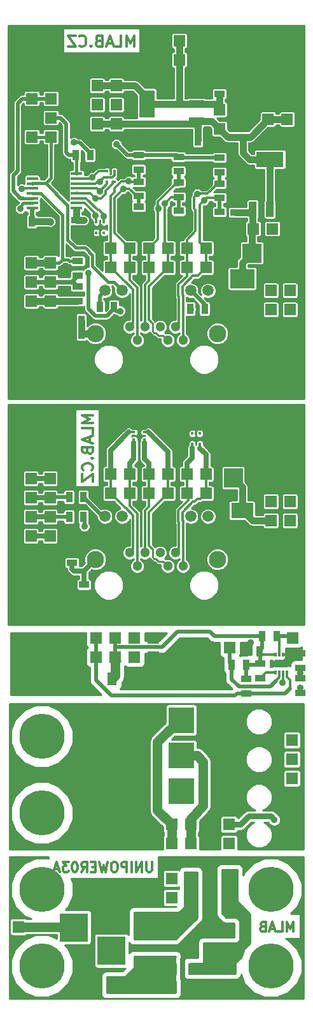
<source format=gbr>
G75*
G71*
%MOMM*%
%OFA0B0*%
%FSLAX53Y53*%
%IPPOS*%
%LPD*%
%ADD11R,2.49936X2.55016*%
%ADD14C,0.40000*%
%ADD15R,3.81000X3.81000*%
%ADD16R,0.29972X0.44958*%
%ADD17C,0.30000*%
%ADD20R,3.29946X2.49936*%
%ADD21C,0.80000*%
%ADD23C,2.30000*%
%ADD27R,1.50000X0.45000*%
%ADD28R,2.49936X1.80086*%
%ADD30R,3.00000X2.00000*%
%ADD31C,1.30000*%
%ADD32R,1.70000X1.00000*%
%ADD33C,0.25400*%
%ADD34R,1.30000X1.50000*%
%ADD35C,0.50000*%
%ADD36R,3.65760X2.03200*%
%ADD40C,0.89000*%
%ADD41R,1.52400X1.52400*%
%ADD42R,1.30048X1.69926*%
%ADD44R,1.01600X2.03200*%
%ADD46R,2.03200X3.65760*%
%ADD48R,0.70000X3.00000*%
%ADD50R,1.39700X0.88900*%
%ADD54C,0.60000*%
%ADD64R,0.30000X0.60000*%
%ADD67C,0.90000*%
%ADD68R,2.55016X2.49936*%
%ADD74C,0.25000*%
%ADD77R,0.88900X1.39700*%
%ADD78R,3.40000X3.40000*%
%ADD79R,3.81000X3.33000*%
%ADD80R,2.03200X1.01600*%
%ADD81C,0.70000*%
%ADD82C,1.50000*%
%ADD83R,0.44958X0.29972*%
%ADD85C,6.00000*%
X0000000Y0000000D02*
G01*
D17*
X0038298Y0009381D02*
X0038298Y0010681D01*
X0037865Y0009753D01*
X0037432Y0010681D01*
X0037432Y0009381D01*
X0036193Y0009381D02*
X0036812Y0009381D01*
X0036812Y0010681D01*
X0035822Y0009753D02*
X0035203Y0009753D01*
X0035946Y0009381D02*
X0035512Y0010681D01*
X0035079Y0009381D01*
X0034212Y0010062D02*
X0034027Y0010000D01*
X0033965Y0009939D01*
X0033903Y0009815D01*
X0033903Y0009629D01*
X0033965Y0009505D01*
X0034027Y0009443D01*
X0034151Y0009381D01*
X0034646Y0009381D01*
X0034646Y0010681D01*
X0034212Y0010681D01*
X0034089Y0010620D01*
X0034027Y0010558D01*
X0033965Y0010434D01*
X0033965Y0010310D01*
X0034027Y0010186D01*
X0034089Y0010124D01*
X0034212Y0010062D01*
X0034646Y0010062D01*
X0019487Y0018619D02*
X0019487Y0017567D01*
X0019425Y0017443D01*
X0019363Y0017381D01*
X0019239Y0017319D01*
X0018991Y0017319D01*
X0018868Y0017381D01*
X0018806Y0017443D01*
X0018744Y0017567D01*
X0018744Y0018619D01*
X0018125Y0017319D02*
X0018125Y0018619D01*
X0017382Y0017319D01*
X0017382Y0018619D01*
X0016763Y0017319D02*
X0016763Y0018619D01*
X0016144Y0017319D02*
X0016144Y0018619D01*
X0015648Y0018619D01*
X0015525Y0018557D01*
X0015463Y0018495D01*
X0015401Y0018371D01*
X0015401Y0018186D01*
X0015463Y0018062D01*
X0015525Y0018000D01*
X0015648Y0017938D01*
X0016144Y0017938D01*
X0014596Y0018619D02*
X0014348Y0018619D01*
X0014225Y0018557D01*
X0014101Y0018433D01*
X0014039Y0018186D01*
X0014039Y0017752D01*
X0014101Y0017505D01*
X0014225Y0017381D01*
X0014348Y0017319D01*
X0014596Y0017319D01*
X0014720Y0017381D01*
X0014844Y0017505D01*
X0014906Y0017752D01*
X0014906Y0018186D01*
X0014844Y0018433D01*
X0014720Y0018557D01*
X0014596Y0018619D01*
X0013606Y0018619D02*
X0013296Y0017319D01*
X0013048Y0018247D01*
X0012801Y0017319D01*
X0012491Y0018619D01*
X0011996Y0018000D02*
X0011563Y0018000D01*
X0011377Y0017319D02*
X0011996Y0017319D01*
X0011996Y0018619D01*
X0011377Y0018619D01*
X0010077Y0017319D02*
X0010510Y0017938D01*
X0010820Y0017319D02*
X0010820Y0018619D01*
X0010325Y0018619D01*
X0010201Y0018557D01*
X0010139Y0018495D01*
X0010077Y0018371D01*
X0010077Y0018186D01*
X0010139Y0018062D01*
X0010201Y0018000D01*
X0010325Y0017938D01*
X0010820Y0017938D01*
X0009272Y0018619D02*
X0009148Y0018619D01*
X0009025Y0018557D01*
X0008963Y0018495D01*
X0008901Y0018371D01*
X0008839Y0018124D01*
X0008839Y0017814D01*
X0008901Y0017567D01*
X0008963Y0017443D01*
X0009025Y0017381D01*
X0009148Y0017319D01*
X0009272Y0017319D01*
X0009396Y0017381D01*
X0009458Y0017443D01*
X0009520Y0017567D01*
X0009582Y0017814D01*
X0009582Y0018124D01*
X0009520Y0018371D01*
X0009458Y0018495D01*
X0009396Y0018557D01*
X0009272Y0018619D01*
X0008406Y0018619D02*
X0007601Y0018619D01*
X0008034Y0018124D01*
X0007848Y0018124D01*
X0007725Y0018062D01*
X0007663Y0018000D01*
X0007601Y0017876D01*
X0007601Y0017567D01*
X0007663Y0017443D01*
X0007725Y0017381D01*
X0007848Y0017319D01*
X0008220Y0017319D01*
X0008344Y0017381D01*
X0008406Y0017443D01*
X0007106Y0017690D02*
X0006487Y0017690D01*
X0007229Y0017319D02*
X0006796Y0018619D01*
X0006363Y0017319D01*
D85*
X0035306Y0014986D03*
D41*
X0029718Y0001842D03*
X0027178Y0001842D03*
X0029718Y0004382D03*
X0027178Y0004382D03*
X0029718Y0006922D03*
X0027178Y0006922D03*
X0029718Y0009462D03*
X0027178Y0009462D03*
D15*
X0014097Y0013058D03*
X0014097Y0006858D03*
X0009097Y0009958D03*
D34*
X0022209Y0004445D03*
D48*
X0023559Y0004445D03*
D34*
X0024909Y0004445D03*
D41*
X0022098Y0013907D03*
X0022098Y0016447D03*
X0022098Y0021082D03*
X0022098Y0023622D03*
X0024638Y0021082D03*
X0024638Y0023622D03*
X0024638Y0013907D03*
X0024638Y0016447D03*
X0038100Y0034798D03*
X0038100Y0029718D03*
D78*
X0023368Y0028066D03*
X0023368Y0032766D03*
X0023368Y0037466D03*
D85*
X0004826Y0014986D03*
X0035306Y0004826D03*
X0004826Y0004826D03*
X0004826Y0025146D03*
X0004826Y0035306D03*
D41*
X0038100Y0032258D03*
D28*
X0010765Y0002286D03*
X0014762Y0002286D03*
D41*
X0029718Y0013907D03*
X0029718Y0016447D03*
X0029718Y0021082D03*
X0029718Y0023622D03*
X0027178Y0021082D03*
X0027178Y0023622D03*
X0027178Y0013907D03*
X0027178Y0016447D03*
D79*
X0019114Y0010149D03*
X0019114Y0004329D03*
D41*
X0001715Y0010033D03*
D40*
X0012827Y0023876D03*
X0035751Y0024257D03*
D31*
X0001715Y0010033D02*
X0009022Y0010033D01*
X0009022Y0010033D02*
X0009097Y0009958D01*
D21*
X0035306Y0024702D02*
X0032360Y0024702D01*
X0032360Y0024702D02*
X0031280Y0023622D01*
X0031280Y0023622D02*
X0029718Y0023622D01*
X0035751Y0024257D02*
X0035306Y0024702D01*
D31*
X0020193Y0034521D02*
X0020193Y0025527D01*
X0023368Y0037466D02*
X0023138Y0037466D01*
X0023138Y0037466D02*
X0020193Y0034521D01*
X0022098Y0023622D02*
X0020193Y0025527D01*
X0022098Y0021082D02*
X0022098Y0023622D01*
X0026289Y0031941D02*
X0025464Y0032766D01*
X0025464Y0032766D02*
X0023368Y0032766D01*
X0026289Y0026057D02*
X0026289Y0031941D01*
X0024638Y0023622D02*
X0024638Y0024406D01*
X0024638Y0024406D02*
X0026289Y0026057D01*
X0024638Y0021082D02*
X0024638Y0023622D01*
D33*
G36*
X0022561Y0005945D02*
X0022561Y0002945D01*
X0022605Y0002710D01*
X0022606Y0002709D01*
X0022606Y0001270D01*
X0013462Y0001270D01*
X0013462Y0003366D01*
X0015812Y0003366D01*
X0015861Y0003376D01*
X0015901Y0003403D01*
X0017044Y0004546D01*
X0017072Y0004588D01*
X0017082Y0004636D01*
X0017082Y0006096D01*
X0022592Y0006096D01*
X0022561Y0005945D01*
X0022561Y0005945D01*
G37*
X0022561Y0005945D02*
X0022561Y0002945D01*
X0022605Y0002710D01*
X0022606Y0002709D01*
X0022606Y0001270D01*
X0013462Y0001270D01*
X0013462Y0003366D01*
X0015812Y0003366D01*
X0015861Y0003376D01*
X0015901Y0003403D01*
X0017044Y0004546D01*
X0017072Y0004588D01*
X0017082Y0004636D01*
X0017082Y0006096D01*
X0022592Y0006096D01*
X0022561Y0005945D01*
G36*
X0030544Y0003810D02*
X0024556Y0003810D01*
X0024556Y0005207D01*
X0030544Y0005207D01*
X0030544Y0003810D01*
X0030544Y0003810D01*
G37*
X0030544Y0003810D02*
X0024556Y0003810D01*
X0024556Y0005207D01*
X0030544Y0005207D01*
X0030544Y0003810D01*
G36*
X0030861Y0013399D02*
X0030871Y0013349D01*
X0030898Y0013309D01*
X0032512Y0011695D01*
X0032512Y0007868D01*
X0031809Y0007167D01*
X0031309Y0005961D01*
X0030617Y0005270D01*
X0026353Y0005209D01*
X0026353Y0007874D01*
X0030734Y0007874D01*
X0030783Y0007884D01*
X0030824Y0007911D01*
X0031141Y0008229D01*
X0031169Y0008271D01*
X0031179Y0008319D01*
X0031179Y0010795D01*
X0031168Y0010844D01*
X0031141Y0010885D01*
X0030760Y0011266D01*
X0030718Y0011294D01*
X0030671Y0011303D01*
X0029326Y0011303D01*
X0028766Y0011864D01*
X0028766Y0017590D01*
X0030861Y0017590D01*
X0030861Y0013399D01*
X0030861Y0013399D01*
G37*
X0030861Y0013399D02*
X0030871Y0013349D01*
X0030898Y0013309D01*
X0032512Y0011695D01*
X0032512Y0007868D01*
X0031809Y0007167D01*
X0031309Y0005961D01*
X0030617Y0005270D01*
X0026353Y0005209D01*
X0026353Y0007874D01*
X0030734Y0007874D01*
X0030783Y0007884D01*
X0030824Y0007911D01*
X0031141Y0008229D01*
X0031169Y0008271D01*
X0031179Y0008319D01*
X0031179Y0010795D01*
X0031168Y0010844D01*
X0031141Y0010885D01*
X0030760Y0011266D01*
X0030718Y0011294D01*
X0030671Y0011303D01*
X0029326Y0011303D01*
X0028766Y0011864D01*
X0028766Y0017590D01*
X0030861Y0017590D01*
X0030861Y0013399D01*
G36*
X0025464Y0011229D02*
X0022617Y0008382D01*
X0017145Y0008382D01*
X0017145Y0011938D01*
X0022987Y0011938D01*
X0023036Y0011948D01*
X0023077Y0011975D01*
X0023775Y0012674D01*
X0023803Y0012716D01*
X0023813Y0012764D01*
X0023813Y0017272D01*
X0025464Y0017272D01*
X0025464Y0011229D01*
X0025464Y0011229D01*
G37*
X0025464Y0011229D02*
X0022617Y0008382D01*
X0017145Y0008382D01*
X0017145Y0011938D01*
X0022987Y0011938D01*
X0023036Y0011948D01*
X0023077Y0011975D01*
X0023775Y0012674D01*
X0023803Y0012716D01*
X0023813Y0012764D01*
X0023813Y0017272D01*
X0025464Y0017272D01*
X0025464Y0011229D01*
G36*
X0005662Y0019108D02*
X0005651Y0019112D01*
X0004009Y0019114D01*
X0002491Y0018487D01*
X0001329Y0017327D01*
X0000700Y0015811D01*
X0000698Y0014169D01*
X0001325Y0012651D01*
X0002485Y0011489D01*
X0003399Y0011110D01*
X0002772Y0011110D01*
X0002646Y0011196D01*
X0002477Y0011230D01*
X0000953Y0011230D01*
X0000794Y0011201D01*
X0000649Y0011107D01*
X0000551Y0010964D01*
X0000517Y0010795D01*
X0000517Y0009271D01*
X0000547Y0009113D01*
X0000640Y0008967D01*
X0000783Y0008870D01*
X0000953Y0008836D01*
X0002477Y0008836D01*
X0002635Y0008865D01*
X0002776Y0008956D01*
X0006757Y0008956D01*
X0006757Y0008493D01*
X0005651Y0008952D01*
X0004009Y0008954D01*
X0002491Y0008327D01*
X0001329Y0007167D01*
X0000700Y0005651D01*
X0000698Y0004009D01*
X0001325Y0002491D01*
X0002485Y0001329D01*
X0004001Y0000700D01*
X0005643Y0000698D01*
X0007161Y0001325D01*
X0008323Y0002485D01*
X0008952Y0004001D01*
X0008954Y0005643D01*
X0008327Y0007161D01*
X0007871Y0007618D01*
X0011002Y0007618D01*
X0011160Y0007647D01*
X0011306Y0007741D01*
X0011403Y0007884D01*
X0011437Y0008053D01*
X0011437Y0008763D01*
X0011757Y0008763D01*
X0011757Y0004953D01*
X0011786Y0004795D01*
X0011880Y0004649D01*
X0012023Y0004552D01*
X0012192Y0004518D01*
X0015939Y0004518D01*
X0015548Y0004128D01*
X0013335Y0004128D01*
X0013104Y0004084D01*
X0012892Y0003948D01*
X0012750Y0003740D01*
X0012700Y0003493D01*
X0012700Y0001143D01*
X0012743Y0000912D01*
X0012880Y0000700D01*
X0013088Y0000558D01*
X0013335Y0000508D01*
X0022733Y0000508D01*
X0022964Y0000551D01*
X0023176Y0000688D01*
X0023318Y0000896D01*
X0023368Y0001143D01*
X0023368Y0005334D01*
X0023622Y0005334D01*
X0023622Y0003683D01*
X0023665Y0003452D01*
X0023802Y0003240D01*
X0024010Y0003098D01*
X0024257Y0003048D01*
X0030671Y0003048D01*
X0030901Y0003091D01*
X0031113Y0003228D01*
X0031255Y0003436D01*
X0031306Y0003683D01*
X0031306Y0003701D01*
X0031805Y0002491D01*
X0032965Y0001329D01*
X0034481Y0000700D01*
X0036123Y0000698D01*
X0037641Y0001325D01*
X0038803Y0002485D01*
X0039432Y0004001D01*
X0039434Y0005643D01*
X0038807Y0007161D01*
X0037647Y0008323D01*
X0037262Y0008483D01*
X0039185Y0008483D01*
X0039185Y0011757D01*
X0037912Y0011757D01*
X0038803Y0012645D01*
X0039432Y0014161D01*
X0039434Y0015803D01*
X0038807Y0017321D01*
X0037647Y0018483D01*
X0036131Y0019112D01*
X0034489Y0019114D01*
X0032971Y0018487D01*
X0031809Y0017327D01*
X0031623Y0016878D01*
X0031623Y0017717D01*
X0031580Y0017947D01*
X0031443Y0018159D01*
X0031235Y0018301D01*
X0030988Y0018352D01*
X0028639Y0018352D01*
X0028408Y0018308D01*
X0028196Y0018172D01*
X0028054Y0017964D01*
X0028004Y0017717D01*
X0028004Y0011811D01*
X0028050Y0011572D01*
X0028189Y0011362D01*
X0028824Y0010727D01*
X0029026Y0010591D01*
X0029274Y0010541D01*
X0030407Y0010541D01*
X0030417Y0010532D01*
X0030417Y0008636D01*
X0026226Y0008636D01*
X0025995Y0008593D01*
X0025783Y0008456D01*
X0025641Y0008248D01*
X0025591Y0008001D01*
X0025591Y0005969D01*
X0024257Y0005969D01*
X0024026Y0005926D01*
X0023814Y0005789D01*
X0023672Y0005581D01*
X0023622Y0005334D01*
X0023368Y0005334D01*
X0023368Y0006223D01*
X0023325Y0006454D01*
X0023188Y0006666D01*
X0022980Y0006808D01*
X0022733Y0006858D01*
X0016955Y0006858D01*
X0016724Y0006815D01*
X0016512Y0006678D01*
X0016437Y0006569D01*
X0016437Y0008007D01*
X0016563Y0007812D01*
X0016771Y0007670D01*
X0017018Y0007620D01*
X0022670Y0007620D01*
X0022908Y0007667D01*
X0023119Y0007806D01*
X0026040Y0010727D01*
X0026175Y0010929D01*
X0026226Y0011176D01*
X0026226Y0017399D01*
X0026182Y0017630D01*
X0026046Y0017842D01*
X0025838Y0017984D01*
X0025591Y0018034D01*
X0023686Y0018034D01*
X0023455Y0017991D01*
X0023243Y0017854D01*
X0023101Y0017646D01*
X0023085Y0017571D01*
X0023029Y0017610D01*
X0022860Y0017644D01*
X0021336Y0017644D01*
X0021178Y0017614D01*
X0021032Y0017521D01*
X0020935Y0017378D01*
X0020901Y0017209D01*
X0020901Y0015685D01*
X0020930Y0015526D01*
X0021024Y0015381D01*
X0021167Y0015283D01*
X0021336Y0015249D01*
X0022860Y0015249D01*
X0023018Y0015279D01*
X0023051Y0015300D01*
X0023051Y0015055D01*
X0023029Y0015070D01*
X0022860Y0015104D01*
X0021336Y0015104D01*
X0021178Y0015074D01*
X0021032Y0014981D01*
X0020935Y0014838D01*
X0020901Y0014669D01*
X0020901Y0013145D01*
X0020930Y0012986D01*
X0021024Y0012841D01*
X0021167Y0012743D01*
X0021336Y0012709D01*
X0022733Y0012709D01*
X0022724Y0012700D01*
X0017018Y0012700D01*
X0016787Y0012657D01*
X0016575Y0012520D01*
X0016433Y0012312D01*
X0016383Y0012065D01*
X0016383Y0008959D01*
X0016314Y0009067D01*
X0016171Y0009164D01*
X0016002Y0009198D01*
X0012192Y0009198D01*
X0012034Y0009169D01*
X0011888Y0009075D01*
X0011791Y0008932D01*
X0011757Y0008763D01*
X0011437Y0008763D01*
X0011437Y0011863D01*
X0011408Y0012021D01*
X0011314Y0012167D01*
X0011171Y0012264D01*
X0011002Y0012298D01*
X0007975Y0012298D01*
X0008323Y0012645D01*
X0008952Y0014161D01*
X0008954Y0015803D01*
X0008699Y0016420D01*
X0020373Y0016420D01*
X0020373Y0019310D01*
X0039630Y0019310D01*
X0039630Y0000502D01*
X0000502Y0000502D01*
X0000502Y0019310D01*
X0005662Y0019310D01*
X0005662Y0019108D01*
X0005662Y0019108D01*
G37*
X0005662Y0019108D02*
X0005651Y0019112D01*
X0004009Y0019114D01*
X0002491Y0018487D01*
X0001329Y0017327D01*
X0000700Y0015811D01*
X0000698Y0014169D01*
X0001325Y0012651D01*
X0002485Y0011489D01*
X0003399Y0011110D01*
X0002772Y0011110D01*
X0002646Y0011196D01*
X0002477Y0011230D01*
X0000953Y0011230D01*
X0000794Y0011201D01*
X0000649Y0011107D01*
X0000551Y0010964D01*
X0000517Y0010795D01*
X0000517Y0009271D01*
X0000547Y0009113D01*
X0000640Y0008967D01*
X0000783Y0008870D01*
X0000953Y0008836D01*
X0002477Y0008836D01*
X0002635Y0008865D01*
X0002776Y0008956D01*
X0006757Y0008956D01*
X0006757Y0008493D01*
X0005651Y0008952D01*
X0004009Y0008954D01*
X0002491Y0008327D01*
X0001329Y0007167D01*
X0000700Y0005651D01*
X0000698Y0004009D01*
X0001325Y0002491D01*
X0002485Y0001329D01*
X0004001Y0000700D01*
X0005643Y0000698D01*
X0007161Y0001325D01*
X0008323Y0002485D01*
X0008952Y0004001D01*
X0008954Y0005643D01*
X0008327Y0007161D01*
X0007871Y0007618D01*
X0011002Y0007618D01*
X0011160Y0007647D01*
X0011306Y0007741D01*
X0011403Y0007884D01*
X0011437Y0008053D01*
X0011437Y0008763D01*
X0011757Y0008763D01*
X0011757Y0004953D01*
X0011786Y0004795D01*
X0011880Y0004649D01*
X0012023Y0004552D01*
X0012192Y0004518D01*
X0015939Y0004518D01*
X0015548Y0004128D01*
X0013335Y0004128D01*
X0013104Y0004084D01*
X0012892Y0003948D01*
X0012750Y0003740D01*
X0012700Y0003493D01*
X0012700Y0001143D01*
X0012743Y0000912D01*
X0012880Y0000700D01*
X0013088Y0000558D01*
X0013335Y0000508D01*
X0022733Y0000508D01*
X0022964Y0000551D01*
X0023176Y0000688D01*
X0023318Y0000896D01*
X0023368Y0001143D01*
X0023368Y0005334D01*
X0023622Y0005334D01*
X0023622Y0003683D01*
X0023665Y0003452D01*
X0023802Y0003240D01*
X0024010Y0003098D01*
X0024257Y0003048D01*
X0030671Y0003048D01*
X0030901Y0003091D01*
X0031113Y0003228D01*
X0031255Y0003436D01*
X0031306Y0003683D01*
X0031306Y0003701D01*
X0031805Y0002491D01*
X0032965Y0001329D01*
X0034481Y0000700D01*
X0036123Y0000698D01*
X0037641Y0001325D01*
X0038803Y0002485D01*
X0039432Y0004001D01*
X0039434Y0005643D01*
X0038807Y0007161D01*
X0037647Y0008323D01*
X0037262Y0008483D01*
X0039185Y0008483D01*
X0039185Y0011757D01*
X0037912Y0011757D01*
X0038803Y0012645D01*
X0039432Y0014161D01*
X0039434Y0015803D01*
X0038807Y0017321D01*
X0037647Y0018483D01*
X0036131Y0019112D01*
X0034489Y0019114D01*
X0032971Y0018487D01*
X0031809Y0017327D01*
X0031623Y0016878D01*
X0031623Y0017717D01*
X0031580Y0017947D01*
X0031443Y0018159D01*
X0031235Y0018301D01*
X0030988Y0018352D01*
X0028639Y0018352D01*
X0028408Y0018308D01*
X0028196Y0018172D01*
X0028054Y0017964D01*
X0028004Y0017717D01*
X0028004Y0011811D01*
X0028050Y0011572D01*
X0028189Y0011362D01*
X0028824Y0010727D01*
X0029026Y0010591D01*
X0029274Y0010541D01*
X0030407Y0010541D01*
X0030417Y0010532D01*
X0030417Y0008636D01*
X0026226Y0008636D01*
X0025995Y0008593D01*
X0025783Y0008456D01*
X0025641Y0008248D01*
X0025591Y0008001D01*
X0025591Y0005969D01*
X0024257Y0005969D01*
X0024026Y0005926D01*
X0023814Y0005789D01*
X0023672Y0005581D01*
X0023622Y0005334D01*
X0023368Y0005334D01*
X0023368Y0006223D01*
X0023325Y0006454D01*
X0023188Y0006666D01*
X0022980Y0006808D01*
X0022733Y0006858D01*
X0016955Y0006858D01*
X0016724Y0006815D01*
X0016512Y0006678D01*
X0016437Y0006569D01*
X0016437Y0008007D01*
X0016563Y0007812D01*
X0016771Y0007670D01*
X0017018Y0007620D01*
X0022670Y0007620D01*
X0022908Y0007667D01*
X0023119Y0007806D01*
X0026040Y0010727D01*
X0026175Y0010929D01*
X0026226Y0011176D01*
X0026226Y0017399D01*
X0026182Y0017630D01*
X0026046Y0017842D01*
X0025838Y0017984D01*
X0025591Y0018034D01*
X0023686Y0018034D01*
X0023455Y0017991D01*
X0023243Y0017854D01*
X0023101Y0017646D01*
X0023085Y0017571D01*
X0023029Y0017610D01*
X0022860Y0017644D01*
X0021336Y0017644D01*
X0021178Y0017614D01*
X0021032Y0017521D01*
X0020935Y0017378D01*
X0020901Y0017209D01*
X0020901Y0015685D01*
X0020930Y0015526D01*
X0021024Y0015381D01*
X0021167Y0015283D01*
X0021336Y0015249D01*
X0022860Y0015249D01*
X0023018Y0015279D01*
X0023051Y0015300D01*
X0023051Y0015055D01*
X0023029Y0015070D01*
X0022860Y0015104D01*
X0021336Y0015104D01*
X0021178Y0015074D01*
X0021032Y0014981D01*
X0020935Y0014838D01*
X0020901Y0014669D01*
X0020901Y0013145D01*
X0020930Y0012986D01*
X0021024Y0012841D01*
X0021167Y0012743D01*
X0021336Y0012709D01*
X0022733Y0012709D01*
X0022724Y0012700D01*
X0017018Y0012700D01*
X0016787Y0012657D01*
X0016575Y0012520D01*
X0016433Y0012312D01*
X0016383Y0012065D01*
X0016383Y0008959D01*
X0016314Y0009067D01*
X0016171Y0009164D01*
X0016002Y0009198D01*
X0012192Y0009198D01*
X0012034Y0009169D01*
X0011888Y0009075D01*
X0011791Y0008932D01*
X0011757Y0008763D01*
X0011437Y0008763D01*
X0011437Y0011863D01*
X0011408Y0012021D01*
X0011314Y0012167D01*
X0011171Y0012264D01*
X0011002Y0012298D01*
X0007975Y0012298D01*
X0008323Y0012645D01*
X0008952Y0014161D01*
X0008954Y0015803D01*
X0008699Y0016420D01*
X0020373Y0016420D01*
X0020373Y0019310D01*
X0039630Y0019310D01*
X0039630Y0000502D01*
X0000502Y0000502D01*
X0000502Y0019310D01*
X0005662Y0019310D01*
X0005662Y0019108D01*
G36*
X0039630Y0020314D02*
X0030914Y0020314D01*
X0030915Y0020320D01*
X0030915Y0021844D01*
X0030886Y0022002D01*
X0030792Y0022148D01*
X0030649Y0022245D01*
X0030480Y0022279D01*
X0028956Y0022279D01*
X0028798Y0022250D01*
X0028652Y0022156D01*
X0028555Y0022013D01*
X0028521Y0021844D01*
X0028521Y0020320D01*
X0028522Y0020314D01*
X0025834Y0020314D01*
X0025835Y0020320D01*
X0025835Y0021844D01*
X0025806Y0022002D01*
X0025715Y0022143D01*
X0025715Y0022565D01*
X0025801Y0022691D01*
X0025835Y0022860D01*
X0025835Y0024080D01*
X0026139Y0024384D01*
X0028521Y0024384D01*
X0028521Y0022860D01*
X0028550Y0022702D01*
X0028644Y0022556D01*
X0028787Y0022459D01*
X0028956Y0022425D01*
X0030480Y0022425D01*
X0030638Y0022454D01*
X0030784Y0022548D01*
X0030881Y0022691D01*
X0030902Y0022795D01*
X0031280Y0022795D01*
X0031596Y0022858D01*
X0031865Y0023037D01*
X0032703Y0023875D01*
X0033008Y0023875D01*
X0032713Y0023753D01*
X0032213Y0023254D01*
X0031942Y0022601D01*
X0031941Y0021894D01*
X0032211Y0021241D01*
X0032711Y0020740D01*
X0033363Y0020469D01*
X0034070Y0020469D01*
X0034724Y0020739D01*
X0035224Y0021238D01*
X0035495Y0021891D01*
X0035496Y0022598D01*
X0035226Y0023251D01*
X0034726Y0023752D01*
X0034429Y0023875D01*
X0034963Y0023875D01*
X0034966Y0023872D01*
X0035011Y0023764D01*
X0035256Y0023518D01*
X0035576Y0023385D01*
X0035923Y0023385D01*
X0036244Y0023517D01*
X0036489Y0023762D01*
X0036622Y0024083D01*
X0036623Y0024430D01*
X0036490Y0024750D01*
X0036245Y0024996D01*
X0036136Y0025041D01*
X0035890Y0025287D01*
X0035622Y0025466D01*
X0035306Y0025529D01*
X0034227Y0025529D01*
X0034724Y0025734D01*
X0035224Y0026234D01*
X0035495Y0026886D01*
X0035496Y0027593D01*
X0035226Y0028247D01*
X0034726Y0028747D01*
X0034074Y0029018D01*
X0033367Y0029019D01*
X0032713Y0028749D01*
X0032213Y0028249D01*
X0031942Y0027597D01*
X0031941Y0026890D01*
X0032211Y0026236D01*
X0032711Y0025736D01*
X0033209Y0025529D01*
X0032360Y0025529D01*
X0032044Y0025466D01*
X0031775Y0025287D01*
X0030937Y0024449D01*
X0030903Y0024449D01*
X0030886Y0024542D01*
X0030792Y0024688D01*
X0030649Y0024785D01*
X0030480Y0024819D01*
X0028956Y0024819D01*
X0028798Y0024790D01*
X0028652Y0024696D01*
X0028555Y0024553D01*
X0028521Y0024384D01*
X0026139Y0024384D01*
X0027051Y0025295D01*
X0027284Y0025645D01*
X0027366Y0026057D01*
X0027366Y0031894D01*
X0031941Y0031894D01*
X0032211Y0031241D01*
X0032711Y0030740D01*
X0033363Y0030469D01*
X0034070Y0030469D01*
X0034098Y0030480D01*
X0036903Y0030480D01*
X0036903Y0028956D01*
X0036932Y0028798D01*
X0037026Y0028652D01*
X0037169Y0028555D01*
X0037338Y0028521D01*
X0038862Y0028521D01*
X0039020Y0028550D01*
X0039166Y0028644D01*
X0039263Y0028787D01*
X0039297Y0028956D01*
X0039297Y0030480D01*
X0039268Y0030638D01*
X0039174Y0030784D01*
X0039031Y0030881D01*
X0038862Y0030915D01*
X0037338Y0030915D01*
X0037180Y0030886D01*
X0037034Y0030792D01*
X0036937Y0030649D01*
X0036903Y0030480D01*
X0034098Y0030480D01*
X0034724Y0030739D01*
X0035224Y0031238D01*
X0035495Y0031891D01*
X0035496Y0032598D01*
X0035321Y0033020D01*
X0036903Y0033020D01*
X0036903Y0031496D01*
X0036932Y0031338D01*
X0037026Y0031192D01*
X0037169Y0031095D01*
X0037338Y0031061D01*
X0038862Y0031061D01*
X0039020Y0031090D01*
X0039166Y0031184D01*
X0039263Y0031327D01*
X0039297Y0031496D01*
X0039297Y0033020D01*
X0039268Y0033178D01*
X0039174Y0033324D01*
X0039031Y0033421D01*
X0038862Y0033455D01*
X0037338Y0033455D01*
X0037180Y0033426D01*
X0037034Y0033332D01*
X0036937Y0033189D01*
X0036903Y0033020D01*
X0035321Y0033020D01*
X0035226Y0033251D01*
X0034726Y0033752D01*
X0034074Y0034023D01*
X0033367Y0034023D01*
X0032713Y0033753D01*
X0032213Y0033254D01*
X0031942Y0032601D01*
X0031941Y0031894D01*
X0027366Y0031894D01*
X0027366Y0031941D01*
X0027284Y0032353D01*
X0027051Y0032702D01*
X0026225Y0033528D01*
X0025876Y0033761D01*
X0025503Y0033835D01*
X0025503Y0034466D01*
X0025474Y0034624D01*
X0025380Y0034770D01*
X0025237Y0034867D01*
X0025068Y0034901D01*
X0022096Y0034901D01*
X0022526Y0035331D01*
X0025068Y0035331D01*
X0025226Y0035360D01*
X0025372Y0035454D01*
X0025469Y0035597D01*
X0025503Y0035766D01*
X0025503Y0036894D01*
X0031941Y0036894D01*
X0032211Y0036241D01*
X0032711Y0035740D01*
X0033363Y0035469D01*
X0034070Y0035469D01*
X0034291Y0035560D01*
X0036903Y0035560D01*
X0036903Y0034036D01*
X0036932Y0033878D01*
X0037026Y0033732D01*
X0037169Y0033635D01*
X0037338Y0033601D01*
X0038862Y0033601D01*
X0039020Y0033630D01*
X0039166Y0033724D01*
X0039263Y0033867D01*
X0039297Y0034036D01*
X0039297Y0035560D01*
X0039268Y0035718D01*
X0039174Y0035864D01*
X0039031Y0035961D01*
X0038862Y0035995D01*
X0037338Y0035995D01*
X0037180Y0035966D01*
X0037034Y0035872D01*
X0036937Y0035729D01*
X0036903Y0035560D01*
X0034291Y0035560D01*
X0034724Y0035739D01*
X0035224Y0036238D01*
X0035495Y0036891D01*
X0035496Y0037598D01*
X0035226Y0038251D01*
X0034726Y0038752D01*
X0034074Y0039023D01*
X0033367Y0039023D01*
X0032713Y0038753D01*
X0032213Y0038254D01*
X0031942Y0037601D01*
X0031941Y0036894D01*
X0025503Y0036894D01*
X0025503Y0039166D01*
X0025474Y0039324D01*
X0025380Y0039470D01*
X0025237Y0039567D01*
X0025068Y0039601D01*
X0021668Y0039601D01*
X0021510Y0039572D01*
X0021364Y0039478D01*
X0021267Y0039335D01*
X0021233Y0039166D01*
X0021233Y0037084D01*
X0019431Y0035283D01*
X0019198Y0034933D01*
X0019116Y0034521D01*
X0019116Y0025527D01*
X0019198Y0025115D01*
X0019431Y0024765D01*
X0020901Y0023296D01*
X0020901Y0022860D01*
X0020930Y0022702D01*
X0021021Y0022561D01*
X0021021Y0022139D01*
X0020935Y0022013D01*
X0020901Y0021844D01*
X0020901Y0020320D01*
X0020902Y0020314D01*
X0000502Y0020314D01*
X0000502Y0024329D01*
X0000698Y0024329D01*
X0001325Y0022811D01*
X0002485Y0021649D01*
X0004001Y0021020D01*
X0005643Y0021018D01*
X0007161Y0021645D01*
X0008323Y0022805D01*
X0008952Y0024321D01*
X0008954Y0025963D01*
X0008327Y0027481D01*
X0007167Y0028643D01*
X0005651Y0029272D01*
X0004009Y0029274D01*
X0002491Y0028647D01*
X0001329Y0027487D01*
X0000700Y0025971D01*
X0000698Y0024329D01*
X0000502Y0024329D01*
X0000502Y0034489D01*
X0000698Y0034489D01*
X0001325Y0032971D01*
X0002485Y0031809D01*
X0004001Y0031180D01*
X0005643Y0031178D01*
X0007161Y0031805D01*
X0008323Y0032965D01*
X0008952Y0034481D01*
X0008954Y0036123D01*
X0008327Y0037641D01*
X0007167Y0038803D01*
X0005651Y0039432D01*
X0004009Y0039434D01*
X0002491Y0038807D01*
X0001329Y0037647D01*
X0000700Y0036131D01*
X0000698Y0034489D01*
X0000502Y0034489D01*
X0000502Y0039630D01*
X0039630Y0039630D01*
X0039630Y0020314D01*
X0039630Y0020314D01*
G37*
X0039630Y0020314D02*
X0030914Y0020314D01*
X0030915Y0020320D01*
X0030915Y0021844D01*
X0030886Y0022002D01*
X0030792Y0022148D01*
X0030649Y0022245D01*
X0030480Y0022279D01*
X0028956Y0022279D01*
X0028798Y0022250D01*
X0028652Y0022156D01*
X0028555Y0022013D01*
X0028521Y0021844D01*
X0028521Y0020320D01*
X0028522Y0020314D01*
X0025834Y0020314D01*
X0025835Y0020320D01*
X0025835Y0021844D01*
X0025806Y0022002D01*
X0025715Y0022143D01*
X0025715Y0022565D01*
X0025801Y0022691D01*
X0025835Y0022860D01*
X0025835Y0024080D01*
X0026139Y0024384D01*
X0028521Y0024384D01*
X0028521Y0022860D01*
X0028550Y0022702D01*
X0028644Y0022556D01*
X0028787Y0022459D01*
X0028956Y0022425D01*
X0030480Y0022425D01*
X0030638Y0022454D01*
X0030784Y0022548D01*
X0030881Y0022691D01*
X0030902Y0022795D01*
X0031280Y0022795D01*
X0031596Y0022858D01*
X0031865Y0023037D01*
X0032703Y0023875D01*
X0033008Y0023875D01*
X0032713Y0023753D01*
X0032213Y0023254D01*
X0031942Y0022601D01*
X0031941Y0021894D01*
X0032211Y0021241D01*
X0032711Y0020740D01*
X0033363Y0020469D01*
X0034070Y0020469D01*
X0034724Y0020739D01*
X0035224Y0021238D01*
X0035495Y0021891D01*
X0035496Y0022598D01*
X0035226Y0023251D01*
X0034726Y0023752D01*
X0034429Y0023875D01*
X0034963Y0023875D01*
X0034966Y0023872D01*
X0035011Y0023764D01*
X0035256Y0023518D01*
X0035576Y0023385D01*
X0035923Y0023385D01*
X0036244Y0023517D01*
X0036489Y0023762D01*
X0036622Y0024083D01*
X0036623Y0024430D01*
X0036490Y0024750D01*
X0036245Y0024996D01*
X0036136Y0025041D01*
X0035890Y0025287D01*
X0035622Y0025466D01*
X0035306Y0025529D01*
X0034227Y0025529D01*
X0034724Y0025734D01*
X0035224Y0026234D01*
X0035495Y0026886D01*
X0035496Y0027593D01*
X0035226Y0028247D01*
X0034726Y0028747D01*
X0034074Y0029018D01*
X0033367Y0029019D01*
X0032713Y0028749D01*
X0032213Y0028249D01*
X0031942Y0027597D01*
X0031941Y0026890D01*
X0032211Y0026236D01*
X0032711Y0025736D01*
X0033209Y0025529D01*
X0032360Y0025529D01*
X0032044Y0025466D01*
X0031775Y0025287D01*
X0030937Y0024449D01*
X0030903Y0024449D01*
X0030886Y0024542D01*
X0030792Y0024688D01*
X0030649Y0024785D01*
X0030480Y0024819D01*
X0028956Y0024819D01*
X0028798Y0024790D01*
X0028652Y0024696D01*
X0028555Y0024553D01*
X0028521Y0024384D01*
X0026139Y0024384D01*
X0027051Y0025295D01*
X0027284Y0025645D01*
X0027366Y0026057D01*
X0027366Y0031894D01*
X0031941Y0031894D01*
X0032211Y0031241D01*
X0032711Y0030740D01*
X0033363Y0030469D01*
X0034070Y0030469D01*
X0034098Y0030480D01*
X0036903Y0030480D01*
X0036903Y0028956D01*
X0036932Y0028798D01*
X0037026Y0028652D01*
X0037169Y0028555D01*
X0037338Y0028521D01*
X0038862Y0028521D01*
X0039020Y0028550D01*
X0039166Y0028644D01*
X0039263Y0028787D01*
X0039297Y0028956D01*
X0039297Y0030480D01*
X0039268Y0030638D01*
X0039174Y0030784D01*
X0039031Y0030881D01*
X0038862Y0030915D01*
X0037338Y0030915D01*
X0037180Y0030886D01*
X0037034Y0030792D01*
X0036937Y0030649D01*
X0036903Y0030480D01*
X0034098Y0030480D01*
X0034724Y0030739D01*
X0035224Y0031238D01*
X0035495Y0031891D01*
X0035496Y0032598D01*
X0035321Y0033020D01*
X0036903Y0033020D01*
X0036903Y0031496D01*
X0036932Y0031338D01*
X0037026Y0031192D01*
X0037169Y0031095D01*
X0037338Y0031061D01*
X0038862Y0031061D01*
X0039020Y0031090D01*
X0039166Y0031184D01*
X0039263Y0031327D01*
X0039297Y0031496D01*
X0039297Y0033020D01*
X0039268Y0033178D01*
X0039174Y0033324D01*
X0039031Y0033421D01*
X0038862Y0033455D01*
X0037338Y0033455D01*
X0037180Y0033426D01*
X0037034Y0033332D01*
X0036937Y0033189D01*
X0036903Y0033020D01*
X0035321Y0033020D01*
X0035226Y0033251D01*
X0034726Y0033752D01*
X0034074Y0034023D01*
X0033367Y0034023D01*
X0032713Y0033753D01*
X0032213Y0033254D01*
X0031942Y0032601D01*
X0031941Y0031894D01*
X0027366Y0031894D01*
X0027366Y0031941D01*
X0027284Y0032353D01*
X0027051Y0032702D01*
X0026225Y0033528D01*
X0025876Y0033761D01*
X0025503Y0033835D01*
X0025503Y0034466D01*
X0025474Y0034624D01*
X0025380Y0034770D01*
X0025237Y0034867D01*
X0025068Y0034901D01*
X0022096Y0034901D01*
X0022526Y0035331D01*
X0025068Y0035331D01*
X0025226Y0035360D01*
X0025372Y0035454D01*
X0025469Y0035597D01*
X0025503Y0035766D01*
X0025503Y0036894D01*
X0031941Y0036894D01*
X0032211Y0036241D01*
X0032711Y0035740D01*
X0033363Y0035469D01*
X0034070Y0035469D01*
X0034291Y0035560D01*
X0036903Y0035560D01*
X0036903Y0034036D01*
X0036932Y0033878D01*
X0037026Y0033732D01*
X0037169Y0033635D01*
X0037338Y0033601D01*
X0038862Y0033601D01*
X0039020Y0033630D01*
X0039166Y0033724D01*
X0039263Y0033867D01*
X0039297Y0034036D01*
X0039297Y0035560D01*
X0039268Y0035718D01*
X0039174Y0035864D01*
X0039031Y0035961D01*
X0038862Y0035995D01*
X0037338Y0035995D01*
X0037180Y0035966D01*
X0037034Y0035872D01*
X0036937Y0035729D01*
X0036903Y0035560D01*
X0034291Y0035560D01*
X0034724Y0035739D01*
X0035224Y0036238D01*
X0035495Y0036891D01*
X0035496Y0037598D01*
X0035226Y0038251D01*
X0034726Y0038752D01*
X0034074Y0039023D01*
X0033367Y0039023D01*
X0032713Y0038753D01*
X0032213Y0038254D01*
X0031942Y0037601D01*
X0031941Y0036894D01*
X0025503Y0036894D01*
X0025503Y0039166D01*
X0025474Y0039324D01*
X0025380Y0039470D01*
X0025237Y0039567D01*
X0025068Y0039601D01*
X0021668Y0039601D01*
X0021510Y0039572D01*
X0021364Y0039478D01*
X0021267Y0039335D01*
X0021233Y0039166D01*
X0021233Y0037084D01*
X0019431Y0035283D01*
X0019198Y0034933D01*
X0019116Y0034521D01*
X0019116Y0025527D01*
X0019198Y0025115D01*
X0019431Y0024765D01*
X0020901Y0023296D01*
X0020901Y0022860D01*
X0020930Y0022702D01*
X0021021Y0022561D01*
X0021021Y0022139D01*
X0020935Y0022013D01*
X0020901Y0021844D01*
X0020901Y0020320D01*
X0020902Y0020314D01*
X0000502Y0020314D01*
X0000502Y0024329D01*
X0000698Y0024329D01*
X0001325Y0022811D01*
X0002485Y0021649D01*
X0004001Y0021020D01*
X0005643Y0021018D01*
X0007161Y0021645D01*
X0008323Y0022805D01*
X0008952Y0024321D01*
X0008954Y0025963D01*
X0008327Y0027481D01*
X0007167Y0028643D01*
X0005651Y0029272D01*
X0004009Y0029274D01*
X0002491Y0028647D01*
X0001329Y0027487D01*
X0000700Y0025971D01*
X0000698Y0024329D01*
X0000502Y0024329D01*
X0000502Y0034489D01*
X0000698Y0034489D01*
X0001325Y0032971D01*
X0002485Y0031809D01*
X0004001Y0031180D01*
X0005643Y0031178D01*
X0007161Y0031805D01*
X0008323Y0032965D01*
X0008952Y0034481D01*
X0008954Y0036123D01*
X0008327Y0037641D01*
X0007167Y0038803D01*
X0005651Y0039432D01*
X0004009Y0039434D01*
X0002491Y0038807D01*
X0001329Y0037647D01*
X0000700Y0036131D01*
X0000698Y0034489D01*
X0000502Y0034489D01*
X0000502Y0039630D01*
X0039630Y0039630D01*
X0039630Y0020314D01*
X0000000Y0040130D02*
G01*
D17*
D41*
X0029845Y0047115D03*
X0038227Y0048385D03*
X0014605Y0045845D03*
X0014605Y0048385D03*
X0012065Y0045845D03*
X0012065Y0048385D03*
X0017145Y0045845D03*
X0017145Y0048385D03*
X0009525Y0045845D03*
X0009525Y0048385D03*
X0019685Y0045845D03*
X0019685Y0048385D03*
D85*
X0025146Y0044956D03*
X0004826Y0044956D03*
D77*
X0032004Y0044829D03*
X0030099Y0044829D03*
X0034163Y0048639D03*
X0036068Y0048639D03*
D50*
X0039243Y0041083D03*
X0039243Y0042988D03*
X0039243Y0044385D03*
X0039243Y0046290D03*
X0032004Y0042924D03*
X0032004Y0041019D03*
X0033909Y0044956D03*
X0033909Y0043051D03*
D77*
X0033782Y0046607D03*
X0031877Y0046607D03*
D64*
X0037453Y0043756D03*
X0036953Y0043756D03*
X0036453Y0043756D03*
X0035953Y0043756D03*
X0035953Y0046156D03*
X0036453Y0046156D03*
X0036953Y0046156D03*
X0037453Y0046156D03*
D32*
X0036703Y0044956D03*
D42*
X0010696Y0042924D03*
X0014196Y0042924D03*
D40*
X0033909Y0044956D03*
X0039243Y0041781D03*
X0033909Y0043051D03*
X0016256Y0041908D03*
X0016129Y0042924D03*
X0038354Y0046607D03*
X0032639Y0047744D03*
X0039243Y0043686D03*
X0036872Y0042451D03*
D35*
X0030099Y0044829D02*
X0030099Y0042876D01*
X0030099Y0042876D02*
X0031061Y0041914D01*
X0035211Y0041914D02*
X0035967Y0042670D01*
X0031061Y0041914D02*
X0035211Y0041914D01*
X0029845Y0047115D02*
X0029845Y0045083D01*
X0029845Y0045083D02*
X0030099Y0044829D01*
D17*
X0036453Y0043756D02*
X0036453Y0043156D01*
X0036453Y0043156D02*
X0035967Y0042670D01*
D35*
X0036068Y0048639D02*
X0037973Y0048639D01*
X0037973Y0048639D02*
X0038227Y0048385D01*
D17*
X0036453Y0046156D02*
X0036453Y0048254D01*
X0036453Y0048254D02*
X0036068Y0048639D01*
D31*
X0014605Y0045845D02*
X0014605Y0043333D01*
X0014605Y0043333D02*
X0014196Y0042924D01*
D35*
X0039243Y0041083D02*
X0039243Y0041781D01*
X0015141Y0045309D02*
X0014605Y0045845D01*
X0032004Y0042924D02*
X0032004Y0044829D01*
D17*
X0035953Y0046156D02*
X0034233Y0046156D01*
X0034233Y0046156D02*
X0033782Y0046607D01*
D35*
X0034163Y0048639D02*
X0034163Y0046988D01*
X0034163Y0046988D02*
X0033782Y0046607D01*
X0033909Y0044956D02*
X0033909Y0046480D01*
X0033909Y0046480D02*
X0033782Y0046607D01*
X0032004Y0044829D02*
X0033782Y0044829D01*
X0033782Y0044829D02*
X0033909Y0044956D01*
X0014605Y0045845D02*
X0014605Y0047242D01*
X0014605Y0047242D02*
X0014605Y0048385D01*
X0034163Y0048639D02*
X0027753Y0048639D01*
X0027753Y0048639D02*
X0027186Y0049206D01*
X0027186Y0049206D02*
X0022840Y0049206D01*
X0022840Y0049206D02*
X0020807Y0047173D01*
X0020807Y0047173D02*
X0014674Y0047173D01*
X0014674Y0047173D02*
X0014605Y0047242D01*
X0032004Y0041019D02*
X0030806Y0041019D01*
X0030806Y0041019D02*
X0030492Y0040706D01*
X0030492Y0040706D02*
X0014104Y0040706D01*
X0014104Y0040706D02*
X0012065Y0042745D01*
X0012065Y0042745D02*
X0012065Y0044583D01*
X0012065Y0044583D02*
X0012065Y0045845D01*
X0012065Y0048385D02*
X0012065Y0045845D01*
X0037846Y0041654D02*
X0037211Y0041019D01*
X0037211Y0041019D02*
X0032004Y0041019D01*
D17*
X0037846Y0042763D02*
X0037846Y0041654D01*
X0037453Y0043756D02*
X0037453Y0043156D01*
X0037453Y0043156D02*
X0037846Y0042763D01*
X0035953Y0043756D02*
X0034614Y0043756D01*
X0034614Y0043756D02*
X0033909Y0043051D01*
X0016129Y0042924D02*
X0016256Y0041908D01*
X0036953Y0046156D02*
X0037453Y0046156D01*
D35*
X0039243Y0046290D02*
X0038672Y0046290D01*
X0038672Y0046290D02*
X0038354Y0046607D01*
X0031877Y0046607D02*
X0031877Y0046982D01*
X0031877Y0046982D02*
X0032639Y0047744D01*
X0039243Y0042988D02*
X0039243Y0043686D01*
X0039243Y0043686D02*
X0039243Y0044385D01*
D17*
X0036953Y0043756D02*
X0036953Y0042532D01*
X0036953Y0042532D02*
X0036872Y0042451D01*
D33*
G36*
X0010656Y0047623D02*
X0010700Y0047388D01*
X0010839Y0047172D01*
X0010921Y0047116D01*
X0010852Y0047071D01*
X0010707Y0046859D01*
X0010656Y0046607D01*
X0010656Y0045083D01*
X0010700Y0044848D01*
X0010839Y0044632D01*
X0011051Y0044487D01*
X0011180Y0044460D01*
X0011180Y0042745D01*
X0011180Y0042745D01*
X0011233Y0042480D01*
X0011247Y0042407D01*
X0011380Y0042208D01*
X0011439Y0042119D01*
X0012719Y0040840D01*
X0000710Y0040840D01*
X0000710Y0049072D01*
X0010656Y0049072D01*
X0010656Y0047623D01*
X0010656Y0047623D01*
G37*
X0010656Y0047623D02*
X0010700Y0047388D01*
X0010839Y0047172D01*
X0010921Y0047116D01*
X0010852Y0047071D01*
X0010707Y0046859D01*
X0010656Y0046607D01*
X0010656Y0045083D01*
X0010700Y0044848D01*
X0010839Y0044632D01*
X0011051Y0044487D01*
X0011180Y0044460D01*
X0011180Y0042745D01*
X0011180Y0042745D01*
X0011233Y0042480D01*
X0011247Y0042407D01*
X0011380Y0042208D01*
X0011439Y0042119D01*
X0012719Y0040840D01*
X0000710Y0040840D01*
X0000710Y0049072D01*
X0010656Y0049072D01*
X0010656Y0047623D01*
G36*
X0027127Y0048013D02*
X0027127Y0048013D01*
X0027217Y0047953D01*
X0027414Y0047821D01*
X0027753Y0047754D01*
X0027753Y0047754D01*
X0028436Y0047754D01*
X0028436Y0046353D01*
X0028480Y0046118D01*
X0028619Y0045902D01*
X0028831Y0045757D01*
X0028960Y0045730D01*
X0028960Y0045083D01*
X0028960Y0045083D01*
X0029007Y0044848D01*
X0029007Y0044846D01*
X0029007Y0044131D01*
X0029051Y0043895D01*
X0029190Y0043679D01*
X0029214Y0043663D01*
X0029214Y0042876D01*
X0029214Y0042876D01*
X0029269Y0042599D01*
X0029281Y0042537D01*
X0029435Y0042308D01*
X0029473Y0042250D01*
X0030129Y0041594D01*
X0030126Y0041591D01*
X0015268Y0041591D01*
X0015298Y0041610D01*
X0015443Y0041822D01*
X0015494Y0042074D01*
X0015494Y0042404D01*
X0015514Y0042424D01*
X0015792Y0042841D01*
X0015809Y0042924D01*
X0015890Y0043333D01*
X0015890Y0044676D01*
X0015919Y0044632D01*
X0016131Y0044487D01*
X0016383Y0044436D01*
X0017907Y0044436D01*
X0018142Y0044480D01*
X0018358Y0044619D01*
X0018503Y0044831D01*
X0018554Y0045083D01*
X0018554Y0046288D01*
X0020807Y0046288D01*
X0020807Y0046288D01*
X0021134Y0046353D01*
X0021146Y0046355D01*
X0021433Y0046547D01*
X0023207Y0048321D01*
X0026819Y0048321D01*
X0027127Y0048013D01*
X0027127Y0048013D01*
G37*
X0027127Y0048013D02*
X0027127Y0048013D01*
X0027217Y0047953D01*
X0027414Y0047821D01*
X0027753Y0047754D01*
X0027753Y0047754D01*
X0028436Y0047754D01*
X0028436Y0046353D01*
X0028480Y0046118D01*
X0028619Y0045902D01*
X0028831Y0045757D01*
X0028960Y0045730D01*
X0028960Y0045083D01*
X0028960Y0045083D01*
X0029007Y0044848D01*
X0029007Y0044846D01*
X0029007Y0044131D01*
X0029051Y0043895D01*
X0029190Y0043679D01*
X0029214Y0043663D01*
X0029214Y0042876D01*
X0029214Y0042876D01*
X0029269Y0042599D01*
X0029281Y0042537D01*
X0029435Y0042308D01*
X0029473Y0042250D01*
X0030129Y0041594D01*
X0030126Y0041591D01*
X0015268Y0041591D01*
X0015298Y0041610D01*
X0015443Y0041822D01*
X0015494Y0042074D01*
X0015494Y0042404D01*
X0015514Y0042424D01*
X0015792Y0042841D01*
X0015809Y0042924D01*
X0015890Y0043333D01*
X0015890Y0044676D01*
X0015919Y0044632D01*
X0016131Y0044487D01*
X0016383Y0044436D01*
X0017907Y0044436D01*
X0018142Y0044480D01*
X0018358Y0044619D01*
X0018503Y0044831D01*
X0018554Y0045083D01*
X0018554Y0046288D01*
X0020807Y0046288D01*
X0020807Y0046288D01*
X0021134Y0046353D01*
X0021146Y0046355D01*
X0021433Y0046547D01*
X0023207Y0048321D01*
X0026819Y0048321D01*
X0027127Y0048013D01*
G36*
X0039422Y0045476D02*
X0038545Y0045476D01*
X0038309Y0045432D01*
X0038093Y0045293D01*
X0037948Y0045081D01*
X0037897Y0044829D01*
X0037897Y0044624D01*
X0037855Y0044652D01*
X0037603Y0044703D01*
X0037303Y0044703D01*
X0037199Y0044684D01*
X0037103Y0044703D01*
X0036803Y0044703D01*
X0036699Y0044684D01*
X0036603Y0044703D01*
X0036303Y0044703D01*
X0036199Y0044684D01*
X0036103Y0044703D01*
X0035803Y0044703D01*
X0035568Y0044659D01*
X0035384Y0044541D01*
X0035255Y0044541D01*
X0035255Y0045371D01*
X0035388Y0045371D01*
X0035551Y0045260D01*
X0035803Y0045209D01*
X0036103Y0045209D01*
X0036207Y0045228D01*
X0036303Y0045209D01*
X0036603Y0045209D01*
X0036838Y0045253D01*
X0037054Y0045392D01*
X0037199Y0045604D01*
X0037250Y0045856D01*
X0037250Y0046456D01*
X0037238Y0046522D01*
X0037238Y0047022D01*
X0037465Y0046976D01*
X0038989Y0046976D01*
X0039224Y0047020D01*
X0039422Y0047147D01*
X0039422Y0045476D01*
X0039422Y0045476D01*
G37*
X0039422Y0045476D02*
X0038545Y0045476D01*
X0038309Y0045432D01*
X0038093Y0045293D01*
X0037948Y0045081D01*
X0037897Y0044829D01*
X0037897Y0044624D01*
X0037855Y0044652D01*
X0037603Y0044703D01*
X0037303Y0044703D01*
X0037199Y0044684D01*
X0037103Y0044703D01*
X0036803Y0044703D01*
X0036699Y0044684D01*
X0036603Y0044703D01*
X0036303Y0044703D01*
X0036199Y0044684D01*
X0036103Y0044703D01*
X0035803Y0044703D01*
X0035568Y0044659D01*
X0035384Y0044541D01*
X0035255Y0044541D01*
X0035255Y0045371D01*
X0035388Y0045371D01*
X0035551Y0045260D01*
X0035803Y0045209D01*
X0036103Y0045209D01*
X0036207Y0045228D01*
X0036303Y0045209D01*
X0036603Y0045209D01*
X0036838Y0045253D01*
X0037054Y0045392D01*
X0037199Y0045604D01*
X0037250Y0045856D01*
X0037250Y0046456D01*
X0037238Y0046522D01*
X0037238Y0047022D01*
X0037465Y0046976D01*
X0038989Y0046976D01*
X0039224Y0047020D01*
X0039422Y0047147D01*
X0039422Y0045476D01*
G36*
X0032741Y0047557D02*
X0032690Y0047306D01*
X0032690Y0046126D01*
X0032449Y0046175D01*
X0031560Y0046175D01*
X0031324Y0046131D01*
X0031145Y0046015D01*
X0031203Y0046101D01*
X0031254Y0046353D01*
X0031254Y0047754D01*
X0032875Y0047754D01*
X0032741Y0047557D01*
X0032741Y0047557D01*
G37*
X0032741Y0047557D02*
X0032690Y0047306D01*
X0032690Y0046126D01*
X0032449Y0046175D01*
X0031560Y0046175D01*
X0031324Y0046131D01*
X0031145Y0046015D01*
X0031203Y0046101D01*
X0031254Y0046353D01*
X0031254Y0047754D01*
X0032875Y0047754D01*
X0032741Y0047557D01*
G36*
X0020440Y0048058D02*
X0018554Y0048058D01*
X0018554Y0049072D01*
X0021454Y0049072D01*
X0020440Y0048058D01*
X0020440Y0048058D01*
G37*
X0020440Y0048058D02*
X0018554Y0048058D01*
X0018554Y0049072D01*
X0021454Y0049072D01*
X0020440Y0048058D01*
X0000000Y0049780D02*
G01*
D17*
X0011619Y0077914D02*
X0010219Y0077914D01*
X0011219Y0077414D01*
X0010219Y0076914D01*
X0011619Y0076914D01*
X0011619Y0075485D02*
X0011619Y0076200D01*
X0010219Y0076200D01*
X0011219Y0075057D02*
X0011219Y0074342D01*
X0011619Y0075200D02*
X0010219Y0074700D01*
X0011619Y0074200D01*
X0010886Y0073200D02*
X0010952Y0072985D01*
X0011019Y0072914D01*
X0011152Y0072842D01*
X0011352Y0072842D01*
X0011486Y0072914D01*
X0011552Y0072985D01*
X0011619Y0073128D01*
X0011619Y0073700D01*
X0010219Y0073700D01*
X0010219Y0073200D01*
X0010286Y0073057D01*
X0010352Y0072985D01*
X0010486Y0072914D01*
X0010619Y0072914D01*
X0010752Y0072985D01*
X0010819Y0073057D01*
X0010886Y0073200D01*
X0010886Y0073700D01*
X0011486Y0072200D02*
X0011552Y0072128D01*
X0011619Y0072200D01*
X0011552Y0072271D01*
X0011486Y0072200D01*
X0011619Y0072200D01*
X0011486Y0070628D02*
X0011552Y0070700D01*
X0011619Y0070914D01*
X0011619Y0071057D01*
X0011552Y0071271D01*
X0011419Y0071414D01*
X0011286Y0071485D01*
X0011019Y0071557D01*
X0010819Y0071557D01*
X0010552Y0071485D01*
X0010419Y0071414D01*
X0010286Y0071271D01*
X0010219Y0071057D01*
X0010219Y0070914D01*
X0010286Y0070700D01*
X0010352Y0070628D01*
X0010219Y0070128D02*
X0010219Y0069128D01*
X0011619Y0070128D01*
X0011619Y0069128D01*
D16*
X0024836Y0075500D03*
X0025837Y0075500D03*
X0024836Y0074098D03*
X0025337Y0075500D03*
X0025837Y0074098D03*
D23*
X0028196Y0058798D03*
X0011936Y0058798D03*
D31*
X0017526Y0057908D03*
X0019556Y0057908D03*
X0021586Y0057908D03*
X0023616Y0057908D03*
X0016506Y0059688D03*
X0018536Y0059688D03*
X0020566Y0059688D03*
X0022596Y0059688D03*
D82*
X0026926Y0064508D03*
X0024636Y0064508D03*
X0015496Y0064508D03*
X0013206Y0064508D03*
D41*
X0035306Y0069021D03*
X0037846Y0069021D03*
X0035306Y0066481D03*
X0037846Y0066481D03*
X0035306Y0063941D03*
X0037846Y0063941D03*
X0035306Y0061401D03*
X0037846Y0061401D03*
D50*
X0010414Y0055432D03*
X0010414Y0053527D03*
D41*
X0005906Y0061909D03*
X0003366Y0061909D03*
X0005906Y0064449D03*
X0003366Y0064449D03*
X0005906Y0066989D03*
X0003366Y0066989D03*
X0013970Y0067560D03*
X0013970Y0070100D03*
X0016510Y0067560D03*
X0016510Y0070100D03*
D85*
X0004826Y0074926D03*
X0035306Y0054606D03*
X0004826Y0054606D03*
X0035306Y0074926D03*
D77*
X0008446Y0064449D03*
X0010351Y0064449D03*
X0008446Y0067052D03*
X0010351Y0067052D03*
D50*
X0008827Y0060258D03*
X0008827Y0058353D03*
D41*
X0005906Y0069529D03*
X0003366Y0069529D03*
D11*
X0030290Y0074657D03*
X0030290Y0069607D03*
D41*
X0019050Y0067560D03*
X0019050Y0070100D03*
X0021590Y0067560D03*
X0021590Y0070100D03*
X0026670Y0067560D03*
X0026670Y0070100D03*
X0024130Y0067560D03*
X0024130Y0070100D03*
D83*
X0017079Y0074680D03*
X0017079Y0075680D03*
X0018481Y0074680D03*
X0017079Y0075180D03*
X0018481Y0075680D03*
D30*
X0031496Y0059290D03*
X0031496Y0065290D03*
D40*
X0010478Y0063179D03*
D67*
X0031496Y0065290D02*
X0031496Y0068401D01*
X0031496Y0068401D02*
X0030290Y0069607D01*
X0035306Y0063941D02*
X0032845Y0063941D01*
X0032845Y0063941D02*
X0031496Y0065290D01*
D81*
X0013970Y0070100D02*
X0013970Y0073275D01*
X0013970Y0073275D02*
X0016383Y0075688D01*
D17*
X0016547Y0075688D02*
X0016383Y0075688D01*
X0017079Y0075680D02*
X0016554Y0075680D01*
X0016554Y0075680D02*
X0016547Y0075688D01*
X0013970Y0067560D02*
X0013970Y0070100D01*
X0016506Y0059688D02*
X0016976Y0060158D01*
X0015922Y0065608D02*
X0013970Y0067560D01*
X0016976Y0060158D02*
X0016976Y0064656D01*
X0016976Y0064656D02*
X0016024Y0065608D01*
X0016024Y0065608D02*
X0015922Y0065608D01*
D81*
X0016510Y0070100D02*
X0016510Y0071562D01*
X0017079Y0072131D02*
X0017079Y0074230D01*
X0016510Y0071562D02*
X0017079Y0072131D01*
D17*
X0017079Y0074680D02*
X0017079Y0074230D01*
X0017079Y0074230D02*
X0017082Y0074227D01*
X0017079Y0070669D02*
X0016510Y0070100D01*
X0016510Y0067560D02*
X0016510Y0070100D01*
X0017526Y0064884D02*
X0016510Y0065900D01*
X0016510Y0065900D02*
X0016510Y0067560D01*
X0017526Y0057908D02*
X0017526Y0064884D01*
D81*
X0021590Y0070100D02*
X0021590Y0073096D01*
X0021590Y0073096D02*
X0019006Y0075680D01*
D17*
X0018481Y0075680D02*
X0019006Y0075680D01*
X0019006Y0075680D02*
X0019013Y0075688D01*
X0021590Y0067560D02*
X0021590Y0070100D01*
D74*
X0019536Y0060168D02*
X0019536Y0059144D01*
X0019536Y0059144D02*
X0019780Y0058901D01*
X0019780Y0058901D02*
X0019983Y0058901D01*
X0021586Y0057908D02*
X0020936Y0058558D01*
X0020936Y0058558D02*
X0020325Y0058558D01*
X0020325Y0058558D02*
X0019983Y0058901D01*
D17*
X0019086Y0060618D02*
X0019536Y0060168D01*
X0019086Y0065056D02*
X0019086Y0060618D01*
X0019086Y0065056D02*
X0019439Y0065409D01*
X0019439Y0065409D02*
X0021590Y0067560D01*
D81*
X0019050Y0070100D02*
X0019050Y0071562D01*
X0019050Y0071562D02*
X0018481Y0072131D01*
X0018481Y0072131D02*
X0018481Y0074294D01*
D17*
X0018481Y0074680D02*
X0018481Y0074294D01*
X0019050Y0067560D02*
X0019050Y0070100D01*
X0018536Y0065284D02*
X0019050Y0065798D01*
X0018536Y0059688D02*
X0018536Y0065284D01*
X0019050Y0065798D02*
X0019050Y0067560D01*
X0024130Y0067560D02*
X0024130Y0066989D01*
X0022986Y0063752D02*
X0023066Y0063672D01*
X0024130Y0066989D02*
X0024321Y0066798D01*
X0023066Y0065361D02*
X0023066Y0065344D01*
X0024321Y0066798D02*
X0024321Y0066615D01*
X0024321Y0066615D02*
X0023066Y0065361D01*
X0023066Y0065344D02*
X0022986Y0065264D01*
X0022986Y0065264D02*
X0022986Y0063752D01*
X0023066Y0063672D02*
X0023066Y0060158D01*
X0023066Y0060158D02*
X0022596Y0059688D01*
D81*
X0024130Y0070100D02*
X0024130Y0071562D01*
X0024130Y0071562D02*
X0024836Y0072268D01*
X0024836Y0072268D02*
X0024836Y0073573D01*
D17*
X0024836Y0074098D02*
X0024836Y0073573D01*
X0024836Y0073573D02*
X0024829Y0073566D01*
X0022598Y0059686D02*
X0022596Y0059688D01*
X0024130Y0067560D02*
X0024130Y0070100D01*
X0026670Y0067560D02*
X0025908Y0066798D01*
X0025908Y0066798D02*
X0025522Y0066798D01*
X0023616Y0065133D02*
X0023616Y0065116D01*
X0025522Y0066798D02*
X0025172Y0066448D01*
X0025172Y0066448D02*
X0024931Y0066448D01*
X0023616Y0065116D02*
X0023536Y0065036D01*
X0024931Y0066448D02*
X0023616Y0065133D01*
X0023536Y0065036D02*
X0023536Y0063980D01*
X0023536Y0063980D02*
X0023616Y0063900D01*
X0023616Y0063900D02*
X0023616Y0060158D01*
X0023616Y0060158D02*
X0023616Y0057908D01*
D81*
X0026670Y0070100D02*
X0026670Y0072704D01*
X0026670Y0072704D02*
X0025837Y0073537D01*
D17*
X0025837Y0074098D02*
X0025837Y0073537D01*
X0026670Y0067560D02*
X0026670Y0070100D01*
D81*
X0009078Y0057276D02*
X0008827Y0057527D01*
X0008827Y0057527D02*
X0008827Y0058353D01*
X0010414Y0057276D02*
X0009078Y0057276D01*
X0010414Y0055432D02*
X0010414Y0057276D01*
X0010414Y0057276D02*
X0011936Y0058798D01*
X0011491Y0058353D02*
X0011936Y0058798D01*
X0003366Y0069529D02*
X0005906Y0069529D01*
X0003366Y0061909D02*
X0005906Y0061909D01*
X0003366Y0064449D02*
X0005906Y0064449D01*
D35*
X0008446Y0064449D02*
X0005906Y0064449D01*
D81*
X0003366Y0066989D02*
X0005906Y0066989D01*
D35*
X0008446Y0067052D02*
X0005969Y0067052D01*
X0005969Y0067052D02*
X0005906Y0066989D01*
X0010478Y0063179D02*
X0010478Y0064322D01*
X0010478Y0064322D02*
X0010351Y0064449D01*
X0013206Y0064508D02*
X0012895Y0064508D01*
X0012895Y0064508D02*
X0010351Y0067052D01*
D33*
G36*
X0039755Y0050157D02*
X0000377Y0050157D01*
X0000377Y0058797D01*
X0007795Y0058797D01*
X0007795Y0057908D01*
X0007817Y0057787D01*
X0007889Y0057676D01*
X0007998Y0057601D01*
X0008128Y0057575D01*
X0008150Y0057575D01*
X0008150Y0057527D01*
X0008201Y0057268D01*
X0008348Y0057048D01*
X0008599Y0056797D01*
X0008818Y0056651D01*
X0009078Y0056599D01*
X0009737Y0056599D01*
X0009737Y0056209D01*
X0009716Y0056209D01*
X0009594Y0056187D01*
X0009483Y0056115D01*
X0009408Y0056006D01*
X0009382Y0055876D01*
X0009382Y0054987D01*
X0009405Y0054866D01*
X0009477Y0054755D01*
X0009586Y0054680D01*
X0009716Y0054654D01*
X0011113Y0054654D01*
X0011234Y0054676D01*
X0011345Y0054748D01*
X0011420Y0054857D01*
X0011444Y0054976D01*
X0011739Y0054976D01*
X0012039Y0054250D01*
X0012595Y0053693D01*
X0013321Y0053391D01*
X0014108Y0053391D01*
X0014834Y0053691D01*
X0015391Y0054247D01*
X0015693Y0054973D01*
X0015693Y0054976D01*
X0024439Y0054976D01*
X0024739Y0054250D01*
X0025295Y0053693D01*
X0026021Y0053391D01*
X0026808Y0053391D01*
X0027534Y0053691D01*
X0028091Y0054247D01*
X0028393Y0054973D01*
X0028393Y0055760D01*
X0028093Y0056486D01*
X0027537Y0057043D01*
X0026811Y0057345D01*
X0026024Y0057345D01*
X0025298Y0057045D01*
X0024741Y0056489D01*
X0024439Y0055763D01*
X0024439Y0054976D01*
X0015693Y0054976D01*
X0015693Y0055760D01*
X0015393Y0056486D01*
X0014837Y0057043D01*
X0014111Y0057345D01*
X0013324Y0057345D01*
X0012598Y0057045D01*
X0012041Y0056489D01*
X0011739Y0055763D01*
X0011739Y0054976D01*
X0011444Y0054976D01*
X0011446Y0054987D01*
X0011446Y0055876D01*
X0011423Y0055997D01*
X0011351Y0056108D01*
X0011242Y0056183D01*
X0011113Y0056209D01*
X0011091Y0056209D01*
X0011091Y0056996D01*
X0011482Y0057387D01*
X0011641Y0057321D01*
X0012229Y0057321D01*
X0012772Y0057545D01*
X0013187Y0057960D01*
X0013413Y0058503D01*
X0013413Y0059091D01*
X0013189Y0059634D01*
X0012774Y0060049D01*
X0012231Y0060275D01*
X0011643Y0060275D01*
X0011100Y0060051D01*
X0010685Y0059636D01*
X0010459Y0059093D01*
X0010459Y0058505D01*
X0010525Y0058345D01*
X0010134Y0057953D01*
X0009858Y0057953D01*
X0009858Y0058797D01*
X0009836Y0058918D01*
X0009764Y0059029D01*
X0009655Y0059104D01*
X0009525Y0059130D01*
X0008128Y0059130D01*
X0008007Y0059108D01*
X0007896Y0059036D01*
X0007821Y0058927D01*
X0007795Y0058797D01*
X0000377Y0058797D01*
X0000377Y0062671D01*
X0002270Y0062671D01*
X0002270Y0061147D01*
X0002293Y0061025D01*
X0002365Y0060914D01*
X0002474Y0060839D01*
X0002604Y0060813D01*
X0004128Y0060813D01*
X0004249Y0060836D01*
X0004360Y0060908D01*
X0004435Y0061017D01*
X0004461Y0061147D01*
X0004461Y0061232D01*
X0004810Y0061232D01*
X0004810Y0061147D01*
X0004833Y0061025D01*
X0004905Y0060914D01*
X0005014Y0060839D01*
X0005144Y0060813D01*
X0006668Y0060813D01*
X0006789Y0060836D01*
X0006900Y0060908D01*
X0006975Y0061017D01*
X0007001Y0061147D01*
X0007001Y0062671D01*
X0006978Y0062792D01*
X0006906Y0062903D01*
X0006797Y0062978D01*
X0006668Y0063004D01*
X0005144Y0063004D01*
X0005022Y0062981D01*
X0004911Y0062909D01*
X0004836Y0062800D01*
X0004810Y0062671D01*
X0004810Y0062586D01*
X0004461Y0062586D01*
X0004461Y0062671D01*
X0004438Y0062792D01*
X0004366Y0062903D01*
X0004257Y0062978D01*
X0004128Y0063004D01*
X0002604Y0063004D01*
X0002482Y0062981D01*
X0002371Y0062909D01*
X0002296Y0062800D01*
X0002270Y0062671D01*
X0000377Y0062671D01*
X0000377Y0065211D01*
X0002270Y0065211D01*
X0002270Y0063687D01*
X0002293Y0063565D01*
X0002365Y0063454D01*
X0002474Y0063379D01*
X0002604Y0063353D01*
X0004128Y0063353D01*
X0004249Y0063376D01*
X0004360Y0063448D01*
X0004435Y0063557D01*
X0004461Y0063687D01*
X0004461Y0063772D01*
X0004810Y0063772D01*
X0004810Y0063687D01*
X0004833Y0063565D01*
X0004905Y0063454D01*
X0005014Y0063379D01*
X0005144Y0063353D01*
X0006668Y0063353D01*
X0006789Y0063376D01*
X0006900Y0063448D01*
X0006975Y0063557D01*
X0007001Y0063687D01*
X0007001Y0063872D01*
X0007668Y0063872D01*
X0007668Y0063750D01*
X0007690Y0063629D01*
X0007762Y0063518D01*
X0007871Y0063443D01*
X0008001Y0063417D01*
X0008890Y0063417D01*
X0009011Y0063439D01*
X0009122Y0063511D01*
X0009197Y0063620D01*
X0009223Y0063750D01*
X0009223Y0065147D01*
X0009573Y0065147D01*
X0009573Y0063750D01*
X0009595Y0063629D01*
X0009667Y0063518D01*
X0009757Y0063456D01*
X0009706Y0063333D01*
X0009705Y0063026D01*
X0009823Y0062742D01*
X0010040Y0062524D01*
X0010323Y0062407D01*
X0010630Y0062406D01*
X0010914Y0062524D01*
X0011132Y0062741D01*
X0011249Y0063024D01*
X0011250Y0063331D01*
X0011132Y0063615D01*
X0011106Y0063641D01*
X0011128Y0063750D01*
X0011128Y0065147D01*
X0011106Y0065268D01*
X0011034Y0065379D01*
X0010925Y0065454D01*
X0010795Y0065480D01*
X0009906Y0065480D01*
X0009785Y0065458D01*
X0009674Y0065386D01*
X0009599Y0065277D01*
X0009573Y0065147D01*
X0009223Y0065147D01*
X0009201Y0065268D01*
X0009129Y0065379D01*
X0009020Y0065454D01*
X0008890Y0065480D01*
X0008001Y0065480D01*
X0007880Y0065458D01*
X0007769Y0065386D01*
X0007694Y0065277D01*
X0007668Y0065147D01*
X0007668Y0065026D01*
X0007001Y0065026D01*
X0007001Y0065211D01*
X0006978Y0065332D01*
X0006906Y0065443D01*
X0006797Y0065518D01*
X0006668Y0065544D01*
X0005144Y0065544D01*
X0005022Y0065521D01*
X0004911Y0065449D01*
X0004836Y0065340D01*
X0004810Y0065211D01*
X0004810Y0065126D01*
X0004461Y0065126D01*
X0004461Y0065211D01*
X0004438Y0065332D01*
X0004366Y0065443D01*
X0004257Y0065518D01*
X0004128Y0065544D01*
X0002604Y0065544D01*
X0002482Y0065521D01*
X0002371Y0065449D01*
X0002296Y0065340D01*
X0002270Y0065211D01*
X0000377Y0065211D01*
X0000377Y0067751D01*
X0002270Y0067751D01*
X0002270Y0066227D01*
X0002293Y0066105D01*
X0002365Y0065994D01*
X0002474Y0065919D01*
X0002604Y0065893D01*
X0004128Y0065893D01*
X0004249Y0065916D01*
X0004360Y0065988D01*
X0004435Y0066097D01*
X0004461Y0066227D01*
X0004461Y0066312D01*
X0004810Y0066312D01*
X0004810Y0066227D01*
X0004833Y0066105D01*
X0004905Y0065994D01*
X0005014Y0065919D01*
X0005144Y0065893D01*
X0006668Y0065893D01*
X0006789Y0065916D01*
X0006900Y0065988D01*
X0006975Y0066097D01*
X0007001Y0066227D01*
X0007001Y0066475D01*
X0007668Y0066475D01*
X0007668Y0066354D01*
X0007690Y0066232D01*
X0007762Y0066121D01*
X0007871Y0066046D01*
X0008001Y0066020D01*
X0008890Y0066020D01*
X0009011Y0066043D01*
X0009122Y0066115D01*
X0009197Y0066224D01*
X0009223Y0066354D01*
X0009223Y0067751D01*
X0009573Y0067751D01*
X0009573Y0066354D01*
X0009595Y0066232D01*
X0009667Y0066121D01*
X0009776Y0066046D01*
X0009906Y0066020D01*
X0010566Y0066020D01*
X0012129Y0064458D01*
X0012129Y0064295D01*
X0012292Y0063899D01*
X0012595Y0063595D01*
X0012991Y0063431D01*
X0013419Y0063431D01*
X0013815Y0063594D01*
X0014119Y0063897D01*
X0014283Y0064293D01*
X0014283Y0064721D01*
X0014120Y0065117D01*
X0013817Y0065421D01*
X0013421Y0065585D01*
X0012993Y0065585D01*
X0012738Y0065480D01*
X0011128Y0067090D01*
X0011128Y0067751D01*
X0011106Y0067872D01*
X0011034Y0067983D01*
X0010925Y0068058D01*
X0010795Y0068084D01*
X0009906Y0068084D01*
X0009785Y0068061D01*
X0009674Y0067989D01*
X0009599Y0067880D01*
X0009573Y0067751D01*
X0009223Y0067751D01*
X0009201Y0067872D01*
X0009129Y0067983D01*
X0009020Y0068058D01*
X0008890Y0068084D01*
X0008001Y0068084D01*
X0007880Y0068061D01*
X0007769Y0067989D01*
X0007694Y0067880D01*
X0007668Y0067751D01*
X0007668Y0067629D01*
X0007001Y0067629D01*
X0007001Y0067751D01*
X0006978Y0067872D01*
X0006906Y0067983D01*
X0006797Y0068058D01*
X0006668Y0068084D01*
X0005144Y0068084D01*
X0005022Y0068061D01*
X0004911Y0067989D01*
X0004836Y0067880D01*
X0004810Y0067751D01*
X0004810Y0067666D01*
X0004461Y0067666D01*
X0004461Y0067751D01*
X0004438Y0067872D01*
X0004366Y0067983D01*
X0004257Y0068058D01*
X0004128Y0068084D01*
X0002604Y0068084D01*
X0002482Y0068061D01*
X0002371Y0067989D01*
X0002296Y0067880D01*
X0002270Y0067751D01*
X0000377Y0067751D01*
X0000377Y0070291D01*
X0002270Y0070291D01*
X0002270Y0068767D01*
X0002293Y0068645D01*
X0002365Y0068534D01*
X0002474Y0068459D01*
X0002604Y0068433D01*
X0004128Y0068433D01*
X0004249Y0068456D01*
X0004360Y0068528D01*
X0004435Y0068637D01*
X0004461Y0068767D01*
X0004461Y0068852D01*
X0004810Y0068852D01*
X0004810Y0068767D01*
X0004833Y0068645D01*
X0004905Y0068534D01*
X0005014Y0068459D01*
X0005144Y0068433D01*
X0006668Y0068433D01*
X0006789Y0068456D01*
X0006900Y0068528D01*
X0006975Y0068637D01*
X0007001Y0068767D01*
X0007001Y0070291D01*
X0006978Y0070412D01*
X0006906Y0070523D01*
X0006797Y0070598D01*
X0006668Y0070624D01*
X0005144Y0070624D01*
X0005022Y0070601D01*
X0004911Y0070529D01*
X0004836Y0070420D01*
X0004810Y0070291D01*
X0004810Y0070206D01*
X0004461Y0070206D01*
X0004461Y0070291D01*
X0004438Y0070412D01*
X0004366Y0070523D01*
X0004257Y0070598D01*
X0004128Y0070624D01*
X0002604Y0070624D01*
X0002482Y0070601D01*
X0002371Y0070529D01*
X0002296Y0070420D01*
X0002270Y0070291D01*
X0000377Y0070291D01*
X0000377Y0078748D01*
X0009229Y0078748D01*
X0009229Y0068437D01*
X0012443Y0068437D01*
X0012443Y0070862D01*
X0012875Y0070862D01*
X0012875Y0069338D01*
X0012897Y0069217D01*
X0012969Y0069106D01*
X0013078Y0069031D01*
X0013208Y0069005D01*
X0013493Y0069005D01*
X0013493Y0068655D01*
X0013208Y0068655D01*
X0013087Y0068633D01*
X0012976Y0068561D01*
X0012901Y0068452D01*
X0012875Y0068322D01*
X0012875Y0066798D01*
X0012897Y0066677D01*
X0012969Y0066566D01*
X0013078Y0066491D01*
X0013208Y0066465D01*
X0014391Y0066465D01*
X0015274Y0065582D01*
X0014887Y0065422D01*
X0014583Y0065119D01*
X0014419Y0064723D01*
X0014419Y0064295D01*
X0014582Y0063899D01*
X0014885Y0063595D01*
X0015281Y0063431D01*
X0015709Y0063431D01*
X0016105Y0063594D01*
X0016409Y0063897D01*
X0016499Y0064115D01*
X0016499Y0060665D01*
X0016313Y0060665D01*
X0015953Y0060517D01*
X0015678Y0060242D01*
X0015529Y0059883D01*
X0015529Y0059495D01*
X0015677Y0059135D01*
X0015952Y0058860D01*
X0016311Y0058711D01*
X0016699Y0058711D01*
X0017049Y0058855D01*
X0017049Y0058768D01*
X0016973Y0058737D01*
X0016698Y0058462D01*
X0016549Y0058103D01*
X0016549Y0057715D01*
X0016697Y0057355D01*
X0016972Y0057080D01*
X0017331Y0056931D01*
X0017719Y0056931D01*
X0018079Y0057079D01*
X0018354Y0057354D01*
X0018503Y0057713D01*
X0018503Y0058101D01*
X0018355Y0058461D01*
X0018080Y0058736D01*
X0018003Y0058768D01*
X0018003Y0058851D01*
X0018341Y0058711D01*
X0018729Y0058711D01*
X0019089Y0058859D01*
X0019151Y0058922D01*
X0019216Y0058825D01*
X0019460Y0058581D01*
X0019607Y0058483D01*
X0019780Y0058449D01*
X0019796Y0058449D01*
X0020006Y0058238D01*
X0020152Y0058140D01*
X0020325Y0058106D01*
X0020610Y0058106D01*
X0020609Y0058103D01*
X0020609Y0057715D01*
X0020757Y0057355D01*
X0021032Y0057080D01*
X0021391Y0056931D01*
X0021779Y0056931D01*
X0022139Y0057079D01*
X0022414Y0057354D01*
X0022563Y0057713D01*
X0022563Y0058101D01*
X0022415Y0058461D01*
X0022140Y0058736D01*
X0021781Y0058885D01*
X0021393Y0058885D01*
X0021290Y0058843D01*
X0021256Y0058878D01*
X0021185Y0058925D01*
X0021394Y0059134D01*
X0021543Y0059493D01*
X0021543Y0059495D01*
X0021619Y0059495D01*
X0021767Y0059135D01*
X0022042Y0058860D01*
X0022401Y0058711D01*
X0022789Y0058711D01*
X0023139Y0058855D01*
X0023139Y0058768D01*
X0023063Y0058737D01*
X0022788Y0058462D01*
X0022639Y0058103D01*
X0022639Y0057715D01*
X0022787Y0057355D01*
X0023062Y0057080D01*
X0023421Y0056931D01*
X0023809Y0056931D01*
X0024169Y0057079D01*
X0024444Y0057354D01*
X0024593Y0057713D01*
X0024593Y0058101D01*
X0024445Y0058461D01*
X0024400Y0058505D01*
X0026719Y0058505D01*
X0026943Y0057962D01*
X0027358Y0057547D01*
X0027901Y0057321D01*
X0028489Y0057321D01*
X0029032Y0057545D01*
X0029447Y0057960D01*
X0029673Y0058503D01*
X0029673Y0059091D01*
X0029449Y0059634D01*
X0029034Y0060049D01*
X0028491Y0060275D01*
X0027903Y0060275D01*
X0027360Y0060051D01*
X0026945Y0059636D01*
X0026719Y0059093D01*
X0026719Y0058505D01*
X0024400Y0058505D01*
X0024170Y0058736D01*
X0024093Y0058768D01*
X0024093Y0063567D01*
X0024421Y0063431D01*
X0024849Y0063431D01*
X0025245Y0063594D01*
X0025549Y0063897D01*
X0025713Y0064293D01*
X0025713Y0064295D01*
X0025849Y0064295D01*
X0026012Y0063899D01*
X0026315Y0063595D01*
X0026711Y0063431D01*
X0027139Y0063431D01*
X0027535Y0063594D01*
X0027839Y0063897D01*
X0028003Y0064293D01*
X0028003Y0064721D01*
X0027840Y0065117D01*
X0027537Y0065421D01*
X0027141Y0065585D01*
X0026713Y0065585D01*
X0026317Y0065422D01*
X0026013Y0065119D01*
X0025849Y0064723D01*
X0025849Y0064295D01*
X0025713Y0064295D01*
X0025713Y0064721D01*
X0025550Y0065117D01*
X0025247Y0065421D01*
X0024851Y0065585D01*
X0024742Y0065585D01*
X0025128Y0065971D01*
X0025172Y0065971D01*
X0025355Y0066007D01*
X0025509Y0066111D01*
X0025720Y0066321D01*
X0025908Y0066321D01*
X0026091Y0066357D01*
X0026245Y0066461D01*
X0026249Y0066465D01*
X0027432Y0066465D01*
X0027553Y0066487D01*
X0027664Y0066559D01*
X0027739Y0066668D01*
X0027765Y0066798D01*
X0027765Y0068322D01*
X0027743Y0068443D01*
X0027671Y0068554D01*
X0027562Y0068629D01*
X0027432Y0068655D01*
X0027147Y0068655D01*
X0027147Y0069005D01*
X0027432Y0069005D01*
X0027553Y0069027D01*
X0027664Y0069099D01*
X0027739Y0069208D01*
X0027765Y0069338D01*
X0027765Y0070862D01*
X0027762Y0070882D01*
X0028706Y0070882D01*
X0028706Y0068332D01*
X0028729Y0068211D01*
X0028801Y0068100D01*
X0028910Y0068025D01*
X0029040Y0067999D01*
X0030719Y0067999D01*
X0030719Y0066623D01*
X0029996Y0066623D01*
X0029875Y0066600D01*
X0029764Y0066528D01*
X0029689Y0066419D01*
X0029663Y0066290D01*
X0029663Y0064290D01*
X0029685Y0064168D01*
X0029757Y0064057D01*
X0029866Y0063982D01*
X0029996Y0063956D01*
X0031731Y0063956D01*
X0032296Y0063391D01*
X0032548Y0063223D01*
X0032845Y0063164D01*
X0034213Y0063164D01*
X0034233Y0063057D01*
X0034305Y0062946D01*
X0034414Y0062871D01*
X0034544Y0062845D01*
X0036068Y0062845D01*
X0036189Y0062868D01*
X0036300Y0062940D01*
X0036375Y0063049D01*
X0036401Y0063179D01*
X0036401Y0064703D01*
X0036751Y0064703D01*
X0036751Y0063179D01*
X0036773Y0063057D01*
X0036845Y0062946D01*
X0036954Y0062871D01*
X0037084Y0062845D01*
X0038608Y0062845D01*
X0038729Y0062868D01*
X0038840Y0062940D01*
X0038915Y0063049D01*
X0038941Y0063179D01*
X0038941Y0064703D01*
X0038919Y0064824D01*
X0038847Y0064935D01*
X0038738Y0065010D01*
X0038608Y0065036D01*
X0037084Y0065036D01*
X0036963Y0065013D01*
X0036852Y0064941D01*
X0036777Y0064832D01*
X0036751Y0064703D01*
X0036401Y0064703D01*
X0036379Y0064824D01*
X0036307Y0064935D01*
X0036198Y0065010D01*
X0036068Y0065036D01*
X0034544Y0065036D01*
X0034423Y0065013D01*
X0034312Y0064941D01*
X0034237Y0064832D01*
X0034214Y0064718D01*
X0033329Y0064718D01*
X0033329Y0066290D01*
X0033307Y0066411D01*
X0033235Y0066522D01*
X0033126Y0066597D01*
X0032996Y0066623D01*
X0032273Y0066623D01*
X0032273Y0067243D01*
X0034211Y0067243D01*
X0034211Y0065719D01*
X0034233Y0065597D01*
X0034305Y0065486D01*
X0034414Y0065411D01*
X0034544Y0065385D01*
X0036068Y0065385D01*
X0036189Y0065408D01*
X0036300Y0065480D01*
X0036375Y0065589D01*
X0036401Y0065719D01*
X0036401Y0067243D01*
X0036751Y0067243D01*
X0036751Y0065719D01*
X0036773Y0065597D01*
X0036845Y0065486D01*
X0036954Y0065411D01*
X0037084Y0065385D01*
X0038608Y0065385D01*
X0038729Y0065408D01*
X0038840Y0065480D01*
X0038915Y0065589D01*
X0038941Y0065719D01*
X0038941Y0067243D01*
X0038919Y0067364D01*
X0038847Y0067475D01*
X0038738Y0067550D01*
X0038608Y0067576D01*
X0037084Y0067576D01*
X0036963Y0067553D01*
X0036852Y0067481D01*
X0036777Y0067372D01*
X0036751Y0067243D01*
X0036401Y0067243D01*
X0036379Y0067364D01*
X0036307Y0067475D01*
X0036198Y0067550D01*
X0036068Y0067576D01*
X0034544Y0067576D01*
X0034423Y0067553D01*
X0034312Y0067481D01*
X0034237Y0067372D01*
X0034211Y0067243D01*
X0032273Y0067243D01*
X0032273Y0068401D01*
X0032214Y0068698D01*
X0032045Y0068950D01*
X0031873Y0069123D01*
X0031873Y0070882D01*
X0031850Y0071003D01*
X0031778Y0071115D01*
X0031669Y0071189D01*
X0031539Y0071216D01*
X0029040Y0071216D01*
X0028919Y0071193D01*
X0028807Y0071121D01*
X0028733Y0071012D01*
X0028706Y0070882D01*
X0027762Y0070882D01*
X0027743Y0070983D01*
X0027671Y0071094D01*
X0027562Y0071169D01*
X0027432Y0071195D01*
X0027347Y0071195D01*
X0027347Y0072704D01*
X0027329Y0072796D01*
X0027295Y0072963D01*
X0027149Y0073182D01*
X0026320Y0074011D01*
X0026320Y0074323D01*
X0026297Y0074444D01*
X0026226Y0074555D01*
X0026116Y0074630D01*
X0025987Y0074656D01*
X0025687Y0074656D01*
X0025566Y0074633D01*
X0025455Y0074562D01*
X0025380Y0074452D01*
X0025354Y0074323D01*
X0025354Y0074009D01*
X0025349Y0074001D01*
X0025319Y0074045D01*
X0025319Y0074323D01*
X0025297Y0074444D01*
X0025225Y0074555D01*
X0025116Y0074630D01*
X0024986Y0074656D01*
X0024686Y0074656D01*
X0024565Y0074633D01*
X0024454Y0074562D01*
X0024379Y0074452D01*
X0024353Y0074323D01*
X0024353Y0074045D01*
X0024211Y0073832D01*
X0024159Y0073573D01*
X0024159Y0072549D01*
X0023651Y0072041D01*
X0023505Y0071821D01*
X0023453Y0071562D01*
X0023453Y0071195D01*
X0023368Y0071195D01*
X0023247Y0071173D01*
X0023136Y0071101D01*
X0023061Y0070992D01*
X0023035Y0070862D01*
X0023035Y0069338D01*
X0023057Y0069217D01*
X0023129Y0069106D01*
X0023238Y0069031D01*
X0023368Y0069005D01*
X0023653Y0069005D01*
X0023653Y0068655D01*
X0023368Y0068655D01*
X0023247Y0068633D01*
X0023136Y0068561D01*
X0023061Y0068452D01*
X0023035Y0068322D01*
X0023035Y0066798D01*
X0023057Y0066677D01*
X0023129Y0066566D01*
X0023238Y0066491D01*
X0023368Y0066465D01*
X0023495Y0066465D01*
X0022729Y0065698D01*
X0022694Y0065647D01*
X0022649Y0065601D01*
X0022545Y0065446D01*
X0022509Y0065264D01*
X0022509Y0063752D01*
X0022545Y0063570D01*
X0022589Y0063504D01*
X0022589Y0060665D01*
X0022403Y0060665D01*
X0022043Y0060517D01*
X0021768Y0060242D01*
X0021619Y0059883D01*
X0021619Y0059495D01*
X0021543Y0059495D01*
X0021543Y0059881D01*
X0021395Y0060241D01*
X0021120Y0060516D01*
X0020761Y0060665D01*
X0020373Y0060665D01*
X0020013Y0060517D01*
X0019925Y0060428D01*
X0019873Y0060505D01*
X0019563Y0060816D01*
X0019563Y0064858D01*
X0021169Y0066465D01*
X0022352Y0066465D01*
X0022473Y0066487D01*
X0022584Y0066559D01*
X0022659Y0066668D01*
X0022685Y0066798D01*
X0022685Y0068322D01*
X0022663Y0068443D01*
X0022591Y0068554D01*
X0022482Y0068629D01*
X0022352Y0068655D01*
X0022067Y0068655D01*
X0022067Y0069005D01*
X0022352Y0069005D01*
X0022473Y0069027D01*
X0022584Y0069099D01*
X0022659Y0069208D01*
X0022685Y0069338D01*
X0022685Y0070862D01*
X0022663Y0070983D01*
X0022591Y0071094D01*
X0022482Y0071169D01*
X0022352Y0071195D01*
X0022267Y0071195D01*
X0022267Y0073096D01*
X0022215Y0073355D01*
X0022069Y0073575D01*
X0019919Y0075725D01*
X0024353Y0075725D01*
X0024353Y0075275D01*
X0024376Y0075154D01*
X0024447Y0075043D01*
X0024557Y0074968D01*
X0024686Y0074942D01*
X0024986Y0074942D01*
X0025107Y0074965D01*
X0025218Y0075036D01*
X0025293Y0075146D01*
X0025319Y0075275D01*
X0025319Y0075725D01*
X0025354Y0075725D01*
X0025354Y0075275D01*
X0025376Y0075154D01*
X0025448Y0075043D01*
X0025557Y0074968D01*
X0025687Y0074942D01*
X0025987Y0074942D01*
X0026108Y0074965D01*
X0026219Y0075036D01*
X0026294Y0075146D01*
X0026320Y0075275D01*
X0026320Y0075725D01*
X0026297Y0075846D01*
X0026226Y0075957D01*
X0026116Y0076032D01*
X0025987Y0076058D01*
X0025687Y0076058D01*
X0025566Y0076035D01*
X0025455Y0075964D01*
X0025380Y0075855D01*
X0025354Y0075725D01*
X0025319Y0075725D01*
X0025297Y0075846D01*
X0025225Y0075957D01*
X0025116Y0076032D01*
X0024986Y0076058D01*
X0024686Y0076058D01*
X0024565Y0076035D01*
X0024454Y0075964D01*
X0024379Y0075855D01*
X0024353Y0075725D01*
X0019919Y0075725D01*
X0019485Y0076159D01*
X0019265Y0076306D01*
X0019006Y0076357D01*
X0018747Y0076306D01*
X0018534Y0076164D01*
X0018256Y0076164D01*
X0018135Y0076141D01*
X0018024Y0076069D01*
X0017949Y0075960D01*
X0017923Y0075830D01*
X0017923Y0075531D01*
X0017946Y0075409D01*
X0018017Y0075298D01*
X0018127Y0075223D01*
X0018256Y0075197D01*
X0018532Y0075197D01*
X0018566Y0075163D01*
X0018256Y0075163D01*
X0018135Y0075140D01*
X0018024Y0075068D01*
X0017949Y0074959D01*
X0017923Y0074829D01*
X0017923Y0074653D01*
X0017856Y0074553D01*
X0017804Y0074294D01*
X0017804Y0072131D01*
X0017856Y0071872D01*
X0018002Y0071652D01*
X0018373Y0071282D01*
X0018373Y0071195D01*
X0018288Y0071195D01*
X0018167Y0071173D01*
X0018056Y0071101D01*
X0017981Y0070992D01*
X0017955Y0070862D01*
X0017955Y0069338D01*
X0017977Y0069217D01*
X0018049Y0069106D01*
X0018158Y0069031D01*
X0018288Y0069005D01*
X0018573Y0069005D01*
X0018573Y0068655D01*
X0018288Y0068655D01*
X0018167Y0068633D01*
X0018056Y0068561D01*
X0017981Y0068452D01*
X0017955Y0068322D01*
X0017955Y0066798D01*
X0017977Y0066677D01*
X0018049Y0066566D01*
X0018158Y0066491D01*
X0018288Y0066465D01*
X0018573Y0066465D01*
X0018573Y0065995D01*
X0018199Y0065621D01*
X0018095Y0065466D01*
X0018059Y0065284D01*
X0018059Y0060548D01*
X0018003Y0060525D01*
X0018003Y0064884D01*
X0017967Y0065066D01*
X0017863Y0065221D01*
X0016987Y0066097D01*
X0016987Y0066465D01*
X0017272Y0066465D01*
X0017393Y0066487D01*
X0017504Y0066559D01*
X0017579Y0066668D01*
X0017605Y0066798D01*
X0017605Y0068322D01*
X0017583Y0068443D01*
X0017511Y0068554D01*
X0017402Y0068629D01*
X0017272Y0068655D01*
X0016987Y0068655D01*
X0016987Y0069005D01*
X0017272Y0069005D01*
X0017393Y0069027D01*
X0017504Y0069099D01*
X0017579Y0069208D01*
X0017605Y0069338D01*
X0017605Y0070862D01*
X0017583Y0070983D01*
X0017511Y0071094D01*
X0017402Y0071169D01*
X0017272Y0071195D01*
X0017187Y0071195D01*
X0017187Y0071282D01*
X0017558Y0071652D01*
X0017704Y0071872D01*
X0017756Y0072131D01*
X0017756Y0074230D01*
X0017704Y0074489D01*
X0017637Y0074590D01*
X0017637Y0074829D01*
X0017614Y0074951D01*
X0017543Y0075062D01*
X0017433Y0075137D01*
X0017304Y0075163D01*
X0016854Y0075163D01*
X0016806Y0075154D01*
X0016850Y0075198D01*
X0016854Y0075197D01*
X0017304Y0075197D01*
X0017425Y0075220D01*
X0017536Y0075292D01*
X0017611Y0075401D01*
X0017637Y0075531D01*
X0017637Y0075830D01*
X0017614Y0075951D01*
X0017543Y0076063D01*
X0017433Y0076137D01*
X0017304Y0076164D01*
X0016864Y0076164D01*
X0016862Y0076167D01*
X0016642Y0076313D01*
X0016383Y0076365D01*
X0016124Y0076313D01*
X0015904Y0076167D01*
X0013491Y0073754D01*
X0013345Y0073534D01*
X0013293Y0073275D01*
X0013293Y0071195D01*
X0013208Y0071195D01*
X0013087Y0071173D01*
X0012976Y0071101D01*
X0012901Y0070992D01*
X0012875Y0070862D01*
X0012443Y0070862D01*
X0012443Y0078748D01*
X0009229Y0078748D01*
X0000377Y0078748D01*
X0000377Y0079373D01*
X0039755Y0079373D01*
X0039755Y0050157D01*
X0039755Y0050157D01*
G37*
X0039755Y0050157D02*
X0000377Y0050157D01*
X0000377Y0058797D01*
X0007795Y0058797D01*
X0007795Y0057908D01*
X0007817Y0057787D01*
X0007889Y0057676D01*
X0007998Y0057601D01*
X0008128Y0057575D01*
X0008150Y0057575D01*
X0008150Y0057527D01*
X0008201Y0057268D01*
X0008348Y0057048D01*
X0008599Y0056797D01*
X0008818Y0056651D01*
X0009078Y0056599D01*
X0009737Y0056599D01*
X0009737Y0056209D01*
X0009716Y0056209D01*
X0009594Y0056187D01*
X0009483Y0056115D01*
X0009408Y0056006D01*
X0009382Y0055876D01*
X0009382Y0054987D01*
X0009405Y0054866D01*
X0009477Y0054755D01*
X0009586Y0054680D01*
X0009716Y0054654D01*
X0011113Y0054654D01*
X0011234Y0054676D01*
X0011345Y0054748D01*
X0011420Y0054857D01*
X0011444Y0054976D01*
X0011739Y0054976D01*
X0012039Y0054250D01*
X0012595Y0053693D01*
X0013321Y0053391D01*
X0014108Y0053391D01*
X0014834Y0053691D01*
X0015391Y0054247D01*
X0015693Y0054973D01*
X0015693Y0054976D01*
X0024439Y0054976D01*
X0024739Y0054250D01*
X0025295Y0053693D01*
X0026021Y0053391D01*
X0026808Y0053391D01*
X0027534Y0053691D01*
X0028091Y0054247D01*
X0028393Y0054973D01*
X0028393Y0055760D01*
X0028093Y0056486D01*
X0027537Y0057043D01*
X0026811Y0057345D01*
X0026024Y0057345D01*
X0025298Y0057045D01*
X0024741Y0056489D01*
X0024439Y0055763D01*
X0024439Y0054976D01*
X0015693Y0054976D01*
X0015693Y0055760D01*
X0015393Y0056486D01*
X0014837Y0057043D01*
X0014111Y0057345D01*
X0013324Y0057345D01*
X0012598Y0057045D01*
X0012041Y0056489D01*
X0011739Y0055763D01*
X0011739Y0054976D01*
X0011444Y0054976D01*
X0011446Y0054987D01*
X0011446Y0055876D01*
X0011423Y0055997D01*
X0011351Y0056108D01*
X0011242Y0056183D01*
X0011113Y0056209D01*
X0011091Y0056209D01*
X0011091Y0056996D01*
X0011482Y0057387D01*
X0011641Y0057321D01*
X0012229Y0057321D01*
X0012772Y0057545D01*
X0013187Y0057960D01*
X0013413Y0058503D01*
X0013413Y0059091D01*
X0013189Y0059634D01*
X0012774Y0060049D01*
X0012231Y0060275D01*
X0011643Y0060275D01*
X0011100Y0060051D01*
X0010685Y0059636D01*
X0010459Y0059093D01*
X0010459Y0058505D01*
X0010525Y0058345D01*
X0010134Y0057953D01*
X0009858Y0057953D01*
X0009858Y0058797D01*
X0009836Y0058918D01*
X0009764Y0059029D01*
X0009655Y0059104D01*
X0009525Y0059130D01*
X0008128Y0059130D01*
X0008007Y0059108D01*
X0007896Y0059036D01*
X0007821Y0058927D01*
X0007795Y0058797D01*
X0000377Y0058797D01*
X0000377Y0062671D01*
X0002270Y0062671D01*
X0002270Y0061147D01*
X0002293Y0061025D01*
X0002365Y0060914D01*
X0002474Y0060839D01*
X0002604Y0060813D01*
X0004128Y0060813D01*
X0004249Y0060836D01*
X0004360Y0060908D01*
X0004435Y0061017D01*
X0004461Y0061147D01*
X0004461Y0061232D01*
X0004810Y0061232D01*
X0004810Y0061147D01*
X0004833Y0061025D01*
X0004905Y0060914D01*
X0005014Y0060839D01*
X0005144Y0060813D01*
X0006668Y0060813D01*
X0006789Y0060836D01*
X0006900Y0060908D01*
X0006975Y0061017D01*
X0007001Y0061147D01*
X0007001Y0062671D01*
X0006978Y0062792D01*
X0006906Y0062903D01*
X0006797Y0062978D01*
X0006668Y0063004D01*
X0005144Y0063004D01*
X0005022Y0062981D01*
X0004911Y0062909D01*
X0004836Y0062800D01*
X0004810Y0062671D01*
X0004810Y0062586D01*
X0004461Y0062586D01*
X0004461Y0062671D01*
X0004438Y0062792D01*
X0004366Y0062903D01*
X0004257Y0062978D01*
X0004128Y0063004D01*
X0002604Y0063004D01*
X0002482Y0062981D01*
X0002371Y0062909D01*
X0002296Y0062800D01*
X0002270Y0062671D01*
X0000377Y0062671D01*
X0000377Y0065211D01*
X0002270Y0065211D01*
X0002270Y0063687D01*
X0002293Y0063565D01*
X0002365Y0063454D01*
X0002474Y0063379D01*
X0002604Y0063353D01*
X0004128Y0063353D01*
X0004249Y0063376D01*
X0004360Y0063448D01*
X0004435Y0063557D01*
X0004461Y0063687D01*
X0004461Y0063772D01*
X0004810Y0063772D01*
X0004810Y0063687D01*
X0004833Y0063565D01*
X0004905Y0063454D01*
X0005014Y0063379D01*
X0005144Y0063353D01*
X0006668Y0063353D01*
X0006789Y0063376D01*
X0006900Y0063448D01*
X0006975Y0063557D01*
X0007001Y0063687D01*
X0007001Y0063872D01*
X0007668Y0063872D01*
X0007668Y0063750D01*
X0007690Y0063629D01*
X0007762Y0063518D01*
X0007871Y0063443D01*
X0008001Y0063417D01*
X0008890Y0063417D01*
X0009011Y0063439D01*
X0009122Y0063511D01*
X0009197Y0063620D01*
X0009223Y0063750D01*
X0009223Y0065147D01*
X0009573Y0065147D01*
X0009573Y0063750D01*
X0009595Y0063629D01*
X0009667Y0063518D01*
X0009757Y0063456D01*
X0009706Y0063333D01*
X0009705Y0063026D01*
X0009823Y0062742D01*
X0010040Y0062524D01*
X0010323Y0062407D01*
X0010630Y0062406D01*
X0010914Y0062524D01*
X0011132Y0062741D01*
X0011249Y0063024D01*
X0011250Y0063331D01*
X0011132Y0063615D01*
X0011106Y0063641D01*
X0011128Y0063750D01*
X0011128Y0065147D01*
X0011106Y0065268D01*
X0011034Y0065379D01*
X0010925Y0065454D01*
X0010795Y0065480D01*
X0009906Y0065480D01*
X0009785Y0065458D01*
X0009674Y0065386D01*
X0009599Y0065277D01*
X0009573Y0065147D01*
X0009223Y0065147D01*
X0009201Y0065268D01*
X0009129Y0065379D01*
X0009020Y0065454D01*
X0008890Y0065480D01*
X0008001Y0065480D01*
X0007880Y0065458D01*
X0007769Y0065386D01*
X0007694Y0065277D01*
X0007668Y0065147D01*
X0007668Y0065026D01*
X0007001Y0065026D01*
X0007001Y0065211D01*
X0006978Y0065332D01*
X0006906Y0065443D01*
X0006797Y0065518D01*
X0006668Y0065544D01*
X0005144Y0065544D01*
X0005022Y0065521D01*
X0004911Y0065449D01*
X0004836Y0065340D01*
X0004810Y0065211D01*
X0004810Y0065126D01*
X0004461Y0065126D01*
X0004461Y0065211D01*
X0004438Y0065332D01*
X0004366Y0065443D01*
X0004257Y0065518D01*
X0004128Y0065544D01*
X0002604Y0065544D01*
X0002482Y0065521D01*
X0002371Y0065449D01*
X0002296Y0065340D01*
X0002270Y0065211D01*
X0000377Y0065211D01*
X0000377Y0067751D01*
X0002270Y0067751D01*
X0002270Y0066227D01*
X0002293Y0066105D01*
X0002365Y0065994D01*
X0002474Y0065919D01*
X0002604Y0065893D01*
X0004128Y0065893D01*
X0004249Y0065916D01*
X0004360Y0065988D01*
X0004435Y0066097D01*
X0004461Y0066227D01*
X0004461Y0066312D01*
X0004810Y0066312D01*
X0004810Y0066227D01*
X0004833Y0066105D01*
X0004905Y0065994D01*
X0005014Y0065919D01*
X0005144Y0065893D01*
X0006668Y0065893D01*
X0006789Y0065916D01*
X0006900Y0065988D01*
X0006975Y0066097D01*
X0007001Y0066227D01*
X0007001Y0066475D01*
X0007668Y0066475D01*
X0007668Y0066354D01*
X0007690Y0066232D01*
X0007762Y0066121D01*
X0007871Y0066046D01*
X0008001Y0066020D01*
X0008890Y0066020D01*
X0009011Y0066043D01*
X0009122Y0066115D01*
X0009197Y0066224D01*
X0009223Y0066354D01*
X0009223Y0067751D01*
X0009573Y0067751D01*
X0009573Y0066354D01*
X0009595Y0066232D01*
X0009667Y0066121D01*
X0009776Y0066046D01*
X0009906Y0066020D01*
X0010566Y0066020D01*
X0012129Y0064458D01*
X0012129Y0064295D01*
X0012292Y0063899D01*
X0012595Y0063595D01*
X0012991Y0063431D01*
X0013419Y0063431D01*
X0013815Y0063594D01*
X0014119Y0063897D01*
X0014283Y0064293D01*
X0014283Y0064721D01*
X0014120Y0065117D01*
X0013817Y0065421D01*
X0013421Y0065585D01*
X0012993Y0065585D01*
X0012738Y0065480D01*
X0011128Y0067090D01*
X0011128Y0067751D01*
X0011106Y0067872D01*
X0011034Y0067983D01*
X0010925Y0068058D01*
X0010795Y0068084D01*
X0009906Y0068084D01*
X0009785Y0068061D01*
X0009674Y0067989D01*
X0009599Y0067880D01*
X0009573Y0067751D01*
X0009223Y0067751D01*
X0009201Y0067872D01*
X0009129Y0067983D01*
X0009020Y0068058D01*
X0008890Y0068084D01*
X0008001Y0068084D01*
X0007880Y0068061D01*
X0007769Y0067989D01*
X0007694Y0067880D01*
X0007668Y0067751D01*
X0007668Y0067629D01*
X0007001Y0067629D01*
X0007001Y0067751D01*
X0006978Y0067872D01*
X0006906Y0067983D01*
X0006797Y0068058D01*
X0006668Y0068084D01*
X0005144Y0068084D01*
X0005022Y0068061D01*
X0004911Y0067989D01*
X0004836Y0067880D01*
X0004810Y0067751D01*
X0004810Y0067666D01*
X0004461Y0067666D01*
X0004461Y0067751D01*
X0004438Y0067872D01*
X0004366Y0067983D01*
X0004257Y0068058D01*
X0004128Y0068084D01*
X0002604Y0068084D01*
X0002482Y0068061D01*
X0002371Y0067989D01*
X0002296Y0067880D01*
X0002270Y0067751D01*
X0000377Y0067751D01*
X0000377Y0070291D01*
X0002270Y0070291D01*
X0002270Y0068767D01*
X0002293Y0068645D01*
X0002365Y0068534D01*
X0002474Y0068459D01*
X0002604Y0068433D01*
X0004128Y0068433D01*
X0004249Y0068456D01*
X0004360Y0068528D01*
X0004435Y0068637D01*
X0004461Y0068767D01*
X0004461Y0068852D01*
X0004810Y0068852D01*
X0004810Y0068767D01*
X0004833Y0068645D01*
X0004905Y0068534D01*
X0005014Y0068459D01*
X0005144Y0068433D01*
X0006668Y0068433D01*
X0006789Y0068456D01*
X0006900Y0068528D01*
X0006975Y0068637D01*
X0007001Y0068767D01*
X0007001Y0070291D01*
X0006978Y0070412D01*
X0006906Y0070523D01*
X0006797Y0070598D01*
X0006668Y0070624D01*
X0005144Y0070624D01*
X0005022Y0070601D01*
X0004911Y0070529D01*
X0004836Y0070420D01*
X0004810Y0070291D01*
X0004810Y0070206D01*
X0004461Y0070206D01*
X0004461Y0070291D01*
X0004438Y0070412D01*
X0004366Y0070523D01*
X0004257Y0070598D01*
X0004128Y0070624D01*
X0002604Y0070624D01*
X0002482Y0070601D01*
X0002371Y0070529D01*
X0002296Y0070420D01*
X0002270Y0070291D01*
X0000377Y0070291D01*
X0000377Y0078748D01*
X0009229Y0078748D01*
X0009229Y0068437D01*
X0012443Y0068437D01*
X0012443Y0070862D01*
X0012875Y0070862D01*
X0012875Y0069338D01*
X0012897Y0069217D01*
X0012969Y0069106D01*
X0013078Y0069031D01*
X0013208Y0069005D01*
X0013493Y0069005D01*
X0013493Y0068655D01*
X0013208Y0068655D01*
X0013087Y0068633D01*
X0012976Y0068561D01*
X0012901Y0068452D01*
X0012875Y0068322D01*
X0012875Y0066798D01*
X0012897Y0066677D01*
X0012969Y0066566D01*
X0013078Y0066491D01*
X0013208Y0066465D01*
X0014391Y0066465D01*
X0015274Y0065582D01*
X0014887Y0065422D01*
X0014583Y0065119D01*
X0014419Y0064723D01*
X0014419Y0064295D01*
X0014582Y0063899D01*
X0014885Y0063595D01*
X0015281Y0063431D01*
X0015709Y0063431D01*
X0016105Y0063594D01*
X0016409Y0063897D01*
X0016499Y0064115D01*
X0016499Y0060665D01*
X0016313Y0060665D01*
X0015953Y0060517D01*
X0015678Y0060242D01*
X0015529Y0059883D01*
X0015529Y0059495D01*
X0015677Y0059135D01*
X0015952Y0058860D01*
X0016311Y0058711D01*
X0016699Y0058711D01*
X0017049Y0058855D01*
X0017049Y0058768D01*
X0016973Y0058737D01*
X0016698Y0058462D01*
X0016549Y0058103D01*
X0016549Y0057715D01*
X0016697Y0057355D01*
X0016972Y0057080D01*
X0017331Y0056931D01*
X0017719Y0056931D01*
X0018079Y0057079D01*
X0018354Y0057354D01*
X0018503Y0057713D01*
X0018503Y0058101D01*
X0018355Y0058461D01*
X0018080Y0058736D01*
X0018003Y0058768D01*
X0018003Y0058851D01*
X0018341Y0058711D01*
X0018729Y0058711D01*
X0019089Y0058859D01*
X0019151Y0058922D01*
X0019216Y0058825D01*
X0019460Y0058581D01*
X0019607Y0058483D01*
X0019780Y0058449D01*
X0019796Y0058449D01*
X0020006Y0058238D01*
X0020152Y0058140D01*
X0020325Y0058106D01*
X0020610Y0058106D01*
X0020609Y0058103D01*
X0020609Y0057715D01*
X0020757Y0057355D01*
X0021032Y0057080D01*
X0021391Y0056931D01*
X0021779Y0056931D01*
X0022139Y0057079D01*
X0022414Y0057354D01*
X0022563Y0057713D01*
X0022563Y0058101D01*
X0022415Y0058461D01*
X0022140Y0058736D01*
X0021781Y0058885D01*
X0021393Y0058885D01*
X0021290Y0058843D01*
X0021256Y0058878D01*
X0021185Y0058925D01*
X0021394Y0059134D01*
X0021543Y0059493D01*
X0021543Y0059495D01*
X0021619Y0059495D01*
X0021767Y0059135D01*
X0022042Y0058860D01*
X0022401Y0058711D01*
X0022789Y0058711D01*
X0023139Y0058855D01*
X0023139Y0058768D01*
X0023063Y0058737D01*
X0022788Y0058462D01*
X0022639Y0058103D01*
X0022639Y0057715D01*
X0022787Y0057355D01*
X0023062Y0057080D01*
X0023421Y0056931D01*
X0023809Y0056931D01*
X0024169Y0057079D01*
X0024444Y0057354D01*
X0024593Y0057713D01*
X0024593Y0058101D01*
X0024445Y0058461D01*
X0024400Y0058505D01*
X0026719Y0058505D01*
X0026943Y0057962D01*
X0027358Y0057547D01*
X0027901Y0057321D01*
X0028489Y0057321D01*
X0029032Y0057545D01*
X0029447Y0057960D01*
X0029673Y0058503D01*
X0029673Y0059091D01*
X0029449Y0059634D01*
X0029034Y0060049D01*
X0028491Y0060275D01*
X0027903Y0060275D01*
X0027360Y0060051D01*
X0026945Y0059636D01*
X0026719Y0059093D01*
X0026719Y0058505D01*
X0024400Y0058505D01*
X0024170Y0058736D01*
X0024093Y0058768D01*
X0024093Y0063567D01*
X0024421Y0063431D01*
X0024849Y0063431D01*
X0025245Y0063594D01*
X0025549Y0063897D01*
X0025713Y0064293D01*
X0025713Y0064295D01*
X0025849Y0064295D01*
X0026012Y0063899D01*
X0026315Y0063595D01*
X0026711Y0063431D01*
X0027139Y0063431D01*
X0027535Y0063594D01*
X0027839Y0063897D01*
X0028003Y0064293D01*
X0028003Y0064721D01*
X0027840Y0065117D01*
X0027537Y0065421D01*
X0027141Y0065585D01*
X0026713Y0065585D01*
X0026317Y0065422D01*
X0026013Y0065119D01*
X0025849Y0064723D01*
X0025849Y0064295D01*
X0025713Y0064295D01*
X0025713Y0064721D01*
X0025550Y0065117D01*
X0025247Y0065421D01*
X0024851Y0065585D01*
X0024742Y0065585D01*
X0025128Y0065971D01*
X0025172Y0065971D01*
X0025355Y0066007D01*
X0025509Y0066111D01*
X0025720Y0066321D01*
X0025908Y0066321D01*
X0026091Y0066357D01*
X0026245Y0066461D01*
X0026249Y0066465D01*
X0027432Y0066465D01*
X0027553Y0066487D01*
X0027664Y0066559D01*
X0027739Y0066668D01*
X0027765Y0066798D01*
X0027765Y0068322D01*
X0027743Y0068443D01*
X0027671Y0068554D01*
X0027562Y0068629D01*
X0027432Y0068655D01*
X0027147Y0068655D01*
X0027147Y0069005D01*
X0027432Y0069005D01*
X0027553Y0069027D01*
X0027664Y0069099D01*
X0027739Y0069208D01*
X0027765Y0069338D01*
X0027765Y0070862D01*
X0027762Y0070882D01*
X0028706Y0070882D01*
X0028706Y0068332D01*
X0028729Y0068211D01*
X0028801Y0068100D01*
X0028910Y0068025D01*
X0029040Y0067999D01*
X0030719Y0067999D01*
X0030719Y0066623D01*
X0029996Y0066623D01*
X0029875Y0066600D01*
X0029764Y0066528D01*
X0029689Y0066419D01*
X0029663Y0066290D01*
X0029663Y0064290D01*
X0029685Y0064168D01*
X0029757Y0064057D01*
X0029866Y0063982D01*
X0029996Y0063956D01*
X0031731Y0063956D01*
X0032296Y0063391D01*
X0032548Y0063223D01*
X0032845Y0063164D01*
X0034213Y0063164D01*
X0034233Y0063057D01*
X0034305Y0062946D01*
X0034414Y0062871D01*
X0034544Y0062845D01*
X0036068Y0062845D01*
X0036189Y0062868D01*
X0036300Y0062940D01*
X0036375Y0063049D01*
X0036401Y0063179D01*
X0036401Y0064703D01*
X0036751Y0064703D01*
X0036751Y0063179D01*
X0036773Y0063057D01*
X0036845Y0062946D01*
X0036954Y0062871D01*
X0037084Y0062845D01*
X0038608Y0062845D01*
X0038729Y0062868D01*
X0038840Y0062940D01*
X0038915Y0063049D01*
X0038941Y0063179D01*
X0038941Y0064703D01*
X0038919Y0064824D01*
X0038847Y0064935D01*
X0038738Y0065010D01*
X0038608Y0065036D01*
X0037084Y0065036D01*
X0036963Y0065013D01*
X0036852Y0064941D01*
X0036777Y0064832D01*
X0036751Y0064703D01*
X0036401Y0064703D01*
X0036379Y0064824D01*
X0036307Y0064935D01*
X0036198Y0065010D01*
X0036068Y0065036D01*
X0034544Y0065036D01*
X0034423Y0065013D01*
X0034312Y0064941D01*
X0034237Y0064832D01*
X0034214Y0064718D01*
X0033329Y0064718D01*
X0033329Y0066290D01*
X0033307Y0066411D01*
X0033235Y0066522D01*
X0033126Y0066597D01*
X0032996Y0066623D01*
X0032273Y0066623D01*
X0032273Y0067243D01*
X0034211Y0067243D01*
X0034211Y0065719D01*
X0034233Y0065597D01*
X0034305Y0065486D01*
X0034414Y0065411D01*
X0034544Y0065385D01*
X0036068Y0065385D01*
X0036189Y0065408D01*
X0036300Y0065480D01*
X0036375Y0065589D01*
X0036401Y0065719D01*
X0036401Y0067243D01*
X0036751Y0067243D01*
X0036751Y0065719D01*
X0036773Y0065597D01*
X0036845Y0065486D01*
X0036954Y0065411D01*
X0037084Y0065385D01*
X0038608Y0065385D01*
X0038729Y0065408D01*
X0038840Y0065480D01*
X0038915Y0065589D01*
X0038941Y0065719D01*
X0038941Y0067243D01*
X0038919Y0067364D01*
X0038847Y0067475D01*
X0038738Y0067550D01*
X0038608Y0067576D01*
X0037084Y0067576D01*
X0036963Y0067553D01*
X0036852Y0067481D01*
X0036777Y0067372D01*
X0036751Y0067243D01*
X0036401Y0067243D01*
X0036379Y0067364D01*
X0036307Y0067475D01*
X0036198Y0067550D01*
X0036068Y0067576D01*
X0034544Y0067576D01*
X0034423Y0067553D01*
X0034312Y0067481D01*
X0034237Y0067372D01*
X0034211Y0067243D01*
X0032273Y0067243D01*
X0032273Y0068401D01*
X0032214Y0068698D01*
X0032045Y0068950D01*
X0031873Y0069123D01*
X0031873Y0070882D01*
X0031850Y0071003D01*
X0031778Y0071115D01*
X0031669Y0071189D01*
X0031539Y0071216D01*
X0029040Y0071216D01*
X0028919Y0071193D01*
X0028807Y0071121D01*
X0028733Y0071012D01*
X0028706Y0070882D01*
X0027762Y0070882D01*
X0027743Y0070983D01*
X0027671Y0071094D01*
X0027562Y0071169D01*
X0027432Y0071195D01*
X0027347Y0071195D01*
X0027347Y0072704D01*
X0027329Y0072796D01*
X0027295Y0072963D01*
X0027149Y0073182D01*
X0026320Y0074011D01*
X0026320Y0074323D01*
X0026297Y0074444D01*
X0026226Y0074555D01*
X0026116Y0074630D01*
X0025987Y0074656D01*
X0025687Y0074656D01*
X0025566Y0074633D01*
X0025455Y0074562D01*
X0025380Y0074452D01*
X0025354Y0074323D01*
X0025354Y0074009D01*
X0025349Y0074001D01*
X0025319Y0074045D01*
X0025319Y0074323D01*
X0025297Y0074444D01*
X0025225Y0074555D01*
X0025116Y0074630D01*
X0024986Y0074656D01*
X0024686Y0074656D01*
X0024565Y0074633D01*
X0024454Y0074562D01*
X0024379Y0074452D01*
X0024353Y0074323D01*
X0024353Y0074045D01*
X0024211Y0073832D01*
X0024159Y0073573D01*
X0024159Y0072549D01*
X0023651Y0072041D01*
X0023505Y0071821D01*
X0023453Y0071562D01*
X0023453Y0071195D01*
X0023368Y0071195D01*
X0023247Y0071173D01*
X0023136Y0071101D01*
X0023061Y0070992D01*
X0023035Y0070862D01*
X0023035Y0069338D01*
X0023057Y0069217D01*
X0023129Y0069106D01*
X0023238Y0069031D01*
X0023368Y0069005D01*
X0023653Y0069005D01*
X0023653Y0068655D01*
X0023368Y0068655D01*
X0023247Y0068633D01*
X0023136Y0068561D01*
X0023061Y0068452D01*
X0023035Y0068322D01*
X0023035Y0066798D01*
X0023057Y0066677D01*
X0023129Y0066566D01*
X0023238Y0066491D01*
X0023368Y0066465D01*
X0023495Y0066465D01*
X0022729Y0065698D01*
X0022694Y0065647D01*
X0022649Y0065601D01*
X0022545Y0065446D01*
X0022509Y0065264D01*
X0022509Y0063752D01*
X0022545Y0063570D01*
X0022589Y0063504D01*
X0022589Y0060665D01*
X0022403Y0060665D01*
X0022043Y0060517D01*
X0021768Y0060242D01*
X0021619Y0059883D01*
X0021619Y0059495D01*
X0021543Y0059495D01*
X0021543Y0059881D01*
X0021395Y0060241D01*
X0021120Y0060516D01*
X0020761Y0060665D01*
X0020373Y0060665D01*
X0020013Y0060517D01*
X0019925Y0060428D01*
X0019873Y0060505D01*
X0019563Y0060816D01*
X0019563Y0064858D01*
X0021169Y0066465D01*
X0022352Y0066465D01*
X0022473Y0066487D01*
X0022584Y0066559D01*
X0022659Y0066668D01*
X0022685Y0066798D01*
X0022685Y0068322D01*
X0022663Y0068443D01*
X0022591Y0068554D01*
X0022482Y0068629D01*
X0022352Y0068655D01*
X0022067Y0068655D01*
X0022067Y0069005D01*
X0022352Y0069005D01*
X0022473Y0069027D01*
X0022584Y0069099D01*
X0022659Y0069208D01*
X0022685Y0069338D01*
X0022685Y0070862D01*
X0022663Y0070983D01*
X0022591Y0071094D01*
X0022482Y0071169D01*
X0022352Y0071195D01*
X0022267Y0071195D01*
X0022267Y0073096D01*
X0022215Y0073355D01*
X0022069Y0073575D01*
X0019919Y0075725D01*
X0024353Y0075725D01*
X0024353Y0075275D01*
X0024376Y0075154D01*
X0024447Y0075043D01*
X0024557Y0074968D01*
X0024686Y0074942D01*
X0024986Y0074942D01*
X0025107Y0074965D01*
X0025218Y0075036D01*
X0025293Y0075146D01*
X0025319Y0075275D01*
X0025319Y0075725D01*
X0025354Y0075725D01*
X0025354Y0075275D01*
X0025376Y0075154D01*
X0025448Y0075043D01*
X0025557Y0074968D01*
X0025687Y0074942D01*
X0025987Y0074942D01*
X0026108Y0074965D01*
X0026219Y0075036D01*
X0026294Y0075146D01*
X0026320Y0075275D01*
X0026320Y0075725D01*
X0026297Y0075846D01*
X0026226Y0075957D01*
X0026116Y0076032D01*
X0025987Y0076058D01*
X0025687Y0076058D01*
X0025566Y0076035D01*
X0025455Y0075964D01*
X0025380Y0075855D01*
X0025354Y0075725D01*
X0025319Y0075725D01*
X0025297Y0075846D01*
X0025225Y0075957D01*
X0025116Y0076032D01*
X0024986Y0076058D01*
X0024686Y0076058D01*
X0024565Y0076035D01*
X0024454Y0075964D01*
X0024379Y0075855D01*
X0024353Y0075725D01*
X0019919Y0075725D01*
X0019485Y0076159D01*
X0019265Y0076306D01*
X0019006Y0076357D01*
X0018747Y0076306D01*
X0018534Y0076164D01*
X0018256Y0076164D01*
X0018135Y0076141D01*
X0018024Y0076069D01*
X0017949Y0075960D01*
X0017923Y0075830D01*
X0017923Y0075531D01*
X0017946Y0075409D01*
X0018017Y0075298D01*
X0018127Y0075223D01*
X0018256Y0075197D01*
X0018532Y0075197D01*
X0018566Y0075163D01*
X0018256Y0075163D01*
X0018135Y0075140D01*
X0018024Y0075068D01*
X0017949Y0074959D01*
X0017923Y0074829D01*
X0017923Y0074653D01*
X0017856Y0074553D01*
X0017804Y0074294D01*
X0017804Y0072131D01*
X0017856Y0071872D01*
X0018002Y0071652D01*
X0018373Y0071282D01*
X0018373Y0071195D01*
X0018288Y0071195D01*
X0018167Y0071173D01*
X0018056Y0071101D01*
X0017981Y0070992D01*
X0017955Y0070862D01*
X0017955Y0069338D01*
X0017977Y0069217D01*
X0018049Y0069106D01*
X0018158Y0069031D01*
X0018288Y0069005D01*
X0018573Y0069005D01*
X0018573Y0068655D01*
X0018288Y0068655D01*
X0018167Y0068633D01*
X0018056Y0068561D01*
X0017981Y0068452D01*
X0017955Y0068322D01*
X0017955Y0066798D01*
X0017977Y0066677D01*
X0018049Y0066566D01*
X0018158Y0066491D01*
X0018288Y0066465D01*
X0018573Y0066465D01*
X0018573Y0065995D01*
X0018199Y0065621D01*
X0018095Y0065466D01*
X0018059Y0065284D01*
X0018059Y0060548D01*
X0018003Y0060525D01*
X0018003Y0064884D01*
X0017967Y0065066D01*
X0017863Y0065221D01*
X0016987Y0066097D01*
X0016987Y0066465D01*
X0017272Y0066465D01*
X0017393Y0066487D01*
X0017504Y0066559D01*
X0017579Y0066668D01*
X0017605Y0066798D01*
X0017605Y0068322D01*
X0017583Y0068443D01*
X0017511Y0068554D01*
X0017402Y0068629D01*
X0017272Y0068655D01*
X0016987Y0068655D01*
X0016987Y0069005D01*
X0017272Y0069005D01*
X0017393Y0069027D01*
X0017504Y0069099D01*
X0017579Y0069208D01*
X0017605Y0069338D01*
X0017605Y0070862D01*
X0017583Y0070983D01*
X0017511Y0071094D01*
X0017402Y0071169D01*
X0017272Y0071195D01*
X0017187Y0071195D01*
X0017187Y0071282D01*
X0017558Y0071652D01*
X0017704Y0071872D01*
X0017756Y0072131D01*
X0017756Y0074230D01*
X0017704Y0074489D01*
X0017637Y0074590D01*
X0017637Y0074829D01*
X0017614Y0074951D01*
X0017543Y0075062D01*
X0017433Y0075137D01*
X0017304Y0075163D01*
X0016854Y0075163D01*
X0016806Y0075154D01*
X0016850Y0075198D01*
X0016854Y0075197D01*
X0017304Y0075197D01*
X0017425Y0075220D01*
X0017536Y0075292D01*
X0017611Y0075401D01*
X0017637Y0075531D01*
X0017637Y0075830D01*
X0017614Y0075951D01*
X0017543Y0076063D01*
X0017433Y0076137D01*
X0017304Y0076164D01*
X0016864Y0076164D01*
X0016862Y0076167D01*
X0016642Y0076313D01*
X0016383Y0076365D01*
X0016124Y0076313D01*
X0015904Y0076167D01*
X0013491Y0073754D01*
X0013345Y0073534D01*
X0013293Y0073275D01*
X0013293Y0071195D01*
X0013208Y0071195D01*
X0013087Y0071173D01*
X0012976Y0071101D01*
X0012901Y0070992D01*
X0012875Y0070862D01*
X0012443Y0070862D01*
X0012443Y0078748D01*
X0009229Y0078748D01*
X0000377Y0078748D01*
X0000377Y0079373D01*
X0039755Y0079373D01*
X0039755Y0050157D01*
X0000000Y0079750D02*
G01*
D17*
X0017085Y0126823D02*
X0017085Y0128323D01*
X0016585Y0127252D01*
X0016085Y0128323D01*
X0016085Y0126823D01*
X0014656Y0126823D02*
X0015371Y0126823D01*
X0015371Y0128323D01*
X0014228Y0127252D02*
X0013513Y0127252D01*
X0014371Y0126823D02*
X0013871Y0128323D01*
X0013371Y0126823D01*
X0012371Y0127609D02*
X0012156Y0127538D01*
X0012085Y0127466D01*
X0012013Y0127323D01*
X0012013Y0127109D01*
X0012085Y0126966D01*
X0012156Y0126895D01*
X0012299Y0126823D01*
X0012871Y0126823D01*
X0012871Y0128323D01*
X0012371Y0128323D01*
X0012228Y0128252D01*
X0012156Y0128181D01*
X0012085Y0128038D01*
X0012085Y0127895D01*
X0012156Y0127752D01*
X0012228Y0127681D01*
X0012371Y0127609D01*
X0012871Y0127609D01*
X0011371Y0126966D02*
X0011299Y0126895D01*
X0011371Y0126823D01*
X0011442Y0126895D01*
X0011371Y0126966D01*
X0011371Y0126823D01*
X0009799Y0126966D02*
X0009871Y0126895D01*
X0010085Y0126823D01*
X0010228Y0126823D01*
X0010442Y0126895D01*
X0010585Y0127038D01*
X0010656Y0127181D01*
X0010728Y0127466D01*
X0010728Y0127681D01*
X0010656Y0127966D01*
X0010585Y0128109D01*
X0010442Y0128252D01*
X0010228Y0128323D01*
X0010085Y0128323D01*
X0009871Y0128252D01*
X0009799Y0128181D01*
X0009299Y0128323D02*
X0008299Y0128323D01*
X0009299Y0126823D01*
X0008299Y0126823D01*
D23*
X0028196Y0088768D03*
X0011936Y0088768D03*
D31*
X0017526Y0087878D03*
X0019556Y0087878D03*
X0021586Y0087878D03*
X0023616Y0087878D03*
X0016506Y0089658D03*
X0018536Y0089658D03*
X0020566Y0089658D03*
X0022596Y0089658D03*
D82*
X0026926Y0094478D03*
X0024636Y0094478D03*
X0015496Y0094478D03*
X0013206Y0094478D03*
D41*
X0035306Y0097022D03*
X0037846Y0097022D03*
X0035306Y0094482D03*
X0037846Y0094482D03*
X0035306Y0091942D03*
X0037846Y0091942D03*
X0035306Y0089402D03*
X0037846Y0089402D03*
D50*
X0030607Y0104833D03*
X0030607Y0102928D03*
X0031623Y0114866D03*
X0031623Y0116771D03*
D77*
X0025591Y0114421D03*
X0023686Y0114421D03*
D50*
X0028448Y0120581D03*
X0028448Y0122486D03*
D77*
X0003493Y0103626D03*
X0001588Y0103626D03*
D41*
X0013970Y0097530D03*
X0013970Y0100070D03*
X0016510Y0097530D03*
X0016510Y0100070D03*
X0019050Y0097530D03*
X0019050Y0100070D03*
X0021590Y0097530D03*
X0021590Y0100070D03*
X0024130Y0097530D03*
X0024130Y0100070D03*
X0026670Y0097530D03*
X0026670Y0100070D03*
X0034925Y0119755D03*
X0037465Y0119755D03*
X0034925Y0117215D03*
X0037465Y0117215D03*
X0034925Y0114675D03*
X0037465Y0114675D03*
X0028448Y0118485D03*
X0028448Y0115945D03*
X0014732Y0116580D03*
X0014732Y0119120D03*
X0014732Y0121660D03*
X0020574Y0125089D03*
X0020574Y0127629D03*
X0023114Y0125089D03*
X0023114Y0127629D03*
X0025654Y0125089D03*
X0025654Y0127629D03*
X0003493Y0117406D03*
X0006033Y0117406D03*
X0006033Y0119946D03*
X0003493Y0119946D03*
X0005969Y0100705D03*
X0003429Y0100705D03*
X0005969Y0093085D03*
X0003429Y0093085D03*
X0005969Y0095625D03*
X0003429Y0095625D03*
X0005969Y0098165D03*
X0003429Y0098165D03*
X0005969Y0090545D03*
X0003429Y0090545D03*
D85*
X0004826Y0125216D03*
X0035306Y0084576D03*
X0004826Y0084576D03*
X0035306Y0125216D03*
D77*
X0024575Y0092069D03*
X0026480Y0092069D03*
X0014415Y0092323D03*
X0012510Y0092323D03*
D50*
X0017704Y0112453D03*
X0017704Y0110548D03*
X0017691Y0108909D03*
X0017691Y0107004D03*
X0017717Y0105595D03*
X0017717Y0103690D03*
X0023012Y0112224D03*
X0023012Y0110319D03*
X0023012Y0108795D03*
X0023012Y0106890D03*
X0023012Y0105061D03*
X0023012Y0103156D03*
X0028448Y0112097D03*
X0028448Y0110192D03*
X0028448Y0108668D03*
X0028448Y0106763D03*
X0028448Y0104934D03*
X0028448Y0103029D03*
D77*
X0009335Y0112453D03*
X0011240Y0112453D03*
D50*
X0009622Y0096484D03*
X0009622Y0098389D03*
D36*
X0035179Y0111881D03*
D44*
X0035179Y0105277D03*
X0032893Y0105277D03*
X0037465Y0105277D03*
D46*
X0018796Y0119247D03*
D80*
X0025400Y0119247D03*
X0025400Y0116961D03*
X0025400Y0121533D03*
D27*
X0003552Y0105415D03*
X0003552Y0106065D03*
X0003552Y0106715D03*
X0003552Y0107365D03*
X0003552Y0108015D03*
X0003552Y0108665D03*
X0003552Y0109315D03*
X0003552Y0109965D03*
X0009452Y0109965D03*
X0009452Y0109315D03*
X0009452Y0108665D03*
X0009452Y0108015D03*
X0009452Y0107365D03*
X0009452Y0106715D03*
X0009452Y0106065D03*
X0009452Y0105415D03*
D68*
X0037831Y0099435D03*
X0032781Y0099435D03*
D50*
X0009398Y0103817D03*
X0009398Y0101912D03*
D16*
X0013073Y0102163D03*
X0012073Y0102163D03*
X0013073Y0103565D03*
X0012573Y0102163D03*
X0012073Y0103565D03*
X0013470Y0110296D03*
X0014470Y0110296D03*
X0013470Y0108894D03*
X0013970Y0110296D03*
X0014470Y0108894D03*
D41*
X0012192Y0116580D03*
X0012192Y0119120D03*
X0012192Y0121660D03*
X0032957Y0102674D03*
X0035497Y0102674D03*
D50*
X0009589Y0094990D03*
X0009589Y0093085D03*
D41*
X0006033Y0114866D03*
X0003493Y0114866D03*
D77*
X0010097Y0088767D03*
X0008192Y0088767D03*
X0008192Y0090482D03*
X0010097Y0090482D03*
D20*
X0031496Y0089239D03*
X0031496Y0096042D03*
D40*
X0022860Y0101340D03*
X0022860Y0102229D03*
X0012192Y0100959D03*
X0012446Y0099689D03*
X0016510Y0101531D03*
X0018225Y0101531D03*
X0012446Y0098292D03*
X0024638Y0092006D03*
X0015240Y0091752D03*
X0010419Y0103799D03*
X0011019Y0096829D03*
X0014759Y0113913D03*
X0005959Y0103606D03*
X0009119Y0114121D03*
X0002159Y0107944D03*
X0016383Y0108960D03*
X0011557Y0109468D03*
X0015671Y0108004D03*
X0012521Y0108933D03*
X0021190Y0106039D03*
X0012517Y0107656D03*
X0011938Y0106674D03*
X0020316Y0105371D03*
X0025523Y0107313D03*
X0013068Y0104363D03*
X0026416Y0106420D03*
X0011938Y0104388D03*
X0001971Y0105348D03*
D14*
X0023012Y0103156D02*
X0022631Y0102458D01*
X0022631Y0102458D02*
X0022860Y0102229D01*
D17*
X0012052Y0101099D02*
X0012192Y0100959D01*
X0009398Y0101912D02*
X0012052Y0101099D01*
X0012692Y0099443D02*
X0012446Y0099689D01*
X0012446Y0098292D02*
X0012692Y0099443D01*
X0023012Y0103156D02*
X0023012Y0102953D01*
X0023012Y0102953D02*
X0022433Y0101350D01*
X0017717Y0103690D02*
X0017717Y0102039D01*
X0017717Y0102039D02*
X0018225Y0101531D01*
D67*
X0031623Y0114866D02*
X0031623Y0112708D01*
X0031623Y0112708D02*
X0032450Y0111881D01*
X0032450Y0111881D02*
X0035179Y0111881D01*
X0035179Y0105277D02*
X0035179Y0111881D01*
X0014732Y0116580D02*
X0025019Y0116580D01*
X0025019Y0116580D02*
X0025400Y0116961D01*
X0012192Y0116580D02*
X0014732Y0116580D01*
X0032576Y0114866D02*
X0031623Y0114866D01*
X0034925Y0117215D02*
X0032576Y0114866D01*
X0029528Y0114866D02*
X0028448Y0115945D01*
X0031623Y0114866D02*
X0029528Y0114866D01*
X0027432Y0116961D02*
X0028448Y0115945D01*
X0025400Y0116961D02*
X0027432Y0116961D01*
X0025591Y0116771D02*
X0025400Y0116961D01*
X0025591Y0114421D02*
X0025591Y0116771D01*
X0034925Y0117215D02*
X0037465Y0117215D01*
X0025400Y0119247D02*
X0023114Y0119247D01*
X0023114Y0119247D02*
X0018796Y0119247D01*
X0023114Y0125089D02*
X0023114Y0123427D01*
X0023114Y0123427D02*
X0023114Y0119247D01*
X0018796Y0120073D02*
X0017209Y0121660D01*
X0017209Y0121660D02*
X0014732Y0121660D01*
X0018796Y0119247D02*
X0018796Y0120073D01*
X0025400Y0119247D02*
X0028434Y0119247D01*
X0028434Y0119247D02*
X0028448Y0119261D01*
X0028448Y0119261D02*
X0028448Y0118485D01*
X0028448Y0120581D02*
X0028448Y0119261D01*
X0023114Y0127629D02*
X0023114Y0125089D01*
X0012192Y0121660D02*
X0014732Y0121660D01*
D35*
X0024575Y0092069D02*
X0024638Y0092006D01*
X0014732Y0091752D02*
X0014816Y0091752D01*
X0014415Y0092069D02*
X0014732Y0091752D01*
X0014816Y0091752D02*
X0015240Y0091752D01*
X0014415Y0092323D02*
X0014415Y0092069D01*
D67*
X0009398Y0103817D02*
X0009416Y0103799D01*
X0009995Y0103799D02*
X0010419Y0103799D01*
X0009416Y0103799D02*
X0009995Y0103799D01*
D35*
X0011019Y0096405D02*
X0011019Y0096829D01*
X0011019Y0092021D02*
X0011019Y0096405D01*
X0013470Y0091125D02*
X0011915Y0091125D01*
X0014415Y0092069D02*
X0013470Y0091125D01*
X0011915Y0091125D02*
X0011019Y0092021D01*
D74*
X0009452Y0105415D02*
X0009452Y0103871D01*
X0009452Y0103871D02*
X0009398Y0103817D01*
D35*
X0028448Y0112097D02*
X0023139Y0112097D01*
X0023139Y0112097D02*
X0023012Y0112224D01*
X0017704Y0112453D02*
X0022784Y0112453D01*
X0022784Y0112453D02*
X0023012Y0112224D01*
X0017704Y0112453D02*
X0016220Y0112453D01*
X0016220Y0112453D02*
X0014759Y0113913D01*
D67*
X0009398Y0103817D02*
X0009398Y0105161D01*
X0009398Y0105161D02*
X0009427Y0105190D01*
X0009427Y0105190D02*
X0009452Y0105190D01*
X0005939Y0103626D02*
X0005959Y0103606D01*
X0003493Y0103626D02*
X0005939Y0103626D01*
D35*
X0009543Y0114121D02*
X0009119Y0114121D01*
X0009825Y0114121D02*
X0009543Y0114121D01*
X0011240Y0112707D02*
X0009825Y0114121D01*
X0011240Y0112453D02*
X0011240Y0112707D01*
D54*
X0008448Y0095625D02*
X0008763Y0095625D01*
X0005969Y0095625D02*
X0008448Y0095625D01*
X0008448Y0095625D02*
X0008954Y0095625D01*
X0008954Y0095625D02*
X0009589Y0094990D01*
X0008763Y0095625D02*
X0009622Y0096484D01*
X0003493Y0103626D02*
X0003493Y0105280D01*
X0003493Y0105280D02*
X0003552Y0105340D01*
X0003620Y0103753D02*
X0003493Y0103626D01*
X0005969Y0095625D02*
X0003429Y0095625D01*
D35*
X0012510Y0092323D02*
X0012510Y0093782D01*
X0012510Y0093782D02*
X0013206Y0094478D01*
D14*
X0006033Y0114866D02*
X0003493Y0114866D01*
X0005341Y0108719D02*
X0006033Y0109411D01*
X0006033Y0109411D02*
X0006033Y0114866D01*
X0013672Y0095584D02*
X0014390Y0095584D01*
X0005341Y0108719D02*
X0008255Y0105805D01*
X0008255Y0105805D02*
X0008255Y0101191D01*
X0011557Y0097699D02*
X0013672Y0095584D01*
X0004622Y0108690D02*
X0004652Y0108719D01*
X0008255Y0101191D02*
X0009294Y0100153D01*
X0014746Y0095228D02*
X0015496Y0094478D01*
X0014390Y0095584D02*
X0014746Y0095228D01*
X0011557Y0099203D02*
X0011557Y0097699D01*
X0009294Y0100153D02*
X0010607Y0100153D01*
X0004652Y0108719D02*
X0005341Y0108719D01*
X0003577Y0108690D02*
X0004622Y0108690D01*
X0003552Y0108665D02*
X0003577Y0108690D01*
X0010607Y0100153D02*
X0011557Y0099203D01*
D35*
X0026480Y0092069D02*
X0026480Y0092635D01*
X0026480Y0092635D02*
X0024636Y0094478D01*
D17*
X0003552Y0108015D02*
X0002230Y0108015D01*
X0002230Y0108015D02*
X0002159Y0107944D01*
X0016383Y0108960D02*
X0015450Y0108960D01*
X0015450Y0108960D02*
X0014523Y0108032D01*
X0014523Y0108032D02*
X0014523Y0107563D01*
X0014523Y0107563D02*
X0013970Y0107010D01*
X0013970Y0107010D02*
X0013970Y0100070D01*
X0017691Y0108909D02*
X0016434Y0108909D01*
X0016434Y0108909D02*
X0016383Y0108960D01*
X0011557Y0109468D02*
X0012385Y0110296D01*
X0012385Y0110296D02*
X0013470Y0110296D01*
X0009452Y0109315D02*
X0011404Y0109315D01*
X0011404Y0109315D02*
X0011557Y0109468D01*
X0012760Y0110296D02*
X0012970Y0110296D01*
X0012970Y0110296D02*
X0013470Y0110296D01*
X0017691Y0108909D02*
X0017437Y0108909D01*
X0017437Y0108909D02*
X0017368Y0108840D01*
X0013970Y0097530D02*
X0013970Y0100070D01*
X0017945Y0108909D02*
X0017691Y0108909D01*
X0016506Y0089658D02*
X0016976Y0090128D01*
X0015922Y0095578D02*
X0013970Y0097530D01*
X0016976Y0090128D02*
X0016976Y0094626D01*
X0016976Y0094626D02*
X0016024Y0095578D01*
X0016024Y0095578D02*
X0015922Y0095578D01*
D35*
X0017691Y0108909D02*
X0017691Y0110535D01*
X0017691Y0110535D02*
X0017704Y0110548D01*
D17*
X0016510Y0100070D02*
X0014470Y0102110D01*
X0014470Y0102110D02*
X0014470Y0106803D01*
X0014470Y0106803D02*
X0015226Y0107559D01*
X0015226Y0107559D02*
X0015671Y0108004D01*
X0015226Y0107559D02*
X0015226Y0107559D01*
X0017437Y0107004D02*
X0016438Y0108004D01*
X0016438Y0108004D02*
X0015671Y0108004D01*
X0017691Y0107004D02*
X0017437Y0107004D01*
X0014470Y0110296D02*
X0014470Y0109771D01*
X0013057Y0109469D02*
X0012966Y0109378D01*
X0014470Y0109771D02*
X0014168Y0109469D01*
X0014168Y0109469D02*
X0013057Y0109469D01*
X0012966Y0109378D02*
X0012521Y0108933D01*
X0009452Y0108665D02*
X0011931Y0108665D01*
X0011931Y0108665D02*
X0012199Y0108933D01*
X0012199Y0108933D02*
X0012521Y0108933D01*
D35*
X0017717Y0105595D02*
X0017717Y0106979D01*
D17*
X0017437Y0107004D02*
X0017348Y0107004D01*
X0016510Y0100070D02*
X0015854Y0100726D01*
X0016510Y0097530D02*
X0016510Y0100070D01*
X0017945Y0107004D02*
X0017691Y0107004D01*
D35*
X0017717Y0106979D02*
X0017691Y0107004D01*
D17*
X0017526Y0094854D02*
X0016510Y0095870D01*
X0016510Y0095870D02*
X0016510Y0097530D01*
X0017526Y0087878D02*
X0017526Y0094854D01*
D35*
X0017704Y0106992D02*
X0017691Y0107004D01*
D17*
X0009452Y0108015D02*
X0012158Y0108015D01*
X0012158Y0108015D02*
X0012517Y0107656D01*
X0013470Y0108894D02*
X0013470Y0108609D01*
X0013470Y0108609D02*
X0012517Y0107656D01*
X0012517Y0107656D02*
X0012517Y0107656D01*
X0021590Y0100070D02*
X0021146Y0100515D01*
X0021146Y0100515D02*
X0021146Y0105994D01*
X0021146Y0105994D02*
X0021190Y0106039D01*
X0023012Y0106890D02*
X0021996Y0106890D01*
X0021996Y0106890D02*
X0021145Y0106039D01*
X0021145Y0106039D02*
X0021190Y0106039D01*
X0023012Y0106890D02*
X0022708Y0106890D01*
D35*
X0023012Y0105061D02*
X0023012Y0106890D01*
D74*
X0019536Y0090138D02*
X0019536Y0089114D01*
X0019536Y0089114D02*
X0019780Y0088871D01*
X0019780Y0088871D02*
X0019983Y0088871D01*
X0021586Y0087878D02*
X0020936Y0088528D01*
X0020936Y0088528D02*
X0020325Y0088528D01*
X0020325Y0088528D02*
X0019983Y0088871D01*
D17*
X0019086Y0090588D02*
X0019536Y0090138D01*
X0019086Y0095026D02*
X0019086Y0090588D01*
X0021590Y0097530D02*
X0021590Y0100070D01*
X0019086Y0095026D02*
X0019439Y0095379D01*
X0019439Y0095379D02*
X0021590Y0097530D01*
X0011267Y0107365D02*
X0011267Y0107345D01*
X0011267Y0107345D02*
X0011938Y0106674D01*
X0014470Y0108894D02*
X0014220Y0108894D01*
X0014220Y0108894D02*
X0014220Y0108653D01*
X0014220Y0108653D02*
X0013312Y0107744D01*
X0013312Y0107744D02*
X0013312Y0107275D01*
X0013312Y0107275D02*
X0012711Y0106674D01*
X0012711Y0106674D02*
X0011938Y0106674D01*
X0009452Y0107365D02*
X0011267Y0107365D01*
X0019050Y0100070D02*
X0020257Y0101277D01*
X0020257Y0101277D02*
X0020257Y0105312D01*
X0020257Y0105312D02*
X0020316Y0105371D01*
X0020316Y0105371D02*
X0020316Y0105736D01*
X0020316Y0105736D02*
X0020291Y0105760D01*
X0020291Y0105760D02*
X0020291Y0106264D01*
X0020291Y0106264D02*
X0022479Y0108452D01*
X0022479Y0108452D02*
X0023012Y0108452D01*
X0023012Y0108452D02*
X0023012Y0108795D01*
X0023012Y0108795D02*
X0022758Y0108795D01*
X0019050Y0097530D02*
X0019050Y0100070D01*
X0018536Y0095254D02*
X0019050Y0095768D01*
X0018536Y0089658D02*
X0018536Y0095254D01*
X0019050Y0095768D02*
X0019050Y0097530D01*
X0009452Y0107365D02*
X0009527Y0107440D01*
D35*
X0023012Y0108795D02*
X0023012Y0110319D01*
D17*
X0025273Y0102356D02*
X0025273Y0105150D01*
X0025273Y0105150D02*
X0025078Y0105345D01*
X0025078Y0105345D02*
X0025078Y0106868D01*
X0025078Y0106868D02*
X0025523Y0107313D01*
X0025523Y0107313D02*
X0025888Y0107313D01*
X0025888Y0107313D02*
X0025912Y0107338D01*
X0025912Y0107338D02*
X0026864Y0107338D01*
X0026864Y0107338D02*
X0028194Y0108668D01*
X0028194Y0108668D02*
X0028448Y0108668D01*
X0013068Y0104363D02*
X0013068Y0104538D01*
X0013068Y0104538D02*
X0012449Y0105158D01*
X0012449Y0105158D02*
X0012273Y0105158D01*
X0013073Y0103565D02*
X0013073Y0104358D01*
X0013073Y0104358D02*
X0013068Y0104363D01*
X0009452Y0106715D02*
X0010716Y0106715D01*
X0010716Y0106715D02*
X0012273Y0105158D01*
X0024130Y0100070D02*
X0024130Y0101213D01*
X0024130Y0101213D02*
X0025273Y0102356D01*
X0024130Y0097530D02*
X0024130Y0096395D01*
X0023066Y0095331D02*
X0023066Y0095314D01*
X0024130Y0096395D02*
X0023066Y0095331D01*
X0022986Y0093722D02*
X0023066Y0093642D01*
X0023066Y0090128D02*
X0022596Y0089658D01*
X0023066Y0095314D02*
X0022986Y0095234D01*
X0022986Y0095234D02*
X0022986Y0093722D01*
X0023066Y0093642D02*
X0023066Y0090128D01*
X0024130Y0100070D02*
X0024130Y0100134D01*
X0028219Y0108668D02*
X0028448Y0108668D01*
X0024130Y0097530D02*
X0024130Y0100070D01*
X0022598Y0089656D02*
X0022596Y0089658D01*
D35*
X0028448Y0108668D02*
X0028448Y0110192D01*
D17*
X0009452Y0106065D02*
X0010502Y0106065D01*
X0010502Y0106065D02*
X0011938Y0104629D01*
X0011938Y0104629D02*
X0011938Y0104388D01*
X0026670Y0100070D02*
X0025845Y0100896D01*
X0025845Y0100896D02*
X0025845Y0105849D01*
X0025845Y0105849D02*
X0026416Y0106420D01*
X0028448Y0106763D02*
X0026759Y0106763D01*
X0026759Y0106763D02*
X0026416Y0106420D01*
X0012073Y0103565D02*
X0011943Y0104383D01*
X0011943Y0104383D02*
X0011938Y0104388D01*
X0026670Y0097530D02*
X0025558Y0096418D01*
X0023536Y0093950D02*
X0023616Y0093870D01*
X0025558Y0096418D02*
X0024931Y0096418D01*
X0024931Y0096418D02*
X0023616Y0095103D01*
X0023616Y0095103D02*
X0023616Y0095086D01*
X0023616Y0095086D02*
X0023536Y0095006D01*
X0023536Y0095006D02*
X0023536Y0093950D01*
X0023616Y0093870D02*
X0023616Y0090128D01*
X0023616Y0090128D02*
X0023616Y0087878D01*
X0026670Y0100070D02*
X0026670Y0100134D01*
X0028232Y0106763D02*
X0028448Y0106763D01*
X0026670Y0097530D02*
X0026670Y0100070D01*
D35*
X0028448Y0104934D02*
X0028448Y0106763D01*
X0008065Y0112770D02*
X0008065Y0116636D01*
X0008065Y0116636D02*
X0007295Y0117406D01*
X0007295Y0117406D02*
X0006033Y0117406D01*
X0008073Y0112770D02*
X0008065Y0112770D01*
X0009335Y0112453D02*
X0008390Y0112453D01*
X0008390Y0112453D02*
X0008073Y0112770D01*
D14*
X0009452Y0109965D02*
X0009452Y0112335D01*
X0009452Y0112335D02*
X0009335Y0112453D01*
X0001971Y0105634D02*
X0001971Y0105348D01*
X0002402Y0106065D02*
X0001971Y0105634D01*
X0003552Y0106065D02*
X0002402Y0106065D01*
D67*
X0009589Y0093085D02*
X0005969Y0093085D01*
X0005969Y0093085D02*
X0003429Y0093085D01*
D14*
X0007561Y0098595D02*
X0007557Y0098591D01*
X0007561Y0104507D02*
X0007561Y0098595D01*
X0004702Y0107365D02*
X0007561Y0104507D01*
X0003552Y0107365D02*
X0004702Y0107365D01*
X0009622Y0098389D02*
X0008523Y0098389D01*
X0008523Y0098389D02*
X0008321Y0098591D01*
X0008321Y0098591D02*
X0007557Y0098591D01*
X0005969Y0098165D02*
X0007131Y0098165D01*
X0007131Y0098165D02*
X0007557Y0098591D01*
D67*
X0005969Y0098165D02*
X0003429Y0098165D01*
D35*
X0001976Y0106715D02*
X0001016Y0107675D01*
X0001597Y0119312D02*
X0001597Y0110357D01*
X0001016Y0107675D02*
X0001016Y0109776D01*
X0001016Y0109776D02*
X0001597Y0110357D01*
X0002050Y0106715D02*
X0001976Y0106715D01*
D14*
X0003552Y0106715D02*
X0002050Y0106715D01*
X0002050Y0106715D02*
X0001016Y0107749D01*
D35*
X0003493Y0119946D02*
X0002231Y0119946D01*
X0002231Y0119946D02*
X0001597Y0119312D01*
X0002114Y0106715D02*
X0002417Y0106715D01*
D14*
X0003552Y0106715D02*
X0002417Y0106715D01*
X0002417Y0106715D02*
X0002417Y0106715D01*
D35*
X0006033Y0119946D02*
X0003493Y0119946D01*
D67*
X0031496Y0096042D02*
X0031496Y0098150D01*
X0031496Y0098150D02*
X0032781Y0099435D01*
X0032449Y0104833D02*
X0032893Y0105277D01*
X0030607Y0104833D02*
X0032449Y0104833D01*
X0032781Y0102498D02*
X0032957Y0102674D01*
X0032781Y0099435D02*
X0032781Y0102498D01*
X0032893Y0102737D02*
X0032957Y0102674D01*
X0032893Y0105277D02*
X0032893Y0102737D01*
X0010097Y0088767D02*
X0011935Y0088767D01*
X0011935Y0088767D02*
X0011936Y0088768D01*
X0010097Y0090482D02*
X0010097Y0088767D01*
D33*
G36*
X0039755Y0080127D02*
X0000377Y0080127D01*
X0000377Y0084946D01*
X0011739Y0084946D01*
X0012039Y0084220D01*
X0012595Y0083663D01*
X0013321Y0083361D01*
X0014108Y0083361D01*
X0014834Y0083661D01*
X0015391Y0084217D01*
X0015693Y0084943D01*
X0015693Y0084946D01*
X0024439Y0084946D01*
X0024739Y0084220D01*
X0025295Y0083663D01*
X0026021Y0083361D01*
X0026808Y0083361D01*
X0027534Y0083661D01*
X0028091Y0084217D01*
X0028393Y0084943D01*
X0028393Y0085730D01*
X0028093Y0086456D01*
X0027537Y0087013D01*
X0026811Y0087315D01*
X0026024Y0087315D01*
X0025298Y0087015D01*
X0024741Y0086459D01*
X0024439Y0085733D01*
X0024439Y0084946D01*
X0015693Y0084946D01*
X0015693Y0085730D01*
X0015393Y0086456D01*
X0014837Y0087013D01*
X0014111Y0087315D01*
X0013324Y0087315D01*
X0012598Y0087015D01*
X0012041Y0086459D01*
X0011739Y0085733D01*
X0011739Y0084946D01*
X0000377Y0084946D01*
X0000377Y0091180D01*
X0009319Y0091180D01*
X0009319Y0089783D01*
X0009320Y0089778D01*
X0009320Y0089470D01*
X0009319Y0089466D01*
X0009319Y0088069D01*
X0009341Y0087947D01*
X0009413Y0087836D01*
X0009522Y0087761D01*
X0009652Y0087735D01*
X0010541Y0087735D01*
X0010662Y0087758D01*
X0010773Y0087830D01*
X0010779Y0087837D01*
X0011098Y0087517D01*
X0011641Y0087291D01*
X0012229Y0087291D01*
X0012772Y0087515D01*
X0013187Y0087930D01*
X0013413Y0088473D01*
X0013413Y0089061D01*
X0013189Y0089604D01*
X0012774Y0090019D01*
X0012231Y0090245D01*
X0011643Y0090245D01*
X0011100Y0090021D01*
X0010874Y0089795D01*
X0010874Y0091180D01*
X0010852Y0091301D01*
X0010780Y0091412D01*
X0010671Y0091487D01*
X0010541Y0091513D01*
X0009652Y0091513D01*
X0009531Y0091491D01*
X0009420Y0091419D01*
X0009345Y0091310D01*
X0009319Y0091180D01*
X0000377Y0091180D01*
X0000377Y0109776D01*
X0000439Y0109776D01*
X0000439Y0109776D01*
X0000439Y0107675D01*
X0000439Y0107675D01*
X0000483Y0107455D01*
X0000608Y0107267D01*
X0001568Y0106307D01*
X0001568Y0106307D01*
X0001756Y0106182D01*
X0001771Y0106179D01*
X0001638Y0106046D01*
X0001534Y0106003D01*
X0001317Y0105786D01*
X0001199Y0105502D01*
X0001199Y0105195D01*
X0001316Y0104911D01*
X0001533Y0104694D01*
X0001817Y0104576D01*
X0002124Y0104576D01*
X0002408Y0104693D01*
X0002625Y0104910D01*
X0002627Y0104914D01*
X0002673Y0104883D01*
X0002802Y0104857D01*
X0002866Y0104857D01*
X0002866Y0104596D01*
X0002816Y0104563D01*
X0002741Y0104454D01*
X0002715Y0104325D01*
X0002715Y0102928D01*
X0002737Y0102806D01*
X0002809Y0102695D01*
X0002918Y0102620D01*
X0003048Y0102594D01*
X0003937Y0102594D01*
X0004058Y0102617D01*
X0004169Y0102689D01*
X0004244Y0102798D01*
X0004255Y0102849D01*
X0005768Y0102849D01*
X0005805Y0102834D01*
X0005934Y0102834D01*
X0005959Y0102829D01*
X0005984Y0102834D01*
X0006112Y0102834D01*
X0006231Y0102883D01*
X0006256Y0102888D01*
X0006277Y0102902D01*
X0006396Y0102951D01*
X0006487Y0103042D01*
X0006508Y0103056D01*
X0006522Y0103077D01*
X0006613Y0103168D01*
X0006662Y0103287D01*
X0006677Y0103308D01*
X0006682Y0103333D01*
X0006731Y0103451D01*
X0006731Y0103580D01*
X0006736Y0103606D01*
X0006731Y0103631D01*
X0006731Y0103759D01*
X0006682Y0103878D01*
X0006677Y0103903D01*
X0006663Y0103924D01*
X0006614Y0104042D01*
X0006523Y0104134D01*
X0006508Y0104155D01*
X0006488Y0104175D01*
X0006467Y0104190D01*
X0006397Y0104260D01*
X0006304Y0104298D01*
X0006236Y0104344D01*
X0006156Y0104360D01*
X0006113Y0104378D01*
X0006066Y0104378D01*
X0005939Y0104403D01*
X0004256Y0104403D01*
X0004248Y0104446D01*
X0004176Y0104557D01*
X0004120Y0104596D01*
X0004120Y0104857D01*
X0004302Y0104857D01*
X0004424Y0104879D01*
X0004535Y0104951D01*
X0004610Y0105060D01*
X0004636Y0105190D01*
X0004636Y0105640D01*
X0004616Y0105744D01*
X0004636Y0105840D01*
X0004636Y0106290D01*
X0004616Y0106394D01*
X0004636Y0106490D01*
X0004636Y0106686D01*
X0007034Y0104288D01*
X0007034Y0099060D01*
X0006970Y0099159D01*
X0006861Y0099234D01*
X0006731Y0099260D01*
X0005207Y0099260D01*
X0005086Y0099238D01*
X0004975Y0099166D01*
X0004900Y0099057D01*
X0004877Y0098942D01*
X0004522Y0098942D01*
X0004502Y0099048D01*
X0004430Y0099159D01*
X0004321Y0099234D01*
X0004191Y0099260D01*
X0002667Y0099260D01*
X0002546Y0099238D01*
X0002435Y0099166D01*
X0002360Y0099057D01*
X0002334Y0098927D01*
X0002334Y0097403D01*
X0002356Y0097282D01*
X0002428Y0097171D01*
X0002537Y0097096D01*
X0002667Y0097070D01*
X0004191Y0097070D01*
X0004312Y0097092D01*
X0004423Y0097164D01*
X0004498Y0097273D01*
X0004521Y0097388D01*
X0004876Y0097388D01*
X0004896Y0097282D01*
X0004968Y0097171D01*
X0005077Y0097096D01*
X0005207Y0097070D01*
X0006731Y0097070D01*
X0006852Y0097092D01*
X0006963Y0097164D01*
X0007038Y0097273D01*
X0007064Y0097403D01*
X0007064Y0097638D01*
X0007131Y0097638D01*
X0007333Y0097678D01*
X0007504Y0097792D01*
X0007775Y0098064D01*
X0008103Y0098064D01*
X0008150Y0098016D01*
X0008321Y0097902D01*
X0008523Y0097862D01*
X0008605Y0097862D01*
X0008612Y0097823D01*
X0008684Y0097712D01*
X0008793Y0097637D01*
X0008923Y0097611D01*
X0010320Y0097611D01*
X0010441Y0097633D01*
X0010552Y0097705D01*
X0010627Y0097814D01*
X0010653Y0097944D01*
X0010653Y0098833D01*
X0010631Y0098954D01*
X0010559Y0099065D01*
X0010450Y0099140D01*
X0010320Y0099166D01*
X0008923Y0099166D01*
X0008802Y0099144D01*
X0008691Y0099072D01*
X0008640Y0098999D01*
X0008523Y0099077D01*
X0008321Y0099118D01*
X0008088Y0099118D01*
X0008088Y0100614D01*
X0008921Y0099780D01*
X0009092Y0099666D01*
X0009294Y0099626D01*
X0010389Y0099626D01*
X0011030Y0098984D01*
X0011030Y0097699D01*
X0011050Y0097601D01*
X0010866Y0097601D01*
X0010582Y0097484D01*
X0010364Y0097267D01*
X0010359Y0097254D01*
X0010320Y0097261D01*
X0008923Y0097261D01*
X0008802Y0097239D01*
X0008691Y0097167D01*
X0008616Y0097058D01*
X0008590Y0096928D01*
X0008590Y0096338D01*
X0008503Y0096252D01*
X0007064Y0096252D01*
X0007064Y0096387D01*
X0007042Y0096508D01*
X0006970Y0096619D01*
X0006861Y0096694D01*
X0006731Y0096720D01*
X0005207Y0096720D01*
X0005086Y0096698D01*
X0004975Y0096626D01*
X0004900Y0096517D01*
X0004874Y0096387D01*
X0004874Y0096252D01*
X0004524Y0096252D01*
X0004524Y0096387D01*
X0004502Y0096508D01*
X0004430Y0096619D01*
X0004321Y0096694D01*
X0004191Y0096720D01*
X0002667Y0096720D01*
X0002546Y0096698D01*
X0002435Y0096626D01*
X0002360Y0096517D01*
X0002334Y0096387D01*
X0002334Y0094863D01*
X0002356Y0094742D01*
X0002428Y0094631D01*
X0002537Y0094556D01*
X0002667Y0094530D01*
X0004191Y0094530D01*
X0004312Y0094552D01*
X0004423Y0094624D01*
X0004498Y0094733D01*
X0004524Y0094863D01*
X0004524Y0094998D01*
X0004874Y0094998D01*
X0004874Y0094863D01*
X0004896Y0094742D01*
X0004968Y0094631D01*
X0005077Y0094556D01*
X0005207Y0094530D01*
X0006731Y0094530D01*
X0006852Y0094552D01*
X0006963Y0094624D01*
X0007038Y0094733D01*
X0007064Y0094863D01*
X0007064Y0094998D01*
X0008557Y0094998D01*
X0008557Y0094546D01*
X0008579Y0094424D01*
X0008651Y0094313D01*
X0008760Y0094238D01*
X0008890Y0094212D01*
X0010287Y0094212D01*
X0010408Y0094235D01*
X0010442Y0094256D01*
X0010442Y0093820D01*
X0010417Y0093837D01*
X0010287Y0093863D01*
X0008890Y0093863D01*
X0008885Y0093862D01*
X0007062Y0093862D01*
X0007042Y0093968D01*
X0006970Y0094079D01*
X0006861Y0094154D01*
X0006731Y0094180D01*
X0005207Y0094180D01*
X0005086Y0094158D01*
X0004975Y0094086D01*
X0004900Y0093977D01*
X0004877Y0093862D01*
X0004522Y0093862D01*
X0004502Y0093968D01*
X0004430Y0094079D01*
X0004321Y0094154D01*
X0004191Y0094180D01*
X0002667Y0094180D01*
X0002546Y0094158D01*
X0002435Y0094086D01*
X0002360Y0093977D01*
X0002334Y0093847D01*
X0002334Y0092323D01*
X0002356Y0092202D01*
X0002428Y0092091D01*
X0002537Y0092016D01*
X0002667Y0091990D01*
X0004191Y0091990D01*
X0004312Y0092012D01*
X0004423Y0092084D01*
X0004498Y0092193D01*
X0004521Y0092308D01*
X0004876Y0092308D01*
X0004896Y0092202D01*
X0004968Y0092091D01*
X0005077Y0092016D01*
X0005207Y0091990D01*
X0006731Y0091990D01*
X0006852Y0092012D01*
X0006963Y0092084D01*
X0007038Y0092193D01*
X0007061Y0092308D01*
X0008886Y0092308D01*
X0008890Y0092307D01*
X0010287Y0092307D01*
X0010408Y0092330D01*
X0010442Y0092351D01*
X0010442Y0092021D01*
X0010442Y0092021D01*
X0010485Y0091800D01*
X0010611Y0091613D01*
X0011507Y0090716D01*
X0011694Y0090591D01*
X0011915Y0090547D01*
X0011915Y0090548D01*
X0013470Y0090548D01*
X0013470Y0090547D01*
X0013691Y0090591D01*
X0013878Y0090716D01*
X0014433Y0091271D01*
X0014465Y0091249D01*
X0014511Y0091218D01*
X0014723Y0091176D01*
X0014802Y0091097D01*
X0015086Y0090980D01*
X0015393Y0090979D01*
X0015677Y0091097D01*
X0015894Y0091314D01*
X0016012Y0091597D01*
X0016012Y0091904D01*
X0015895Y0092188D01*
X0015678Y0092406D01*
X0015394Y0092523D01*
X0015192Y0092524D01*
X0015192Y0093022D01*
X0015170Y0093143D01*
X0015098Y0093254D01*
X0014989Y0093329D01*
X0014859Y0093355D01*
X0013970Y0093355D01*
X0013849Y0093332D01*
X0013738Y0093260D01*
X0013663Y0093151D01*
X0013637Y0093022D01*
X0013637Y0092107D01*
X0013287Y0091758D01*
X0013287Y0093022D01*
X0013265Y0093143D01*
X0013193Y0093254D01*
X0013087Y0093327D01*
X0013087Y0093401D01*
X0013419Y0093401D01*
X0013815Y0093564D01*
X0014119Y0093867D01*
X0014283Y0094263D01*
X0014283Y0094691D01*
X0014132Y0095057D01*
X0014171Y0095057D01*
X0014373Y0094855D01*
X0014373Y0094855D01*
X0014453Y0094775D01*
X0014419Y0094693D01*
X0014419Y0094265D01*
X0014582Y0093869D01*
X0014885Y0093565D01*
X0015281Y0093401D01*
X0015709Y0093401D01*
X0016105Y0093564D01*
X0016409Y0093867D01*
X0016499Y0094085D01*
X0016499Y0090635D01*
X0016313Y0090635D01*
X0015953Y0090487D01*
X0015678Y0090212D01*
X0015529Y0089853D01*
X0015529Y0089465D01*
X0015677Y0089105D01*
X0015952Y0088830D01*
X0016311Y0088681D01*
X0016699Y0088681D01*
X0017049Y0088825D01*
X0017049Y0088738D01*
X0016973Y0088707D01*
X0016698Y0088432D01*
X0016549Y0088073D01*
X0016549Y0087685D01*
X0016697Y0087325D01*
X0016972Y0087050D01*
X0017331Y0086901D01*
X0017719Y0086901D01*
X0018079Y0087049D01*
X0018354Y0087324D01*
X0018503Y0087683D01*
X0018503Y0088071D01*
X0018355Y0088431D01*
X0018080Y0088706D01*
X0018003Y0088738D01*
X0018003Y0088821D01*
X0018341Y0088681D01*
X0018729Y0088681D01*
X0019089Y0088829D01*
X0019151Y0088892D01*
X0019216Y0088795D01*
X0019460Y0088551D01*
X0019607Y0088453D01*
X0019780Y0088419D01*
X0019796Y0088419D01*
X0020006Y0088208D01*
X0020152Y0088110D01*
X0020325Y0088076D01*
X0020610Y0088076D01*
X0020609Y0088073D01*
X0020609Y0087685D01*
X0020757Y0087325D01*
X0021032Y0087050D01*
X0021391Y0086901D01*
X0021779Y0086901D01*
X0022139Y0087049D01*
X0022414Y0087324D01*
X0022563Y0087683D01*
X0022563Y0088071D01*
X0022415Y0088431D01*
X0022140Y0088706D01*
X0021781Y0088855D01*
X0021393Y0088855D01*
X0021290Y0088813D01*
X0021256Y0088848D01*
X0021185Y0088895D01*
X0021394Y0089104D01*
X0021543Y0089463D01*
X0021543Y0089465D01*
X0021619Y0089465D01*
X0021767Y0089105D01*
X0022042Y0088830D01*
X0022401Y0088681D01*
X0022789Y0088681D01*
X0023139Y0088825D01*
X0023139Y0088738D01*
X0023063Y0088707D01*
X0022788Y0088432D01*
X0022639Y0088073D01*
X0022639Y0087685D01*
X0022787Y0087325D01*
X0023062Y0087050D01*
X0023421Y0086901D01*
X0023809Y0086901D01*
X0024169Y0087049D01*
X0024444Y0087324D01*
X0024593Y0087683D01*
X0024593Y0088071D01*
X0024445Y0088431D01*
X0024400Y0088475D01*
X0026719Y0088475D01*
X0026943Y0087932D01*
X0027358Y0087517D01*
X0027901Y0087291D01*
X0028489Y0087291D01*
X0029032Y0087515D01*
X0029447Y0087930D01*
X0029673Y0088473D01*
X0029673Y0089061D01*
X0029449Y0089604D01*
X0029034Y0090019D01*
X0028491Y0090245D01*
X0027903Y0090245D01*
X0027360Y0090021D01*
X0026945Y0089606D01*
X0026719Y0089063D01*
X0026719Y0088475D01*
X0024400Y0088475D01*
X0024170Y0088706D01*
X0024093Y0088738D01*
X0024093Y0091045D01*
X0024130Y0091037D01*
X0025019Y0091037D01*
X0025140Y0091060D01*
X0025251Y0091132D01*
X0025326Y0091241D01*
X0025352Y0091371D01*
X0025352Y0091713D01*
X0025410Y0091851D01*
X0025410Y0092158D01*
X0025352Y0092298D01*
X0025352Y0092768D01*
X0025330Y0092889D01*
X0025258Y0093000D01*
X0025149Y0093075D01*
X0025019Y0093101D01*
X0024130Y0093101D01*
X0024093Y0093094D01*
X0024093Y0093537D01*
X0024421Y0093401D01*
X0024849Y0093401D01*
X0024883Y0093415D01*
X0025702Y0092596D01*
X0025702Y0091371D01*
X0025724Y0091249D01*
X0025796Y0091138D01*
X0025905Y0091063D01*
X0026035Y0091037D01*
X0026924Y0091037D01*
X0027045Y0091060D01*
X0027156Y0091132D01*
X0027231Y0091241D01*
X0027257Y0091371D01*
X0027257Y0092704D01*
X0034211Y0092704D01*
X0034211Y0091180D01*
X0034233Y0091059D01*
X0034305Y0090948D01*
X0034414Y0090873D01*
X0034544Y0090847D01*
X0036068Y0090847D01*
X0036189Y0090869D01*
X0036300Y0090941D01*
X0036375Y0091050D01*
X0036401Y0091180D01*
X0036401Y0092704D01*
X0036751Y0092704D01*
X0036751Y0091180D01*
X0036773Y0091059D01*
X0036845Y0090948D01*
X0036954Y0090873D01*
X0037084Y0090847D01*
X0038608Y0090847D01*
X0038729Y0090869D01*
X0038840Y0090941D01*
X0038915Y0091050D01*
X0038941Y0091180D01*
X0038941Y0092704D01*
X0038919Y0092825D01*
X0038847Y0092936D01*
X0038738Y0093011D01*
X0038608Y0093037D01*
X0037084Y0093037D01*
X0036963Y0093015D01*
X0036852Y0092943D01*
X0036777Y0092834D01*
X0036751Y0092704D01*
X0036401Y0092704D01*
X0036379Y0092825D01*
X0036307Y0092936D01*
X0036198Y0093011D01*
X0036068Y0093037D01*
X0034544Y0093037D01*
X0034423Y0093015D01*
X0034312Y0092943D01*
X0034237Y0092834D01*
X0034211Y0092704D01*
X0027257Y0092704D01*
X0027257Y0092768D01*
X0027235Y0092889D01*
X0027163Y0093000D01*
X0027054Y0093075D01*
X0026924Y0093101D01*
X0026829Y0093101D01*
X0026400Y0093530D01*
X0026711Y0093401D01*
X0027139Y0093401D01*
X0027535Y0093564D01*
X0027839Y0093867D01*
X0028003Y0094263D01*
X0028003Y0094691D01*
X0027840Y0095087D01*
X0027537Y0095391D01*
X0027141Y0095555D01*
X0026713Y0095555D01*
X0026317Y0095392D01*
X0026013Y0095089D01*
X0025849Y0094693D01*
X0025849Y0094265D01*
X0025978Y0093952D01*
X0025699Y0094231D01*
X0025713Y0094263D01*
X0025713Y0094691D01*
X0025550Y0095087D01*
X0025247Y0095391D01*
X0024851Y0095555D01*
X0024742Y0095555D01*
X0025128Y0095941D01*
X0025558Y0095941D01*
X0025741Y0095977D01*
X0025895Y0096081D01*
X0026249Y0096435D01*
X0027432Y0096435D01*
X0027553Y0096457D01*
X0027664Y0096529D01*
X0027739Y0096638D01*
X0027765Y0096768D01*
X0027765Y0097291D01*
X0029513Y0097291D01*
X0029513Y0094792D01*
X0029536Y0094671D01*
X0029607Y0094559D01*
X0029717Y0094485D01*
X0029846Y0094458D01*
X0033146Y0094458D01*
X0033267Y0094481D01*
X0033378Y0094553D01*
X0033453Y0094662D01*
X0033479Y0094792D01*
X0033479Y0095244D01*
X0034211Y0095244D01*
X0034211Y0093720D01*
X0034233Y0093599D01*
X0034305Y0093488D01*
X0034414Y0093413D01*
X0034544Y0093387D01*
X0036068Y0093387D01*
X0036189Y0093409D01*
X0036300Y0093481D01*
X0036375Y0093590D01*
X0036401Y0093720D01*
X0036401Y0095244D01*
X0036751Y0095244D01*
X0036751Y0093720D01*
X0036773Y0093599D01*
X0036845Y0093488D01*
X0036954Y0093413D01*
X0037084Y0093387D01*
X0038608Y0093387D01*
X0038729Y0093409D01*
X0038840Y0093481D01*
X0038915Y0093590D01*
X0038941Y0093720D01*
X0038941Y0095244D01*
X0038919Y0095365D01*
X0038847Y0095476D01*
X0038738Y0095551D01*
X0038608Y0095577D01*
X0037084Y0095577D01*
X0036963Y0095555D01*
X0036852Y0095483D01*
X0036777Y0095374D01*
X0036751Y0095244D01*
X0036401Y0095244D01*
X0036379Y0095365D01*
X0036307Y0095476D01*
X0036198Y0095551D01*
X0036068Y0095577D01*
X0034544Y0095577D01*
X0034423Y0095555D01*
X0034312Y0095483D01*
X0034237Y0095374D01*
X0034211Y0095244D01*
X0033479Y0095244D01*
X0033479Y0097291D01*
X0033456Y0097412D01*
X0033385Y0097524D01*
X0033275Y0097598D01*
X0033146Y0097625D01*
X0032273Y0097625D01*
X0032273Y0097828D01*
X0032297Y0097852D01*
X0034056Y0097852D01*
X0034177Y0097875D01*
X0034289Y0097946D01*
X0034363Y0098056D01*
X0034390Y0098185D01*
X0034390Y0100685D01*
X0034367Y0100806D01*
X0034295Y0100917D01*
X0034186Y0100992D01*
X0034056Y0101018D01*
X0033558Y0101018D01*
X0033558Y0101578D01*
X0033719Y0101578D01*
X0033840Y0101601D01*
X0033951Y0101673D01*
X0034026Y0101782D01*
X0034052Y0101912D01*
X0034052Y0103436D01*
X0034401Y0103436D01*
X0034401Y0101912D01*
X0034424Y0101790D01*
X0034496Y0101679D01*
X0034605Y0101604D01*
X0034735Y0101578D01*
X0036259Y0101578D01*
X0036380Y0101601D01*
X0036491Y0101673D01*
X0036566Y0101782D01*
X0036592Y0101912D01*
X0036592Y0103436D01*
X0036569Y0103557D01*
X0036497Y0103668D01*
X0036388Y0103743D01*
X0036259Y0103769D01*
X0034735Y0103769D01*
X0034613Y0103746D01*
X0034502Y0103674D01*
X0034427Y0103565D01*
X0034401Y0103436D01*
X0034052Y0103436D01*
X0034029Y0103557D01*
X0033957Y0103668D01*
X0033848Y0103743D01*
X0033719Y0103769D01*
X0033670Y0103769D01*
X0033670Y0104075D01*
X0033708Y0104131D01*
X0033734Y0104261D01*
X0033734Y0106293D01*
X0033712Y0106414D01*
X0033640Y0106525D01*
X0033531Y0106600D01*
X0033401Y0106626D01*
X0032385Y0106626D01*
X0032264Y0106604D01*
X0032153Y0106532D01*
X0032078Y0106423D01*
X0032052Y0106293D01*
X0032052Y0105610D01*
X0031310Y0105610D01*
X0031306Y0105610D01*
X0029909Y0105610D01*
X0029787Y0105588D01*
X0029676Y0105516D01*
X0029601Y0105407D01*
X0029575Y0105277D01*
X0029575Y0104388D01*
X0029598Y0104267D01*
X0029670Y0104156D01*
X0029779Y0104081D01*
X0029909Y0104055D01*
X0031306Y0104055D01*
X0031310Y0104056D01*
X0032116Y0104056D01*
X0032116Y0103754D01*
X0032073Y0103746D01*
X0031962Y0103674D01*
X0031887Y0103565D01*
X0031861Y0103436D01*
X0031861Y0101912D01*
X0031884Y0101790D01*
X0031956Y0101679D01*
X0032004Y0101646D01*
X0032004Y0101018D01*
X0031506Y0101018D01*
X0031385Y0100995D01*
X0031274Y0100924D01*
X0031199Y0100814D01*
X0031173Y0100685D01*
X0031173Y0098925D01*
X0030947Y0098699D01*
X0030778Y0098447D01*
X0030719Y0098150D01*
X0030719Y0097625D01*
X0029846Y0097625D01*
X0029725Y0097602D01*
X0029614Y0097530D01*
X0029539Y0097421D01*
X0029513Y0097291D01*
X0027765Y0097291D01*
X0027765Y0098292D01*
X0027743Y0098413D01*
X0027671Y0098524D01*
X0027562Y0098599D01*
X0027432Y0098625D01*
X0027147Y0098625D01*
X0027147Y0098975D01*
X0027432Y0098975D01*
X0027553Y0098997D01*
X0027664Y0099069D01*
X0027739Y0099178D01*
X0027765Y0099308D01*
X0027765Y0100832D01*
X0027743Y0100953D01*
X0027671Y0101064D01*
X0027562Y0101139D01*
X0027432Y0101165D01*
X0026322Y0101165D01*
X0026322Y0105648D01*
X0026569Y0105648D01*
X0026853Y0105765D01*
X0027070Y0105982D01*
X0027188Y0106266D01*
X0027188Y0106286D01*
X0027422Y0106286D01*
X0027439Y0106197D01*
X0027511Y0106086D01*
X0027620Y0106011D01*
X0027750Y0105985D01*
X0027871Y0105985D01*
X0027871Y0105712D01*
X0027750Y0105712D01*
X0027628Y0105689D01*
X0027517Y0105618D01*
X0027442Y0105508D01*
X0027416Y0105379D01*
X0027416Y0104490D01*
X0027439Y0104368D01*
X0027511Y0104257D01*
X0027620Y0104182D01*
X0027750Y0104156D01*
X0029147Y0104156D01*
X0029268Y0104179D01*
X0029379Y0104251D01*
X0029454Y0104360D01*
X0029480Y0104490D01*
X0029480Y0105379D01*
X0029457Y0105500D01*
X0029385Y0105611D01*
X0029276Y0105686D01*
X0029147Y0105712D01*
X0029025Y0105712D01*
X0029025Y0105985D01*
X0029147Y0105985D01*
X0029268Y0106008D01*
X0029379Y0106079D01*
X0029454Y0106189D01*
X0029480Y0106318D01*
X0029480Y0107207D01*
X0029457Y0107329D01*
X0029385Y0107440D01*
X0029276Y0107515D01*
X0029147Y0107541D01*
X0027750Y0107541D01*
X0027740Y0107539D01*
X0028091Y0107890D01*
X0029147Y0107890D01*
X0029268Y0107913D01*
X0029379Y0107984D01*
X0029454Y0108094D01*
X0029480Y0108223D01*
X0029480Y0109112D01*
X0029457Y0109234D01*
X0029385Y0109345D01*
X0029276Y0109420D01*
X0029228Y0109429D01*
X0029268Y0109437D01*
X0029379Y0109508D01*
X0029454Y0109618D01*
X0029480Y0109747D01*
X0029480Y0110636D01*
X0029457Y0110758D01*
X0029385Y0110869D01*
X0029276Y0110944D01*
X0029147Y0110970D01*
X0027750Y0110970D01*
X0027628Y0110947D01*
X0027517Y0110875D01*
X0027442Y0110766D01*
X0027416Y0110636D01*
X0027416Y0109747D01*
X0027439Y0109626D01*
X0027511Y0109515D01*
X0027620Y0109440D01*
X0027668Y0109430D01*
X0027628Y0109423D01*
X0027517Y0109351D01*
X0027442Y0109242D01*
X0027416Y0109112D01*
X0027416Y0108565D01*
X0026666Y0107815D01*
X0026113Y0107815D01*
X0025961Y0107967D01*
X0025677Y0108085D01*
X0025370Y0108086D01*
X0025086Y0107968D01*
X0024869Y0107751D01*
X0024751Y0107468D01*
X0024751Y0107216D01*
X0024740Y0107206D01*
X0024637Y0107051D01*
X0024601Y0106868D01*
X0024601Y0105345D01*
X0024637Y0105163D01*
X0024740Y0105008D01*
X0024796Y0104952D01*
X0024796Y0102554D01*
X0023793Y0101550D01*
X0023689Y0101396D01*
X0023653Y0101213D01*
X0023653Y0101165D01*
X0023368Y0101165D01*
X0023247Y0101143D01*
X0023136Y0101071D01*
X0023061Y0100962D01*
X0023035Y0100832D01*
X0023035Y0099308D01*
X0023057Y0099187D01*
X0023129Y0099076D01*
X0023238Y0099001D01*
X0023368Y0098975D01*
X0023653Y0098975D01*
X0023653Y0098625D01*
X0023368Y0098625D01*
X0023247Y0098603D01*
X0023136Y0098531D01*
X0023061Y0098422D01*
X0023035Y0098292D01*
X0023035Y0096768D01*
X0023057Y0096647D01*
X0023129Y0096536D01*
X0023238Y0096461D01*
X0023368Y0096435D01*
X0023495Y0096435D01*
X0022729Y0095668D01*
X0022694Y0095617D01*
X0022649Y0095571D01*
X0022545Y0095416D01*
X0022509Y0095234D01*
X0022509Y0093722D01*
X0022545Y0093540D01*
X0022589Y0093474D01*
X0022589Y0090635D01*
X0022403Y0090635D01*
X0022043Y0090487D01*
X0021768Y0090212D01*
X0021619Y0089853D01*
X0021619Y0089465D01*
X0021543Y0089465D01*
X0021543Y0089851D01*
X0021395Y0090211D01*
X0021120Y0090486D01*
X0020761Y0090635D01*
X0020373Y0090635D01*
X0020013Y0090487D01*
X0019925Y0090398D01*
X0019873Y0090475D01*
X0019563Y0090786D01*
X0019563Y0094828D01*
X0021169Y0096435D01*
X0022352Y0096435D01*
X0022473Y0096457D01*
X0022584Y0096529D01*
X0022659Y0096638D01*
X0022685Y0096768D01*
X0022685Y0098292D01*
X0022663Y0098413D01*
X0022591Y0098524D01*
X0022482Y0098599D01*
X0022352Y0098625D01*
X0022067Y0098625D01*
X0022067Y0098975D01*
X0022352Y0098975D01*
X0022473Y0098997D01*
X0022584Y0099069D01*
X0022659Y0099178D01*
X0022685Y0099308D01*
X0022685Y0100832D01*
X0022663Y0100953D01*
X0022591Y0101064D01*
X0022482Y0101139D01*
X0022352Y0101165D01*
X0021623Y0101165D01*
X0021623Y0105382D01*
X0021627Y0105384D01*
X0021844Y0105601D01*
X0021962Y0105884D01*
X0021962Y0106181D01*
X0022043Y0106262D01*
X0022075Y0106213D01*
X0022184Y0106138D01*
X0022314Y0106112D01*
X0022435Y0106112D01*
X0022435Y0105839D01*
X0022314Y0105839D01*
X0022193Y0105816D01*
X0022081Y0105745D01*
X0022007Y0105635D01*
X0021980Y0105506D01*
X0021980Y0104617D01*
X0022003Y0104495D01*
X0022075Y0104384D01*
X0022184Y0104309D01*
X0022314Y0104283D01*
X0023711Y0104283D01*
X0023832Y0104306D01*
X0023943Y0104378D01*
X0024018Y0104487D01*
X0024044Y0104617D01*
X0024044Y0105506D01*
X0024022Y0105627D01*
X0023950Y0105738D01*
X0023841Y0105813D01*
X0023711Y0105839D01*
X0023589Y0105839D01*
X0023589Y0106112D01*
X0023711Y0106112D01*
X0023832Y0106135D01*
X0023943Y0106206D01*
X0024018Y0106316D01*
X0024044Y0106445D01*
X0024044Y0107334D01*
X0024022Y0107456D01*
X0023950Y0107567D01*
X0023841Y0107642D01*
X0023711Y0107668D01*
X0022369Y0107668D01*
X0022677Y0107975D01*
X0023012Y0107975D01*
X0023195Y0108011D01*
X0023203Y0108017D01*
X0023711Y0108017D01*
X0023832Y0108040D01*
X0023943Y0108111D01*
X0024018Y0108221D01*
X0024044Y0108350D01*
X0024044Y0109239D01*
X0024022Y0109361D01*
X0023950Y0109472D01*
X0023841Y0109547D01*
X0023792Y0109556D01*
X0023832Y0109564D01*
X0023943Y0109635D01*
X0024018Y0109745D01*
X0024044Y0109874D01*
X0024044Y0110763D01*
X0024022Y0110885D01*
X0023950Y0110996D01*
X0023841Y0111071D01*
X0023711Y0111097D01*
X0022314Y0111097D01*
X0022193Y0111074D01*
X0022081Y0111002D01*
X0022007Y0110893D01*
X0021980Y0110763D01*
X0021980Y0109874D01*
X0022003Y0109753D01*
X0022075Y0109642D01*
X0022184Y0109567D01*
X0022232Y0109557D01*
X0022193Y0109550D01*
X0022081Y0109478D01*
X0022007Y0109369D01*
X0021980Y0109239D01*
X0021980Y0108628D01*
X0019954Y0106602D01*
X0019851Y0106447D01*
X0019814Y0106264D01*
X0019814Y0105962D01*
X0019662Y0105809D01*
X0019544Y0105525D01*
X0019543Y0105218D01*
X0019661Y0104935D01*
X0019780Y0104816D01*
X0019780Y0101474D01*
X0019471Y0101165D01*
X0018288Y0101165D01*
X0018167Y0101143D01*
X0018056Y0101071D01*
X0017981Y0100962D01*
X0017955Y0100832D01*
X0017955Y0099308D01*
X0017977Y0099187D01*
X0018049Y0099076D01*
X0018158Y0099001D01*
X0018288Y0098975D01*
X0018573Y0098975D01*
X0018573Y0098625D01*
X0018288Y0098625D01*
X0018167Y0098603D01*
X0018056Y0098531D01*
X0017981Y0098422D01*
X0017955Y0098292D01*
X0017955Y0096768D01*
X0017977Y0096647D01*
X0018049Y0096536D01*
X0018158Y0096461D01*
X0018288Y0096435D01*
X0018573Y0096435D01*
X0018573Y0095965D01*
X0018199Y0095591D01*
X0018095Y0095436D01*
X0018059Y0095254D01*
X0018059Y0090518D01*
X0018003Y0090495D01*
X0018003Y0094854D01*
X0017967Y0095036D01*
X0017863Y0095191D01*
X0016987Y0096067D01*
X0016987Y0096435D01*
X0017272Y0096435D01*
X0017393Y0096457D01*
X0017504Y0096529D01*
X0017579Y0096638D01*
X0017605Y0096768D01*
X0017605Y0098292D01*
X0017583Y0098413D01*
X0017511Y0098524D01*
X0017402Y0098599D01*
X0017272Y0098625D01*
X0016987Y0098625D01*
X0016987Y0098975D01*
X0017272Y0098975D01*
X0017393Y0098997D01*
X0017504Y0099069D01*
X0017579Y0099178D01*
X0017605Y0099308D01*
X0017605Y0100832D01*
X0017583Y0100953D01*
X0017511Y0101064D01*
X0017402Y0101139D01*
X0017272Y0101165D01*
X0016089Y0101165D01*
X0014947Y0102308D01*
X0014947Y0106605D01*
X0015563Y0107221D01*
X0015563Y0107222D01*
X0015573Y0107232D01*
X0015824Y0107232D01*
X0016107Y0107349D01*
X0016263Y0107504D01*
X0016659Y0107108D01*
X0016659Y0106560D01*
X0016682Y0106439D01*
X0016754Y0106327D01*
X0016806Y0106291D01*
X0016786Y0106278D01*
X0016711Y0106169D01*
X0016685Y0106039D01*
X0016685Y0105150D01*
X0016707Y0105029D01*
X0016779Y0104918D01*
X0016888Y0104843D01*
X0017018Y0104817D01*
X0018415Y0104817D01*
X0018536Y0104839D01*
X0018647Y0104911D01*
X0018722Y0105020D01*
X0018748Y0105150D01*
X0018748Y0106039D01*
X0018726Y0106160D01*
X0018654Y0106271D01*
X0018601Y0106307D01*
X0018622Y0106321D01*
X0018697Y0106430D01*
X0018723Y0106560D01*
X0018723Y0107449D01*
X0018700Y0107570D01*
X0018629Y0107681D01*
X0018519Y0107756D01*
X0018390Y0107782D01*
X0017334Y0107782D01*
X0016983Y0108133D01*
X0016993Y0108131D01*
X0018390Y0108131D01*
X0018511Y0108154D01*
X0018622Y0108226D01*
X0018697Y0108335D01*
X0018723Y0108465D01*
X0018723Y0109354D01*
X0018700Y0109475D01*
X0018629Y0109586D01*
X0018519Y0109661D01*
X0018390Y0109687D01*
X0018268Y0109687D01*
X0018268Y0109770D01*
X0018402Y0109770D01*
X0018523Y0109792D01*
X0018635Y0109864D01*
X0018709Y0109973D01*
X0018736Y0110103D01*
X0018736Y0110992D01*
X0018713Y0111113D01*
X0018641Y0111224D01*
X0018532Y0111299D01*
X0018402Y0111325D01*
X0017005Y0111325D01*
X0016884Y0111303D01*
X0016773Y0111231D01*
X0016698Y0111122D01*
X0016672Y0110992D01*
X0016672Y0110103D01*
X0016695Y0109982D01*
X0016766Y0109871D01*
X0016876Y0109796D01*
X0017005Y0109770D01*
X0017114Y0109770D01*
X0017114Y0109687D01*
X0016993Y0109687D01*
X0016871Y0109664D01*
X0016804Y0109621D01*
X0016537Y0109732D01*
X0016230Y0109732D01*
X0015946Y0109615D01*
X0015768Y0109437D01*
X0015450Y0109437D01*
X0015268Y0109401D01*
X0015113Y0109297D01*
X0014951Y0109135D01*
X0014931Y0109240D01*
X0014859Y0109351D01*
X0014779Y0109406D01*
X0014808Y0109434D01*
X0014911Y0109589D01*
X0014947Y0109771D01*
X0014947Y0110040D01*
X0014954Y0110071D01*
X0014954Y0110521D01*
X0014931Y0110642D01*
X0014859Y0110753D01*
X0014750Y0110828D01*
X0014620Y0110854D01*
X0014321Y0110854D01*
X0014199Y0110831D01*
X0014088Y0110760D01*
X0014013Y0110651D01*
X0013987Y0110521D01*
X0013987Y0110071D01*
X0013993Y0110038D01*
X0013993Y0109969D01*
X0013970Y0109946D01*
X0013927Y0109946D01*
X0013953Y0110071D01*
X0013953Y0110521D01*
X0013930Y0110642D01*
X0013858Y0110753D01*
X0013749Y0110828D01*
X0013619Y0110854D01*
X0013320Y0110854D01*
X0013199Y0110831D01*
X0013108Y0110773D01*
X0012385Y0110773D01*
X0012202Y0110737D01*
X0012048Y0110633D01*
X0011654Y0110240D01*
X0011404Y0110240D01*
X0011120Y0110123D01*
X0010903Y0109906D01*
X0010856Y0109792D01*
X0010536Y0109792D01*
X0010536Y0110190D01*
X0010513Y0110311D01*
X0010441Y0110422D01*
X0010332Y0110497D01*
X0010202Y0110523D01*
X0009979Y0110523D01*
X0009979Y0111494D01*
X0010011Y0111515D01*
X0010086Y0111624D01*
X0010112Y0111754D01*
X0010112Y0113018D01*
X0010462Y0112668D01*
X0010462Y0111754D01*
X0010484Y0111633D01*
X0010556Y0111522D01*
X0010665Y0111447D01*
X0010795Y0111421D01*
X0011684Y0111421D01*
X0011805Y0111443D01*
X0011916Y0111515D01*
X0011991Y0111624D01*
X0012017Y0111754D01*
X0012017Y0113151D01*
X0011995Y0113272D01*
X0011923Y0113383D01*
X0011814Y0113458D01*
X0011684Y0113484D01*
X0011278Y0113484D01*
X0011002Y0113760D01*
X0013987Y0113760D01*
X0014104Y0113476D01*
X0014321Y0113259D01*
X0014605Y0113141D01*
X0014715Y0113141D01*
X0015812Y0112044D01*
X0015999Y0111919D01*
X0016220Y0111875D01*
X0016220Y0111876D01*
X0016702Y0111876D01*
X0016766Y0111776D01*
X0016876Y0111701D01*
X0017005Y0111675D01*
X0018402Y0111675D01*
X0018523Y0111697D01*
X0018635Y0111769D01*
X0018708Y0111876D01*
X0021980Y0111876D01*
X0021980Y0111779D01*
X0022003Y0111658D01*
X0022075Y0111547D01*
X0022184Y0111472D01*
X0022314Y0111446D01*
X0023711Y0111446D01*
X0023832Y0111469D01*
X0023911Y0111520D01*
X0027446Y0111520D01*
X0027511Y0111420D01*
X0027620Y0111345D01*
X0027750Y0111319D01*
X0029147Y0111319D01*
X0029268Y0111342D01*
X0029379Y0111413D01*
X0029454Y0111523D01*
X0029480Y0111652D01*
X0029480Y0112541D01*
X0029457Y0112663D01*
X0029385Y0112774D01*
X0029276Y0112849D01*
X0029147Y0112875D01*
X0027750Y0112875D01*
X0027628Y0112852D01*
X0027517Y0112780D01*
X0027444Y0112674D01*
X0024043Y0112674D01*
X0024022Y0112790D01*
X0023950Y0112901D01*
X0023841Y0112976D01*
X0023711Y0113002D01*
X0022923Y0113002D01*
X0022784Y0113030D01*
X0022784Y0113030D01*
X0018706Y0113030D01*
X0018641Y0113129D01*
X0018532Y0113204D01*
X0018402Y0113230D01*
X0017005Y0113230D01*
X0016884Y0113208D01*
X0016773Y0113136D01*
X0016700Y0113030D01*
X0016459Y0113030D01*
X0015531Y0113957D01*
X0015531Y0114066D01*
X0015414Y0114350D01*
X0015197Y0114567D01*
X0014913Y0114685D01*
X0014606Y0114685D01*
X0014322Y0114568D01*
X0014105Y0114351D01*
X0013987Y0114067D01*
X0013987Y0113760D01*
X0011002Y0113760D01*
X0010233Y0114529D01*
X0010046Y0114654D01*
X0009825Y0114698D01*
X0009825Y0114698D01*
X0009633Y0114698D01*
X0009556Y0114775D01*
X0009273Y0114893D01*
X0008966Y0114893D01*
X0008682Y0114776D01*
X0008642Y0114736D01*
X0008642Y0116636D01*
X0008624Y0116722D01*
X0008598Y0116856D01*
X0008503Y0116997D01*
X0008473Y0117044D01*
X0008472Y0117044D01*
X0007703Y0117814D01*
X0007515Y0117939D01*
X0007295Y0117983D01*
X0007294Y0117983D01*
X0007128Y0117983D01*
X0007128Y0118168D01*
X0007105Y0118289D01*
X0007033Y0118400D01*
X0006924Y0118475D01*
X0006795Y0118501D01*
X0005271Y0118501D01*
X0005149Y0118478D01*
X0005038Y0118406D01*
X0004963Y0118297D01*
X0004937Y0118168D01*
X0004937Y0116644D01*
X0004960Y0116522D01*
X0005032Y0116411D01*
X0005141Y0116336D01*
X0005271Y0116310D01*
X0006795Y0116310D01*
X0006916Y0116333D01*
X0007027Y0116405D01*
X0007102Y0116514D01*
X0007128Y0116644D01*
X0007128Y0116756D01*
X0007488Y0116396D01*
X0007488Y0112770D01*
X0007531Y0112549D01*
X0007656Y0112362D01*
X0007681Y0112346D01*
X0007982Y0112045D01*
X0007982Y0112044D01*
X0008152Y0111931D01*
X0008169Y0111919D01*
X0008390Y0111875D01*
X0008390Y0111876D01*
X0008557Y0111876D01*
X0008557Y0111754D01*
X0008579Y0111633D01*
X0008651Y0111522D01*
X0008760Y0111447D01*
X0008890Y0111421D01*
X0008925Y0111421D01*
X0008925Y0110523D01*
X0008702Y0110523D01*
X0008581Y0110501D01*
X0008470Y0110429D01*
X0008395Y0110320D01*
X0008369Y0110190D01*
X0008369Y0109740D01*
X0008389Y0109636D01*
X0008369Y0109540D01*
X0008369Y0109090D01*
X0008389Y0108986D01*
X0008369Y0108890D01*
X0008369Y0108440D01*
X0008389Y0108336D01*
X0008369Y0108240D01*
X0008369Y0107790D01*
X0008389Y0107686D01*
X0008369Y0107590D01*
X0008369Y0107140D01*
X0008389Y0107036D01*
X0008369Y0106940D01*
X0008369Y0106490D01*
X0008381Y0106424D01*
X0006086Y0108719D01*
X0006405Y0109038D01*
X0006519Y0109209D01*
X0006560Y0109411D01*
X0006560Y0113770D01*
X0006795Y0113770D01*
X0006916Y0113793D01*
X0007027Y0113865D01*
X0007102Y0113974D01*
X0007128Y0114104D01*
X0007128Y0115628D01*
X0007105Y0115749D01*
X0007033Y0115860D01*
X0006924Y0115935D01*
X0006795Y0115961D01*
X0005271Y0115961D01*
X0005149Y0115938D01*
X0005038Y0115866D01*
X0004963Y0115757D01*
X0004937Y0115628D01*
X0004937Y0115393D01*
X0004588Y0115393D01*
X0004588Y0115628D01*
X0004565Y0115749D01*
X0004493Y0115860D01*
X0004384Y0115935D01*
X0004255Y0115961D01*
X0002731Y0115961D01*
X0002609Y0115938D01*
X0002498Y0115866D01*
X0002423Y0115757D01*
X0002397Y0115628D01*
X0002397Y0114104D01*
X0002420Y0113982D01*
X0002492Y0113871D01*
X0002601Y0113796D01*
X0002731Y0113770D01*
X0004255Y0113770D01*
X0004376Y0113793D01*
X0004487Y0113865D01*
X0004562Y0113974D01*
X0004588Y0114104D01*
X0004588Y0114339D01*
X0004937Y0114339D01*
X0004937Y0114104D01*
X0004960Y0113982D01*
X0005032Y0113871D01*
X0005141Y0113796D01*
X0005271Y0113770D01*
X0005506Y0113770D01*
X0005506Y0109629D01*
X0005122Y0109246D01*
X0004652Y0109246D01*
X0004636Y0109243D01*
X0004636Y0109540D01*
X0004613Y0109661D01*
X0004541Y0109772D01*
X0004432Y0109847D01*
X0004302Y0109873D01*
X0002802Y0109873D01*
X0002681Y0109851D01*
X0002570Y0109779D01*
X0002495Y0109670D01*
X0002469Y0109540D01*
X0002469Y0109090D01*
X0002489Y0108986D01*
X0002469Y0108890D01*
X0002469Y0108651D01*
X0002313Y0108716D01*
X0002006Y0108716D01*
X0001722Y0108599D01*
X0001593Y0108470D01*
X0001593Y0109537D01*
X0002005Y0109949D01*
X0002130Y0110136D01*
X0002174Y0110357D01*
X0002174Y0119073D01*
X0002397Y0119296D01*
X0002397Y0119184D01*
X0002420Y0119062D01*
X0002492Y0118951D01*
X0002601Y0118876D01*
X0002731Y0118850D01*
X0004255Y0118850D01*
X0004376Y0118873D01*
X0004487Y0118945D01*
X0004562Y0119054D01*
X0004588Y0119184D01*
X0004588Y0119369D01*
X0004937Y0119369D01*
X0004937Y0119184D01*
X0004960Y0119062D01*
X0005032Y0118951D01*
X0005141Y0118876D01*
X0005271Y0118850D01*
X0006795Y0118850D01*
X0006916Y0118873D01*
X0007027Y0118945D01*
X0007102Y0119054D01*
X0007128Y0119184D01*
X0007128Y0119882D01*
X0011097Y0119882D01*
X0011097Y0118358D01*
X0011119Y0118237D01*
X0011191Y0118126D01*
X0011300Y0118051D01*
X0011430Y0118025D01*
X0012954Y0118025D01*
X0013075Y0118047D01*
X0013186Y0118119D01*
X0013261Y0118228D01*
X0013287Y0118358D01*
X0013287Y0119882D01*
X0013637Y0119882D01*
X0013637Y0118358D01*
X0013659Y0118237D01*
X0013731Y0118126D01*
X0013840Y0118051D01*
X0013970Y0118025D01*
X0015494Y0118025D01*
X0015615Y0118047D01*
X0015726Y0118119D01*
X0015801Y0118228D01*
X0015827Y0118358D01*
X0015827Y0119882D01*
X0015805Y0120003D01*
X0015733Y0120114D01*
X0015624Y0120189D01*
X0015494Y0120215D01*
X0013970Y0120215D01*
X0013849Y0120193D01*
X0013738Y0120121D01*
X0013663Y0120012D01*
X0013637Y0119882D01*
X0013287Y0119882D01*
X0013265Y0120003D01*
X0013193Y0120114D01*
X0013084Y0120189D01*
X0012954Y0120215D01*
X0011430Y0120215D01*
X0011309Y0120193D01*
X0011198Y0120121D01*
X0011123Y0120012D01*
X0011097Y0119882D01*
X0007128Y0119882D01*
X0007128Y0120708D01*
X0007105Y0120829D01*
X0007033Y0120940D01*
X0006924Y0121015D01*
X0006795Y0121041D01*
X0005271Y0121041D01*
X0005149Y0121018D01*
X0005038Y0120946D01*
X0004963Y0120837D01*
X0004937Y0120708D01*
X0004937Y0120523D01*
X0004588Y0120523D01*
X0004588Y0120708D01*
X0004565Y0120829D01*
X0004493Y0120940D01*
X0004384Y0121015D01*
X0004255Y0121041D01*
X0002731Y0121041D01*
X0002609Y0121018D01*
X0002498Y0120946D01*
X0002423Y0120837D01*
X0002397Y0120708D01*
X0002397Y0120523D01*
X0002231Y0120523D01*
X0002010Y0120479D01*
X0001822Y0120354D01*
X0001822Y0120353D01*
X0001189Y0119720D01*
X0001064Y0119533D01*
X0001020Y0119312D01*
X0001020Y0119312D01*
X0001020Y0110596D01*
X0000608Y0110184D01*
X0000483Y0109997D01*
X0000439Y0109776D01*
X0000377Y0109776D01*
X0000377Y0122422D01*
X0011097Y0122422D01*
X0011097Y0120898D01*
X0011119Y0120777D01*
X0011191Y0120666D01*
X0011300Y0120591D01*
X0011430Y0120565D01*
X0012954Y0120565D01*
X0013075Y0120587D01*
X0013186Y0120659D01*
X0013261Y0120768D01*
X0013284Y0120883D01*
X0013639Y0120883D01*
X0013659Y0120777D01*
X0013731Y0120666D01*
X0013840Y0120591D01*
X0013970Y0120565D01*
X0015494Y0120565D01*
X0015615Y0120587D01*
X0015726Y0120659D01*
X0015801Y0120768D01*
X0015824Y0120883D01*
X0016887Y0120883D01*
X0017447Y0120323D01*
X0017447Y0117418D01*
X0017458Y0117357D01*
X0015825Y0117357D01*
X0015805Y0117463D01*
X0015733Y0117574D01*
X0015624Y0117649D01*
X0015494Y0117675D01*
X0013970Y0117675D01*
X0013849Y0117653D01*
X0013738Y0117581D01*
X0013663Y0117472D01*
X0013640Y0117357D01*
X0013285Y0117357D01*
X0013265Y0117463D01*
X0013193Y0117574D01*
X0013084Y0117649D01*
X0012954Y0117675D01*
X0011430Y0117675D01*
X0011309Y0117653D01*
X0011198Y0117581D01*
X0011123Y0117472D01*
X0011097Y0117342D01*
X0011097Y0115818D01*
X0011119Y0115697D01*
X0011191Y0115586D01*
X0011300Y0115511D01*
X0011430Y0115485D01*
X0012954Y0115485D01*
X0013075Y0115507D01*
X0013186Y0115579D01*
X0013261Y0115688D01*
X0013284Y0115803D01*
X0013639Y0115803D01*
X0013659Y0115697D01*
X0013731Y0115586D01*
X0013840Y0115511D01*
X0013970Y0115485D01*
X0015494Y0115485D01*
X0015615Y0115507D01*
X0015726Y0115579D01*
X0015801Y0115688D01*
X0015824Y0115803D01*
X0024814Y0115803D01*
X0024814Y0115124D01*
X0024813Y0115120D01*
X0024813Y0113723D01*
X0024835Y0113601D01*
X0024907Y0113490D01*
X0025016Y0113415D01*
X0025146Y0113389D01*
X0026035Y0113389D01*
X0026156Y0113412D01*
X0026267Y0113484D01*
X0026342Y0113593D01*
X0026368Y0113723D01*
X0026368Y0115120D01*
X0026368Y0115124D01*
X0026368Y0116120D01*
X0026416Y0116120D01*
X0026537Y0116142D01*
X0026602Y0116184D01*
X0027110Y0116184D01*
X0027353Y0115942D01*
X0027353Y0115183D01*
X0027375Y0115062D01*
X0027447Y0114951D01*
X0027556Y0114876D01*
X0027686Y0114850D01*
X0028445Y0114850D01*
X0028978Y0114316D01*
X0029230Y0114148D01*
X0029528Y0114089D01*
X0030846Y0114089D01*
X0030846Y0112708D01*
X0030905Y0112411D01*
X0031074Y0112159D01*
X0031901Y0111332D01*
X0032153Y0111163D01*
X0032450Y0111104D01*
X0033017Y0111104D01*
X0033017Y0110865D01*
X0033040Y0110744D01*
X0033111Y0110633D01*
X0033220Y0110558D01*
X0033350Y0110532D01*
X0034402Y0110532D01*
X0034402Y0106479D01*
X0034364Y0106423D01*
X0034338Y0106293D01*
X0034338Y0104261D01*
X0034360Y0104140D01*
X0034432Y0104029D01*
X0034541Y0103954D01*
X0034671Y0103928D01*
X0035687Y0103928D01*
X0035808Y0103950D01*
X0035919Y0104022D01*
X0035994Y0104131D01*
X0036020Y0104261D01*
X0036020Y0106293D01*
X0035998Y0106414D01*
X0035956Y0106479D01*
X0035956Y0110532D01*
X0037008Y0110532D01*
X0037129Y0110554D01*
X0037240Y0110626D01*
X0037315Y0110735D01*
X0037341Y0110865D01*
X0037341Y0112897D01*
X0037318Y0113018D01*
X0037247Y0113129D01*
X0037138Y0113204D01*
X0037008Y0113230D01*
X0033350Y0113230D01*
X0033229Y0113208D01*
X0033118Y0113136D01*
X0033043Y0113027D01*
X0033017Y0112897D01*
X0033017Y0112658D01*
X0032772Y0112658D01*
X0032400Y0113030D01*
X0032400Y0114089D01*
X0032576Y0114089D01*
X0032873Y0114148D01*
X0033125Y0114316D01*
X0034928Y0116120D01*
X0035687Y0116120D01*
X0035808Y0116142D01*
X0035919Y0116214D01*
X0035994Y0116323D01*
X0036017Y0116438D01*
X0036372Y0116438D01*
X0036392Y0116332D01*
X0036464Y0116221D01*
X0036573Y0116146D01*
X0036703Y0116120D01*
X0038227Y0116120D01*
X0038348Y0116142D01*
X0038459Y0116214D01*
X0038534Y0116323D01*
X0038560Y0116453D01*
X0038560Y0117977D01*
X0038538Y0118098D01*
X0038466Y0118209D01*
X0038357Y0118284D01*
X0038227Y0118310D01*
X0036703Y0118310D01*
X0036582Y0118288D01*
X0036471Y0118216D01*
X0036396Y0118107D01*
X0036373Y0117992D01*
X0036018Y0117992D01*
X0035998Y0118098D01*
X0035926Y0118209D01*
X0035817Y0118284D01*
X0035687Y0118310D01*
X0034163Y0118310D01*
X0034042Y0118288D01*
X0033931Y0118216D01*
X0033856Y0118107D01*
X0033830Y0117977D01*
X0033830Y0117218D01*
X0032255Y0115643D01*
X0030925Y0115643D01*
X0030920Y0115643D01*
X0029849Y0115643D01*
X0029543Y0115948D01*
X0029543Y0116707D01*
X0029521Y0116828D01*
X0029449Y0116939D01*
X0029340Y0117014D01*
X0029210Y0117040D01*
X0028451Y0117040D01*
X0028102Y0117390D01*
X0029210Y0117390D01*
X0029331Y0117412D01*
X0029442Y0117484D01*
X0029517Y0117593D01*
X0029543Y0117723D01*
X0029543Y0119247D01*
X0029521Y0119368D01*
X0029449Y0119479D01*
X0029340Y0119554D01*
X0029225Y0119577D01*
X0029225Y0119817D01*
X0029268Y0119825D01*
X0029379Y0119897D01*
X0029454Y0120006D01*
X0029480Y0120136D01*
X0029480Y0121025D01*
X0029457Y0121146D01*
X0029385Y0121257D01*
X0029276Y0121332D01*
X0029147Y0121358D01*
X0027750Y0121358D01*
X0027628Y0121336D01*
X0027517Y0121264D01*
X0027442Y0121155D01*
X0027416Y0121025D01*
X0027416Y0120136D01*
X0027437Y0120024D01*
X0026602Y0120024D01*
X0026546Y0120062D01*
X0026416Y0120088D01*
X0024384Y0120088D01*
X0024263Y0120066D01*
X0024198Y0120024D01*
X0023891Y0120024D01*
X0023891Y0123996D01*
X0023997Y0124016D01*
X0024108Y0124088D01*
X0024183Y0124197D01*
X0024209Y0124327D01*
X0024209Y0125851D01*
X0024187Y0125972D01*
X0024115Y0126083D01*
X0024006Y0126158D01*
X0023891Y0126181D01*
X0023891Y0126536D01*
X0023997Y0126556D01*
X0024108Y0126628D01*
X0024183Y0126737D01*
X0024209Y0126867D01*
X0024209Y0128391D01*
X0024187Y0128512D01*
X0024115Y0128623D01*
X0024006Y0128698D01*
X0023876Y0128724D01*
X0022352Y0128724D01*
X0022231Y0128702D01*
X0022120Y0128630D01*
X0022045Y0128521D01*
X0022019Y0128391D01*
X0022019Y0126867D01*
X0022041Y0126746D01*
X0022113Y0126635D01*
X0022222Y0126560D01*
X0022337Y0126537D01*
X0022337Y0126182D01*
X0022231Y0126162D01*
X0022120Y0126090D01*
X0022045Y0125981D01*
X0022019Y0125851D01*
X0022019Y0124327D01*
X0022041Y0124206D01*
X0022113Y0124095D01*
X0022222Y0124020D01*
X0022337Y0123997D01*
X0022337Y0120024D01*
X0020145Y0120024D01*
X0020145Y0121076D01*
X0020123Y0121197D01*
X0020051Y0121308D01*
X0019942Y0121383D01*
X0019812Y0121409D01*
X0018558Y0121409D01*
X0017758Y0122209D01*
X0017506Y0122378D01*
X0017209Y0122437D01*
X0015825Y0122437D01*
X0015805Y0122543D01*
X0015733Y0122654D01*
X0015624Y0122729D01*
X0015494Y0122755D01*
X0013970Y0122755D01*
X0013849Y0122733D01*
X0013738Y0122661D01*
X0013663Y0122552D01*
X0013640Y0122437D01*
X0013285Y0122437D01*
X0013265Y0122543D01*
X0013193Y0122654D01*
X0013084Y0122729D01*
X0012954Y0122755D01*
X0011430Y0122755D01*
X0011309Y0122733D01*
X0011198Y0122661D01*
X0011123Y0122552D01*
X0011097Y0122422D01*
X0000377Y0122422D01*
X0000377Y0129329D01*
X0007608Y0129329D01*
X0007608Y0125975D01*
X0017919Y0125975D01*
X0017919Y0129329D01*
X0007608Y0129329D01*
X0000377Y0129329D01*
X0000377Y0129665D01*
X0039755Y0129665D01*
X0039755Y0080127D01*
X0039755Y0080127D01*
G37*
X0039755Y0080127D02*
X0000377Y0080127D01*
X0000377Y0084946D01*
X0011739Y0084946D01*
X0012039Y0084220D01*
X0012595Y0083663D01*
X0013321Y0083361D01*
X0014108Y0083361D01*
X0014834Y0083661D01*
X0015391Y0084217D01*
X0015693Y0084943D01*
X0015693Y0084946D01*
X0024439Y0084946D01*
X0024739Y0084220D01*
X0025295Y0083663D01*
X0026021Y0083361D01*
X0026808Y0083361D01*
X0027534Y0083661D01*
X0028091Y0084217D01*
X0028393Y0084943D01*
X0028393Y0085730D01*
X0028093Y0086456D01*
X0027537Y0087013D01*
X0026811Y0087315D01*
X0026024Y0087315D01*
X0025298Y0087015D01*
X0024741Y0086459D01*
X0024439Y0085733D01*
X0024439Y0084946D01*
X0015693Y0084946D01*
X0015693Y0085730D01*
X0015393Y0086456D01*
X0014837Y0087013D01*
X0014111Y0087315D01*
X0013324Y0087315D01*
X0012598Y0087015D01*
X0012041Y0086459D01*
X0011739Y0085733D01*
X0011739Y0084946D01*
X0000377Y0084946D01*
X0000377Y0091180D01*
X0009319Y0091180D01*
X0009319Y0089783D01*
X0009320Y0089778D01*
X0009320Y0089470D01*
X0009319Y0089466D01*
X0009319Y0088069D01*
X0009341Y0087947D01*
X0009413Y0087836D01*
X0009522Y0087761D01*
X0009652Y0087735D01*
X0010541Y0087735D01*
X0010662Y0087758D01*
X0010773Y0087830D01*
X0010779Y0087837D01*
X0011098Y0087517D01*
X0011641Y0087291D01*
X0012229Y0087291D01*
X0012772Y0087515D01*
X0013187Y0087930D01*
X0013413Y0088473D01*
X0013413Y0089061D01*
X0013189Y0089604D01*
X0012774Y0090019D01*
X0012231Y0090245D01*
X0011643Y0090245D01*
X0011100Y0090021D01*
X0010874Y0089795D01*
X0010874Y0091180D01*
X0010852Y0091301D01*
X0010780Y0091412D01*
X0010671Y0091487D01*
X0010541Y0091513D01*
X0009652Y0091513D01*
X0009531Y0091491D01*
X0009420Y0091419D01*
X0009345Y0091310D01*
X0009319Y0091180D01*
X0000377Y0091180D01*
X0000377Y0109776D01*
X0000439Y0109776D01*
X0000439Y0109776D01*
X0000439Y0107675D01*
X0000439Y0107675D01*
X0000483Y0107455D01*
X0000608Y0107267D01*
X0001568Y0106307D01*
X0001568Y0106307D01*
X0001756Y0106182D01*
X0001771Y0106179D01*
X0001638Y0106046D01*
X0001534Y0106003D01*
X0001317Y0105786D01*
X0001199Y0105502D01*
X0001199Y0105195D01*
X0001316Y0104911D01*
X0001533Y0104694D01*
X0001817Y0104576D01*
X0002124Y0104576D01*
X0002408Y0104693D01*
X0002625Y0104910D01*
X0002627Y0104914D01*
X0002673Y0104883D01*
X0002802Y0104857D01*
X0002866Y0104857D01*
X0002866Y0104596D01*
X0002816Y0104563D01*
X0002741Y0104454D01*
X0002715Y0104325D01*
X0002715Y0102928D01*
X0002737Y0102806D01*
X0002809Y0102695D01*
X0002918Y0102620D01*
X0003048Y0102594D01*
X0003937Y0102594D01*
X0004058Y0102617D01*
X0004169Y0102689D01*
X0004244Y0102798D01*
X0004255Y0102849D01*
X0005768Y0102849D01*
X0005805Y0102834D01*
X0005934Y0102834D01*
X0005959Y0102829D01*
X0005984Y0102834D01*
X0006112Y0102834D01*
X0006231Y0102883D01*
X0006256Y0102888D01*
X0006277Y0102902D01*
X0006396Y0102951D01*
X0006487Y0103042D01*
X0006508Y0103056D01*
X0006522Y0103077D01*
X0006613Y0103168D01*
X0006662Y0103287D01*
X0006677Y0103308D01*
X0006682Y0103333D01*
X0006731Y0103451D01*
X0006731Y0103580D01*
X0006736Y0103606D01*
X0006731Y0103631D01*
X0006731Y0103759D01*
X0006682Y0103878D01*
X0006677Y0103903D01*
X0006663Y0103924D01*
X0006614Y0104042D01*
X0006523Y0104134D01*
X0006508Y0104155D01*
X0006488Y0104175D01*
X0006467Y0104190D01*
X0006397Y0104260D01*
X0006304Y0104298D01*
X0006236Y0104344D01*
X0006156Y0104360D01*
X0006113Y0104378D01*
X0006066Y0104378D01*
X0005939Y0104403D01*
X0004256Y0104403D01*
X0004248Y0104446D01*
X0004176Y0104557D01*
X0004120Y0104596D01*
X0004120Y0104857D01*
X0004302Y0104857D01*
X0004424Y0104879D01*
X0004535Y0104951D01*
X0004610Y0105060D01*
X0004636Y0105190D01*
X0004636Y0105640D01*
X0004616Y0105744D01*
X0004636Y0105840D01*
X0004636Y0106290D01*
X0004616Y0106394D01*
X0004636Y0106490D01*
X0004636Y0106686D01*
X0007034Y0104288D01*
X0007034Y0099060D01*
X0006970Y0099159D01*
X0006861Y0099234D01*
X0006731Y0099260D01*
X0005207Y0099260D01*
X0005086Y0099238D01*
X0004975Y0099166D01*
X0004900Y0099057D01*
X0004877Y0098942D01*
X0004522Y0098942D01*
X0004502Y0099048D01*
X0004430Y0099159D01*
X0004321Y0099234D01*
X0004191Y0099260D01*
X0002667Y0099260D01*
X0002546Y0099238D01*
X0002435Y0099166D01*
X0002360Y0099057D01*
X0002334Y0098927D01*
X0002334Y0097403D01*
X0002356Y0097282D01*
X0002428Y0097171D01*
X0002537Y0097096D01*
X0002667Y0097070D01*
X0004191Y0097070D01*
X0004312Y0097092D01*
X0004423Y0097164D01*
X0004498Y0097273D01*
X0004521Y0097388D01*
X0004876Y0097388D01*
X0004896Y0097282D01*
X0004968Y0097171D01*
X0005077Y0097096D01*
X0005207Y0097070D01*
X0006731Y0097070D01*
X0006852Y0097092D01*
X0006963Y0097164D01*
X0007038Y0097273D01*
X0007064Y0097403D01*
X0007064Y0097638D01*
X0007131Y0097638D01*
X0007333Y0097678D01*
X0007504Y0097792D01*
X0007775Y0098064D01*
X0008103Y0098064D01*
X0008150Y0098016D01*
X0008321Y0097902D01*
X0008523Y0097862D01*
X0008605Y0097862D01*
X0008612Y0097823D01*
X0008684Y0097712D01*
X0008793Y0097637D01*
X0008923Y0097611D01*
X0010320Y0097611D01*
X0010441Y0097633D01*
X0010552Y0097705D01*
X0010627Y0097814D01*
X0010653Y0097944D01*
X0010653Y0098833D01*
X0010631Y0098954D01*
X0010559Y0099065D01*
X0010450Y0099140D01*
X0010320Y0099166D01*
X0008923Y0099166D01*
X0008802Y0099144D01*
X0008691Y0099072D01*
X0008640Y0098999D01*
X0008523Y0099077D01*
X0008321Y0099118D01*
X0008088Y0099118D01*
X0008088Y0100614D01*
X0008921Y0099780D01*
X0009092Y0099666D01*
X0009294Y0099626D01*
X0010389Y0099626D01*
X0011030Y0098984D01*
X0011030Y0097699D01*
X0011050Y0097601D01*
X0010866Y0097601D01*
X0010582Y0097484D01*
X0010364Y0097267D01*
X0010359Y0097254D01*
X0010320Y0097261D01*
X0008923Y0097261D01*
X0008802Y0097239D01*
X0008691Y0097167D01*
X0008616Y0097058D01*
X0008590Y0096928D01*
X0008590Y0096338D01*
X0008503Y0096252D01*
X0007064Y0096252D01*
X0007064Y0096387D01*
X0007042Y0096508D01*
X0006970Y0096619D01*
X0006861Y0096694D01*
X0006731Y0096720D01*
X0005207Y0096720D01*
X0005086Y0096698D01*
X0004975Y0096626D01*
X0004900Y0096517D01*
X0004874Y0096387D01*
X0004874Y0096252D01*
X0004524Y0096252D01*
X0004524Y0096387D01*
X0004502Y0096508D01*
X0004430Y0096619D01*
X0004321Y0096694D01*
X0004191Y0096720D01*
X0002667Y0096720D01*
X0002546Y0096698D01*
X0002435Y0096626D01*
X0002360Y0096517D01*
X0002334Y0096387D01*
X0002334Y0094863D01*
X0002356Y0094742D01*
X0002428Y0094631D01*
X0002537Y0094556D01*
X0002667Y0094530D01*
X0004191Y0094530D01*
X0004312Y0094552D01*
X0004423Y0094624D01*
X0004498Y0094733D01*
X0004524Y0094863D01*
X0004524Y0094998D01*
X0004874Y0094998D01*
X0004874Y0094863D01*
X0004896Y0094742D01*
X0004968Y0094631D01*
X0005077Y0094556D01*
X0005207Y0094530D01*
X0006731Y0094530D01*
X0006852Y0094552D01*
X0006963Y0094624D01*
X0007038Y0094733D01*
X0007064Y0094863D01*
X0007064Y0094998D01*
X0008557Y0094998D01*
X0008557Y0094546D01*
X0008579Y0094424D01*
X0008651Y0094313D01*
X0008760Y0094238D01*
X0008890Y0094212D01*
X0010287Y0094212D01*
X0010408Y0094235D01*
X0010442Y0094256D01*
X0010442Y0093820D01*
X0010417Y0093837D01*
X0010287Y0093863D01*
X0008890Y0093863D01*
X0008885Y0093862D01*
X0007062Y0093862D01*
X0007042Y0093968D01*
X0006970Y0094079D01*
X0006861Y0094154D01*
X0006731Y0094180D01*
X0005207Y0094180D01*
X0005086Y0094158D01*
X0004975Y0094086D01*
X0004900Y0093977D01*
X0004877Y0093862D01*
X0004522Y0093862D01*
X0004502Y0093968D01*
X0004430Y0094079D01*
X0004321Y0094154D01*
X0004191Y0094180D01*
X0002667Y0094180D01*
X0002546Y0094158D01*
X0002435Y0094086D01*
X0002360Y0093977D01*
X0002334Y0093847D01*
X0002334Y0092323D01*
X0002356Y0092202D01*
X0002428Y0092091D01*
X0002537Y0092016D01*
X0002667Y0091990D01*
X0004191Y0091990D01*
X0004312Y0092012D01*
X0004423Y0092084D01*
X0004498Y0092193D01*
X0004521Y0092308D01*
X0004876Y0092308D01*
X0004896Y0092202D01*
X0004968Y0092091D01*
X0005077Y0092016D01*
X0005207Y0091990D01*
X0006731Y0091990D01*
X0006852Y0092012D01*
X0006963Y0092084D01*
X0007038Y0092193D01*
X0007061Y0092308D01*
X0008886Y0092308D01*
X0008890Y0092307D01*
X0010287Y0092307D01*
X0010408Y0092330D01*
X0010442Y0092351D01*
X0010442Y0092021D01*
X0010442Y0092021D01*
X0010485Y0091800D01*
X0010611Y0091613D01*
X0011507Y0090716D01*
X0011694Y0090591D01*
X0011915Y0090547D01*
X0011915Y0090548D01*
X0013470Y0090548D01*
X0013470Y0090547D01*
X0013691Y0090591D01*
X0013878Y0090716D01*
X0014433Y0091271D01*
X0014465Y0091249D01*
X0014511Y0091218D01*
X0014723Y0091176D01*
X0014802Y0091097D01*
X0015086Y0090980D01*
X0015393Y0090979D01*
X0015677Y0091097D01*
X0015894Y0091314D01*
X0016012Y0091597D01*
X0016012Y0091904D01*
X0015895Y0092188D01*
X0015678Y0092406D01*
X0015394Y0092523D01*
X0015192Y0092524D01*
X0015192Y0093022D01*
X0015170Y0093143D01*
X0015098Y0093254D01*
X0014989Y0093329D01*
X0014859Y0093355D01*
X0013970Y0093355D01*
X0013849Y0093332D01*
X0013738Y0093260D01*
X0013663Y0093151D01*
X0013637Y0093022D01*
X0013637Y0092107D01*
X0013287Y0091758D01*
X0013287Y0093022D01*
X0013265Y0093143D01*
X0013193Y0093254D01*
X0013087Y0093327D01*
X0013087Y0093401D01*
X0013419Y0093401D01*
X0013815Y0093564D01*
X0014119Y0093867D01*
X0014283Y0094263D01*
X0014283Y0094691D01*
X0014132Y0095057D01*
X0014171Y0095057D01*
X0014373Y0094855D01*
X0014373Y0094855D01*
X0014453Y0094775D01*
X0014419Y0094693D01*
X0014419Y0094265D01*
X0014582Y0093869D01*
X0014885Y0093565D01*
X0015281Y0093401D01*
X0015709Y0093401D01*
X0016105Y0093564D01*
X0016409Y0093867D01*
X0016499Y0094085D01*
X0016499Y0090635D01*
X0016313Y0090635D01*
X0015953Y0090487D01*
X0015678Y0090212D01*
X0015529Y0089853D01*
X0015529Y0089465D01*
X0015677Y0089105D01*
X0015952Y0088830D01*
X0016311Y0088681D01*
X0016699Y0088681D01*
X0017049Y0088825D01*
X0017049Y0088738D01*
X0016973Y0088707D01*
X0016698Y0088432D01*
X0016549Y0088073D01*
X0016549Y0087685D01*
X0016697Y0087325D01*
X0016972Y0087050D01*
X0017331Y0086901D01*
X0017719Y0086901D01*
X0018079Y0087049D01*
X0018354Y0087324D01*
X0018503Y0087683D01*
X0018503Y0088071D01*
X0018355Y0088431D01*
X0018080Y0088706D01*
X0018003Y0088738D01*
X0018003Y0088821D01*
X0018341Y0088681D01*
X0018729Y0088681D01*
X0019089Y0088829D01*
X0019151Y0088892D01*
X0019216Y0088795D01*
X0019460Y0088551D01*
X0019607Y0088453D01*
X0019780Y0088419D01*
X0019796Y0088419D01*
X0020006Y0088208D01*
X0020152Y0088110D01*
X0020325Y0088076D01*
X0020610Y0088076D01*
X0020609Y0088073D01*
X0020609Y0087685D01*
X0020757Y0087325D01*
X0021032Y0087050D01*
X0021391Y0086901D01*
X0021779Y0086901D01*
X0022139Y0087049D01*
X0022414Y0087324D01*
X0022563Y0087683D01*
X0022563Y0088071D01*
X0022415Y0088431D01*
X0022140Y0088706D01*
X0021781Y0088855D01*
X0021393Y0088855D01*
X0021290Y0088813D01*
X0021256Y0088848D01*
X0021185Y0088895D01*
X0021394Y0089104D01*
X0021543Y0089463D01*
X0021543Y0089465D01*
X0021619Y0089465D01*
X0021767Y0089105D01*
X0022042Y0088830D01*
X0022401Y0088681D01*
X0022789Y0088681D01*
X0023139Y0088825D01*
X0023139Y0088738D01*
X0023063Y0088707D01*
X0022788Y0088432D01*
X0022639Y0088073D01*
X0022639Y0087685D01*
X0022787Y0087325D01*
X0023062Y0087050D01*
X0023421Y0086901D01*
X0023809Y0086901D01*
X0024169Y0087049D01*
X0024444Y0087324D01*
X0024593Y0087683D01*
X0024593Y0088071D01*
X0024445Y0088431D01*
X0024400Y0088475D01*
X0026719Y0088475D01*
X0026943Y0087932D01*
X0027358Y0087517D01*
X0027901Y0087291D01*
X0028489Y0087291D01*
X0029032Y0087515D01*
X0029447Y0087930D01*
X0029673Y0088473D01*
X0029673Y0089061D01*
X0029449Y0089604D01*
X0029034Y0090019D01*
X0028491Y0090245D01*
X0027903Y0090245D01*
X0027360Y0090021D01*
X0026945Y0089606D01*
X0026719Y0089063D01*
X0026719Y0088475D01*
X0024400Y0088475D01*
X0024170Y0088706D01*
X0024093Y0088738D01*
X0024093Y0091045D01*
X0024130Y0091037D01*
X0025019Y0091037D01*
X0025140Y0091060D01*
X0025251Y0091132D01*
X0025326Y0091241D01*
X0025352Y0091371D01*
X0025352Y0091713D01*
X0025410Y0091851D01*
X0025410Y0092158D01*
X0025352Y0092298D01*
X0025352Y0092768D01*
X0025330Y0092889D01*
X0025258Y0093000D01*
X0025149Y0093075D01*
X0025019Y0093101D01*
X0024130Y0093101D01*
X0024093Y0093094D01*
X0024093Y0093537D01*
X0024421Y0093401D01*
X0024849Y0093401D01*
X0024883Y0093415D01*
X0025702Y0092596D01*
X0025702Y0091371D01*
X0025724Y0091249D01*
X0025796Y0091138D01*
X0025905Y0091063D01*
X0026035Y0091037D01*
X0026924Y0091037D01*
X0027045Y0091060D01*
X0027156Y0091132D01*
X0027231Y0091241D01*
X0027257Y0091371D01*
X0027257Y0092704D01*
X0034211Y0092704D01*
X0034211Y0091180D01*
X0034233Y0091059D01*
X0034305Y0090948D01*
X0034414Y0090873D01*
X0034544Y0090847D01*
X0036068Y0090847D01*
X0036189Y0090869D01*
X0036300Y0090941D01*
X0036375Y0091050D01*
X0036401Y0091180D01*
X0036401Y0092704D01*
X0036751Y0092704D01*
X0036751Y0091180D01*
X0036773Y0091059D01*
X0036845Y0090948D01*
X0036954Y0090873D01*
X0037084Y0090847D01*
X0038608Y0090847D01*
X0038729Y0090869D01*
X0038840Y0090941D01*
X0038915Y0091050D01*
X0038941Y0091180D01*
X0038941Y0092704D01*
X0038919Y0092825D01*
X0038847Y0092936D01*
X0038738Y0093011D01*
X0038608Y0093037D01*
X0037084Y0093037D01*
X0036963Y0093015D01*
X0036852Y0092943D01*
X0036777Y0092834D01*
X0036751Y0092704D01*
X0036401Y0092704D01*
X0036379Y0092825D01*
X0036307Y0092936D01*
X0036198Y0093011D01*
X0036068Y0093037D01*
X0034544Y0093037D01*
X0034423Y0093015D01*
X0034312Y0092943D01*
X0034237Y0092834D01*
X0034211Y0092704D01*
X0027257Y0092704D01*
X0027257Y0092768D01*
X0027235Y0092889D01*
X0027163Y0093000D01*
X0027054Y0093075D01*
X0026924Y0093101D01*
X0026829Y0093101D01*
X0026400Y0093530D01*
X0026711Y0093401D01*
X0027139Y0093401D01*
X0027535Y0093564D01*
X0027839Y0093867D01*
X0028003Y0094263D01*
X0028003Y0094691D01*
X0027840Y0095087D01*
X0027537Y0095391D01*
X0027141Y0095555D01*
X0026713Y0095555D01*
X0026317Y0095392D01*
X0026013Y0095089D01*
X0025849Y0094693D01*
X0025849Y0094265D01*
X0025978Y0093952D01*
X0025699Y0094231D01*
X0025713Y0094263D01*
X0025713Y0094691D01*
X0025550Y0095087D01*
X0025247Y0095391D01*
X0024851Y0095555D01*
X0024742Y0095555D01*
X0025128Y0095941D01*
X0025558Y0095941D01*
X0025741Y0095977D01*
X0025895Y0096081D01*
X0026249Y0096435D01*
X0027432Y0096435D01*
X0027553Y0096457D01*
X0027664Y0096529D01*
X0027739Y0096638D01*
X0027765Y0096768D01*
X0027765Y0097291D01*
X0029513Y0097291D01*
X0029513Y0094792D01*
X0029536Y0094671D01*
X0029607Y0094559D01*
X0029717Y0094485D01*
X0029846Y0094458D01*
X0033146Y0094458D01*
X0033267Y0094481D01*
X0033378Y0094553D01*
X0033453Y0094662D01*
X0033479Y0094792D01*
X0033479Y0095244D01*
X0034211Y0095244D01*
X0034211Y0093720D01*
X0034233Y0093599D01*
X0034305Y0093488D01*
X0034414Y0093413D01*
X0034544Y0093387D01*
X0036068Y0093387D01*
X0036189Y0093409D01*
X0036300Y0093481D01*
X0036375Y0093590D01*
X0036401Y0093720D01*
X0036401Y0095244D01*
X0036751Y0095244D01*
X0036751Y0093720D01*
X0036773Y0093599D01*
X0036845Y0093488D01*
X0036954Y0093413D01*
X0037084Y0093387D01*
X0038608Y0093387D01*
X0038729Y0093409D01*
X0038840Y0093481D01*
X0038915Y0093590D01*
X0038941Y0093720D01*
X0038941Y0095244D01*
X0038919Y0095365D01*
X0038847Y0095476D01*
X0038738Y0095551D01*
X0038608Y0095577D01*
X0037084Y0095577D01*
X0036963Y0095555D01*
X0036852Y0095483D01*
X0036777Y0095374D01*
X0036751Y0095244D01*
X0036401Y0095244D01*
X0036379Y0095365D01*
X0036307Y0095476D01*
X0036198Y0095551D01*
X0036068Y0095577D01*
X0034544Y0095577D01*
X0034423Y0095555D01*
X0034312Y0095483D01*
X0034237Y0095374D01*
X0034211Y0095244D01*
X0033479Y0095244D01*
X0033479Y0097291D01*
X0033456Y0097412D01*
X0033385Y0097524D01*
X0033275Y0097598D01*
X0033146Y0097625D01*
X0032273Y0097625D01*
X0032273Y0097828D01*
X0032297Y0097852D01*
X0034056Y0097852D01*
X0034177Y0097875D01*
X0034289Y0097946D01*
X0034363Y0098056D01*
X0034390Y0098185D01*
X0034390Y0100685D01*
X0034367Y0100806D01*
X0034295Y0100917D01*
X0034186Y0100992D01*
X0034056Y0101018D01*
X0033558Y0101018D01*
X0033558Y0101578D01*
X0033719Y0101578D01*
X0033840Y0101601D01*
X0033951Y0101673D01*
X0034026Y0101782D01*
X0034052Y0101912D01*
X0034052Y0103436D01*
X0034401Y0103436D01*
X0034401Y0101912D01*
X0034424Y0101790D01*
X0034496Y0101679D01*
X0034605Y0101604D01*
X0034735Y0101578D01*
X0036259Y0101578D01*
X0036380Y0101601D01*
X0036491Y0101673D01*
X0036566Y0101782D01*
X0036592Y0101912D01*
X0036592Y0103436D01*
X0036569Y0103557D01*
X0036497Y0103668D01*
X0036388Y0103743D01*
X0036259Y0103769D01*
X0034735Y0103769D01*
X0034613Y0103746D01*
X0034502Y0103674D01*
X0034427Y0103565D01*
X0034401Y0103436D01*
X0034052Y0103436D01*
X0034029Y0103557D01*
X0033957Y0103668D01*
X0033848Y0103743D01*
X0033719Y0103769D01*
X0033670Y0103769D01*
X0033670Y0104075D01*
X0033708Y0104131D01*
X0033734Y0104261D01*
X0033734Y0106293D01*
X0033712Y0106414D01*
X0033640Y0106525D01*
X0033531Y0106600D01*
X0033401Y0106626D01*
X0032385Y0106626D01*
X0032264Y0106604D01*
X0032153Y0106532D01*
X0032078Y0106423D01*
X0032052Y0106293D01*
X0032052Y0105610D01*
X0031310Y0105610D01*
X0031306Y0105610D01*
X0029909Y0105610D01*
X0029787Y0105588D01*
X0029676Y0105516D01*
X0029601Y0105407D01*
X0029575Y0105277D01*
X0029575Y0104388D01*
X0029598Y0104267D01*
X0029670Y0104156D01*
X0029779Y0104081D01*
X0029909Y0104055D01*
X0031306Y0104055D01*
X0031310Y0104056D01*
X0032116Y0104056D01*
X0032116Y0103754D01*
X0032073Y0103746D01*
X0031962Y0103674D01*
X0031887Y0103565D01*
X0031861Y0103436D01*
X0031861Y0101912D01*
X0031884Y0101790D01*
X0031956Y0101679D01*
X0032004Y0101646D01*
X0032004Y0101018D01*
X0031506Y0101018D01*
X0031385Y0100995D01*
X0031274Y0100924D01*
X0031199Y0100814D01*
X0031173Y0100685D01*
X0031173Y0098925D01*
X0030947Y0098699D01*
X0030778Y0098447D01*
X0030719Y0098150D01*
X0030719Y0097625D01*
X0029846Y0097625D01*
X0029725Y0097602D01*
X0029614Y0097530D01*
X0029539Y0097421D01*
X0029513Y0097291D01*
X0027765Y0097291D01*
X0027765Y0098292D01*
X0027743Y0098413D01*
X0027671Y0098524D01*
X0027562Y0098599D01*
X0027432Y0098625D01*
X0027147Y0098625D01*
X0027147Y0098975D01*
X0027432Y0098975D01*
X0027553Y0098997D01*
X0027664Y0099069D01*
X0027739Y0099178D01*
X0027765Y0099308D01*
X0027765Y0100832D01*
X0027743Y0100953D01*
X0027671Y0101064D01*
X0027562Y0101139D01*
X0027432Y0101165D01*
X0026322Y0101165D01*
X0026322Y0105648D01*
X0026569Y0105648D01*
X0026853Y0105765D01*
X0027070Y0105982D01*
X0027188Y0106266D01*
X0027188Y0106286D01*
X0027422Y0106286D01*
X0027439Y0106197D01*
X0027511Y0106086D01*
X0027620Y0106011D01*
X0027750Y0105985D01*
X0027871Y0105985D01*
X0027871Y0105712D01*
X0027750Y0105712D01*
X0027628Y0105689D01*
X0027517Y0105618D01*
X0027442Y0105508D01*
X0027416Y0105379D01*
X0027416Y0104490D01*
X0027439Y0104368D01*
X0027511Y0104257D01*
X0027620Y0104182D01*
X0027750Y0104156D01*
X0029147Y0104156D01*
X0029268Y0104179D01*
X0029379Y0104251D01*
X0029454Y0104360D01*
X0029480Y0104490D01*
X0029480Y0105379D01*
X0029457Y0105500D01*
X0029385Y0105611D01*
X0029276Y0105686D01*
X0029147Y0105712D01*
X0029025Y0105712D01*
X0029025Y0105985D01*
X0029147Y0105985D01*
X0029268Y0106008D01*
X0029379Y0106079D01*
X0029454Y0106189D01*
X0029480Y0106318D01*
X0029480Y0107207D01*
X0029457Y0107329D01*
X0029385Y0107440D01*
X0029276Y0107515D01*
X0029147Y0107541D01*
X0027750Y0107541D01*
X0027740Y0107539D01*
X0028091Y0107890D01*
X0029147Y0107890D01*
X0029268Y0107913D01*
X0029379Y0107984D01*
X0029454Y0108094D01*
X0029480Y0108223D01*
X0029480Y0109112D01*
X0029457Y0109234D01*
X0029385Y0109345D01*
X0029276Y0109420D01*
X0029228Y0109429D01*
X0029268Y0109437D01*
X0029379Y0109508D01*
X0029454Y0109618D01*
X0029480Y0109747D01*
X0029480Y0110636D01*
X0029457Y0110758D01*
X0029385Y0110869D01*
X0029276Y0110944D01*
X0029147Y0110970D01*
X0027750Y0110970D01*
X0027628Y0110947D01*
X0027517Y0110875D01*
X0027442Y0110766D01*
X0027416Y0110636D01*
X0027416Y0109747D01*
X0027439Y0109626D01*
X0027511Y0109515D01*
X0027620Y0109440D01*
X0027668Y0109430D01*
X0027628Y0109423D01*
X0027517Y0109351D01*
X0027442Y0109242D01*
X0027416Y0109112D01*
X0027416Y0108565D01*
X0026666Y0107815D01*
X0026113Y0107815D01*
X0025961Y0107967D01*
X0025677Y0108085D01*
X0025370Y0108086D01*
X0025086Y0107968D01*
X0024869Y0107751D01*
X0024751Y0107468D01*
X0024751Y0107216D01*
X0024740Y0107206D01*
X0024637Y0107051D01*
X0024601Y0106868D01*
X0024601Y0105345D01*
X0024637Y0105163D01*
X0024740Y0105008D01*
X0024796Y0104952D01*
X0024796Y0102554D01*
X0023793Y0101550D01*
X0023689Y0101396D01*
X0023653Y0101213D01*
X0023653Y0101165D01*
X0023368Y0101165D01*
X0023247Y0101143D01*
X0023136Y0101071D01*
X0023061Y0100962D01*
X0023035Y0100832D01*
X0023035Y0099308D01*
X0023057Y0099187D01*
X0023129Y0099076D01*
X0023238Y0099001D01*
X0023368Y0098975D01*
X0023653Y0098975D01*
X0023653Y0098625D01*
X0023368Y0098625D01*
X0023247Y0098603D01*
X0023136Y0098531D01*
X0023061Y0098422D01*
X0023035Y0098292D01*
X0023035Y0096768D01*
X0023057Y0096647D01*
X0023129Y0096536D01*
X0023238Y0096461D01*
X0023368Y0096435D01*
X0023495Y0096435D01*
X0022729Y0095668D01*
X0022694Y0095617D01*
X0022649Y0095571D01*
X0022545Y0095416D01*
X0022509Y0095234D01*
X0022509Y0093722D01*
X0022545Y0093540D01*
X0022589Y0093474D01*
X0022589Y0090635D01*
X0022403Y0090635D01*
X0022043Y0090487D01*
X0021768Y0090212D01*
X0021619Y0089853D01*
X0021619Y0089465D01*
X0021543Y0089465D01*
X0021543Y0089851D01*
X0021395Y0090211D01*
X0021120Y0090486D01*
X0020761Y0090635D01*
X0020373Y0090635D01*
X0020013Y0090487D01*
X0019925Y0090398D01*
X0019873Y0090475D01*
X0019563Y0090786D01*
X0019563Y0094828D01*
X0021169Y0096435D01*
X0022352Y0096435D01*
X0022473Y0096457D01*
X0022584Y0096529D01*
X0022659Y0096638D01*
X0022685Y0096768D01*
X0022685Y0098292D01*
X0022663Y0098413D01*
X0022591Y0098524D01*
X0022482Y0098599D01*
X0022352Y0098625D01*
X0022067Y0098625D01*
X0022067Y0098975D01*
X0022352Y0098975D01*
X0022473Y0098997D01*
X0022584Y0099069D01*
X0022659Y0099178D01*
X0022685Y0099308D01*
X0022685Y0100832D01*
X0022663Y0100953D01*
X0022591Y0101064D01*
X0022482Y0101139D01*
X0022352Y0101165D01*
X0021623Y0101165D01*
X0021623Y0105382D01*
X0021627Y0105384D01*
X0021844Y0105601D01*
X0021962Y0105884D01*
X0021962Y0106181D01*
X0022043Y0106262D01*
X0022075Y0106213D01*
X0022184Y0106138D01*
X0022314Y0106112D01*
X0022435Y0106112D01*
X0022435Y0105839D01*
X0022314Y0105839D01*
X0022193Y0105816D01*
X0022081Y0105745D01*
X0022007Y0105635D01*
X0021980Y0105506D01*
X0021980Y0104617D01*
X0022003Y0104495D01*
X0022075Y0104384D01*
X0022184Y0104309D01*
X0022314Y0104283D01*
X0023711Y0104283D01*
X0023832Y0104306D01*
X0023943Y0104378D01*
X0024018Y0104487D01*
X0024044Y0104617D01*
X0024044Y0105506D01*
X0024022Y0105627D01*
X0023950Y0105738D01*
X0023841Y0105813D01*
X0023711Y0105839D01*
X0023589Y0105839D01*
X0023589Y0106112D01*
X0023711Y0106112D01*
X0023832Y0106135D01*
X0023943Y0106206D01*
X0024018Y0106316D01*
X0024044Y0106445D01*
X0024044Y0107334D01*
X0024022Y0107456D01*
X0023950Y0107567D01*
X0023841Y0107642D01*
X0023711Y0107668D01*
X0022369Y0107668D01*
X0022677Y0107975D01*
X0023012Y0107975D01*
X0023195Y0108011D01*
X0023203Y0108017D01*
X0023711Y0108017D01*
X0023832Y0108040D01*
X0023943Y0108111D01*
X0024018Y0108221D01*
X0024044Y0108350D01*
X0024044Y0109239D01*
X0024022Y0109361D01*
X0023950Y0109472D01*
X0023841Y0109547D01*
X0023792Y0109556D01*
X0023832Y0109564D01*
X0023943Y0109635D01*
X0024018Y0109745D01*
X0024044Y0109874D01*
X0024044Y0110763D01*
X0024022Y0110885D01*
X0023950Y0110996D01*
X0023841Y0111071D01*
X0023711Y0111097D01*
X0022314Y0111097D01*
X0022193Y0111074D01*
X0022081Y0111002D01*
X0022007Y0110893D01*
X0021980Y0110763D01*
X0021980Y0109874D01*
X0022003Y0109753D01*
X0022075Y0109642D01*
X0022184Y0109567D01*
X0022232Y0109557D01*
X0022193Y0109550D01*
X0022081Y0109478D01*
X0022007Y0109369D01*
X0021980Y0109239D01*
X0021980Y0108628D01*
X0019954Y0106602D01*
X0019851Y0106447D01*
X0019814Y0106264D01*
X0019814Y0105962D01*
X0019662Y0105809D01*
X0019544Y0105525D01*
X0019543Y0105218D01*
X0019661Y0104935D01*
X0019780Y0104816D01*
X0019780Y0101474D01*
X0019471Y0101165D01*
X0018288Y0101165D01*
X0018167Y0101143D01*
X0018056Y0101071D01*
X0017981Y0100962D01*
X0017955Y0100832D01*
X0017955Y0099308D01*
X0017977Y0099187D01*
X0018049Y0099076D01*
X0018158Y0099001D01*
X0018288Y0098975D01*
X0018573Y0098975D01*
X0018573Y0098625D01*
X0018288Y0098625D01*
X0018167Y0098603D01*
X0018056Y0098531D01*
X0017981Y0098422D01*
X0017955Y0098292D01*
X0017955Y0096768D01*
X0017977Y0096647D01*
X0018049Y0096536D01*
X0018158Y0096461D01*
X0018288Y0096435D01*
X0018573Y0096435D01*
X0018573Y0095965D01*
X0018199Y0095591D01*
X0018095Y0095436D01*
X0018059Y0095254D01*
X0018059Y0090518D01*
X0018003Y0090495D01*
X0018003Y0094854D01*
X0017967Y0095036D01*
X0017863Y0095191D01*
X0016987Y0096067D01*
X0016987Y0096435D01*
X0017272Y0096435D01*
X0017393Y0096457D01*
X0017504Y0096529D01*
X0017579Y0096638D01*
X0017605Y0096768D01*
X0017605Y0098292D01*
X0017583Y0098413D01*
X0017511Y0098524D01*
X0017402Y0098599D01*
X0017272Y0098625D01*
X0016987Y0098625D01*
X0016987Y0098975D01*
X0017272Y0098975D01*
X0017393Y0098997D01*
X0017504Y0099069D01*
X0017579Y0099178D01*
X0017605Y0099308D01*
X0017605Y0100832D01*
X0017583Y0100953D01*
X0017511Y0101064D01*
X0017402Y0101139D01*
X0017272Y0101165D01*
X0016089Y0101165D01*
X0014947Y0102308D01*
X0014947Y0106605D01*
X0015563Y0107221D01*
X0015563Y0107222D01*
X0015573Y0107232D01*
X0015824Y0107232D01*
X0016107Y0107349D01*
X0016263Y0107504D01*
X0016659Y0107108D01*
X0016659Y0106560D01*
X0016682Y0106439D01*
X0016754Y0106327D01*
X0016806Y0106291D01*
X0016786Y0106278D01*
X0016711Y0106169D01*
X0016685Y0106039D01*
X0016685Y0105150D01*
X0016707Y0105029D01*
X0016779Y0104918D01*
X0016888Y0104843D01*
X0017018Y0104817D01*
X0018415Y0104817D01*
X0018536Y0104839D01*
X0018647Y0104911D01*
X0018722Y0105020D01*
X0018748Y0105150D01*
X0018748Y0106039D01*
X0018726Y0106160D01*
X0018654Y0106271D01*
X0018601Y0106307D01*
X0018622Y0106321D01*
X0018697Y0106430D01*
X0018723Y0106560D01*
X0018723Y0107449D01*
X0018700Y0107570D01*
X0018629Y0107681D01*
X0018519Y0107756D01*
X0018390Y0107782D01*
X0017334Y0107782D01*
X0016983Y0108133D01*
X0016993Y0108131D01*
X0018390Y0108131D01*
X0018511Y0108154D01*
X0018622Y0108226D01*
X0018697Y0108335D01*
X0018723Y0108465D01*
X0018723Y0109354D01*
X0018700Y0109475D01*
X0018629Y0109586D01*
X0018519Y0109661D01*
X0018390Y0109687D01*
X0018268Y0109687D01*
X0018268Y0109770D01*
X0018402Y0109770D01*
X0018523Y0109792D01*
X0018635Y0109864D01*
X0018709Y0109973D01*
X0018736Y0110103D01*
X0018736Y0110992D01*
X0018713Y0111113D01*
X0018641Y0111224D01*
X0018532Y0111299D01*
X0018402Y0111325D01*
X0017005Y0111325D01*
X0016884Y0111303D01*
X0016773Y0111231D01*
X0016698Y0111122D01*
X0016672Y0110992D01*
X0016672Y0110103D01*
X0016695Y0109982D01*
X0016766Y0109871D01*
X0016876Y0109796D01*
X0017005Y0109770D01*
X0017114Y0109770D01*
X0017114Y0109687D01*
X0016993Y0109687D01*
X0016871Y0109664D01*
X0016804Y0109621D01*
X0016537Y0109732D01*
X0016230Y0109732D01*
X0015946Y0109615D01*
X0015768Y0109437D01*
X0015450Y0109437D01*
X0015268Y0109401D01*
X0015113Y0109297D01*
X0014951Y0109135D01*
X0014931Y0109240D01*
X0014859Y0109351D01*
X0014779Y0109406D01*
X0014808Y0109434D01*
X0014911Y0109589D01*
X0014947Y0109771D01*
X0014947Y0110040D01*
X0014954Y0110071D01*
X0014954Y0110521D01*
X0014931Y0110642D01*
X0014859Y0110753D01*
X0014750Y0110828D01*
X0014620Y0110854D01*
X0014321Y0110854D01*
X0014199Y0110831D01*
X0014088Y0110760D01*
X0014013Y0110651D01*
X0013987Y0110521D01*
X0013987Y0110071D01*
X0013993Y0110038D01*
X0013993Y0109969D01*
X0013970Y0109946D01*
X0013927Y0109946D01*
X0013953Y0110071D01*
X0013953Y0110521D01*
X0013930Y0110642D01*
X0013858Y0110753D01*
X0013749Y0110828D01*
X0013619Y0110854D01*
X0013320Y0110854D01*
X0013199Y0110831D01*
X0013108Y0110773D01*
X0012385Y0110773D01*
X0012202Y0110737D01*
X0012048Y0110633D01*
X0011654Y0110240D01*
X0011404Y0110240D01*
X0011120Y0110123D01*
X0010903Y0109906D01*
X0010856Y0109792D01*
X0010536Y0109792D01*
X0010536Y0110190D01*
X0010513Y0110311D01*
X0010441Y0110422D01*
X0010332Y0110497D01*
X0010202Y0110523D01*
X0009979Y0110523D01*
X0009979Y0111494D01*
X0010011Y0111515D01*
X0010086Y0111624D01*
X0010112Y0111754D01*
X0010112Y0113018D01*
X0010462Y0112668D01*
X0010462Y0111754D01*
X0010484Y0111633D01*
X0010556Y0111522D01*
X0010665Y0111447D01*
X0010795Y0111421D01*
X0011684Y0111421D01*
X0011805Y0111443D01*
X0011916Y0111515D01*
X0011991Y0111624D01*
X0012017Y0111754D01*
X0012017Y0113151D01*
X0011995Y0113272D01*
X0011923Y0113383D01*
X0011814Y0113458D01*
X0011684Y0113484D01*
X0011278Y0113484D01*
X0011002Y0113760D01*
X0013987Y0113760D01*
X0014104Y0113476D01*
X0014321Y0113259D01*
X0014605Y0113141D01*
X0014715Y0113141D01*
X0015812Y0112044D01*
X0015999Y0111919D01*
X0016220Y0111875D01*
X0016220Y0111876D01*
X0016702Y0111876D01*
X0016766Y0111776D01*
X0016876Y0111701D01*
X0017005Y0111675D01*
X0018402Y0111675D01*
X0018523Y0111697D01*
X0018635Y0111769D01*
X0018708Y0111876D01*
X0021980Y0111876D01*
X0021980Y0111779D01*
X0022003Y0111658D01*
X0022075Y0111547D01*
X0022184Y0111472D01*
X0022314Y0111446D01*
X0023711Y0111446D01*
X0023832Y0111469D01*
X0023911Y0111520D01*
X0027446Y0111520D01*
X0027511Y0111420D01*
X0027620Y0111345D01*
X0027750Y0111319D01*
X0029147Y0111319D01*
X0029268Y0111342D01*
X0029379Y0111413D01*
X0029454Y0111523D01*
X0029480Y0111652D01*
X0029480Y0112541D01*
X0029457Y0112663D01*
X0029385Y0112774D01*
X0029276Y0112849D01*
X0029147Y0112875D01*
X0027750Y0112875D01*
X0027628Y0112852D01*
X0027517Y0112780D01*
X0027444Y0112674D01*
X0024043Y0112674D01*
X0024022Y0112790D01*
X0023950Y0112901D01*
X0023841Y0112976D01*
X0023711Y0113002D01*
X0022923Y0113002D01*
X0022784Y0113030D01*
X0022784Y0113030D01*
X0018706Y0113030D01*
X0018641Y0113129D01*
X0018532Y0113204D01*
X0018402Y0113230D01*
X0017005Y0113230D01*
X0016884Y0113208D01*
X0016773Y0113136D01*
X0016700Y0113030D01*
X0016459Y0113030D01*
X0015531Y0113957D01*
X0015531Y0114066D01*
X0015414Y0114350D01*
X0015197Y0114567D01*
X0014913Y0114685D01*
X0014606Y0114685D01*
X0014322Y0114568D01*
X0014105Y0114351D01*
X0013987Y0114067D01*
X0013987Y0113760D01*
X0011002Y0113760D01*
X0010233Y0114529D01*
X0010046Y0114654D01*
X0009825Y0114698D01*
X0009825Y0114698D01*
X0009633Y0114698D01*
X0009556Y0114775D01*
X0009273Y0114893D01*
X0008966Y0114893D01*
X0008682Y0114776D01*
X0008642Y0114736D01*
X0008642Y0116636D01*
X0008624Y0116722D01*
X0008598Y0116856D01*
X0008503Y0116997D01*
X0008473Y0117044D01*
X0008472Y0117044D01*
X0007703Y0117814D01*
X0007515Y0117939D01*
X0007295Y0117983D01*
X0007294Y0117983D01*
X0007128Y0117983D01*
X0007128Y0118168D01*
X0007105Y0118289D01*
X0007033Y0118400D01*
X0006924Y0118475D01*
X0006795Y0118501D01*
X0005271Y0118501D01*
X0005149Y0118478D01*
X0005038Y0118406D01*
X0004963Y0118297D01*
X0004937Y0118168D01*
X0004937Y0116644D01*
X0004960Y0116522D01*
X0005032Y0116411D01*
X0005141Y0116336D01*
X0005271Y0116310D01*
X0006795Y0116310D01*
X0006916Y0116333D01*
X0007027Y0116405D01*
X0007102Y0116514D01*
X0007128Y0116644D01*
X0007128Y0116756D01*
X0007488Y0116396D01*
X0007488Y0112770D01*
X0007531Y0112549D01*
X0007656Y0112362D01*
X0007681Y0112346D01*
X0007982Y0112045D01*
X0007982Y0112044D01*
X0008152Y0111931D01*
X0008169Y0111919D01*
X0008390Y0111875D01*
X0008390Y0111876D01*
X0008557Y0111876D01*
X0008557Y0111754D01*
X0008579Y0111633D01*
X0008651Y0111522D01*
X0008760Y0111447D01*
X0008890Y0111421D01*
X0008925Y0111421D01*
X0008925Y0110523D01*
X0008702Y0110523D01*
X0008581Y0110501D01*
X0008470Y0110429D01*
X0008395Y0110320D01*
X0008369Y0110190D01*
X0008369Y0109740D01*
X0008389Y0109636D01*
X0008369Y0109540D01*
X0008369Y0109090D01*
X0008389Y0108986D01*
X0008369Y0108890D01*
X0008369Y0108440D01*
X0008389Y0108336D01*
X0008369Y0108240D01*
X0008369Y0107790D01*
X0008389Y0107686D01*
X0008369Y0107590D01*
X0008369Y0107140D01*
X0008389Y0107036D01*
X0008369Y0106940D01*
X0008369Y0106490D01*
X0008381Y0106424D01*
X0006086Y0108719D01*
X0006405Y0109038D01*
X0006519Y0109209D01*
X0006560Y0109411D01*
X0006560Y0113770D01*
X0006795Y0113770D01*
X0006916Y0113793D01*
X0007027Y0113865D01*
X0007102Y0113974D01*
X0007128Y0114104D01*
X0007128Y0115628D01*
X0007105Y0115749D01*
X0007033Y0115860D01*
X0006924Y0115935D01*
X0006795Y0115961D01*
X0005271Y0115961D01*
X0005149Y0115938D01*
X0005038Y0115866D01*
X0004963Y0115757D01*
X0004937Y0115628D01*
X0004937Y0115393D01*
X0004588Y0115393D01*
X0004588Y0115628D01*
X0004565Y0115749D01*
X0004493Y0115860D01*
X0004384Y0115935D01*
X0004255Y0115961D01*
X0002731Y0115961D01*
X0002609Y0115938D01*
X0002498Y0115866D01*
X0002423Y0115757D01*
X0002397Y0115628D01*
X0002397Y0114104D01*
X0002420Y0113982D01*
X0002492Y0113871D01*
X0002601Y0113796D01*
X0002731Y0113770D01*
X0004255Y0113770D01*
X0004376Y0113793D01*
X0004487Y0113865D01*
X0004562Y0113974D01*
X0004588Y0114104D01*
X0004588Y0114339D01*
X0004937Y0114339D01*
X0004937Y0114104D01*
X0004960Y0113982D01*
X0005032Y0113871D01*
X0005141Y0113796D01*
X0005271Y0113770D01*
X0005506Y0113770D01*
X0005506Y0109629D01*
X0005122Y0109246D01*
X0004652Y0109246D01*
X0004636Y0109243D01*
X0004636Y0109540D01*
X0004613Y0109661D01*
X0004541Y0109772D01*
X0004432Y0109847D01*
X0004302Y0109873D01*
X0002802Y0109873D01*
X0002681Y0109851D01*
X0002570Y0109779D01*
X0002495Y0109670D01*
X0002469Y0109540D01*
X0002469Y0109090D01*
X0002489Y0108986D01*
X0002469Y0108890D01*
X0002469Y0108651D01*
X0002313Y0108716D01*
X0002006Y0108716D01*
X0001722Y0108599D01*
X0001593Y0108470D01*
X0001593Y0109537D01*
X0002005Y0109949D01*
X0002130Y0110136D01*
X0002174Y0110357D01*
X0002174Y0119073D01*
X0002397Y0119296D01*
X0002397Y0119184D01*
X0002420Y0119062D01*
X0002492Y0118951D01*
X0002601Y0118876D01*
X0002731Y0118850D01*
X0004255Y0118850D01*
X0004376Y0118873D01*
X0004487Y0118945D01*
X0004562Y0119054D01*
X0004588Y0119184D01*
X0004588Y0119369D01*
X0004937Y0119369D01*
X0004937Y0119184D01*
X0004960Y0119062D01*
X0005032Y0118951D01*
X0005141Y0118876D01*
X0005271Y0118850D01*
X0006795Y0118850D01*
X0006916Y0118873D01*
X0007027Y0118945D01*
X0007102Y0119054D01*
X0007128Y0119184D01*
X0007128Y0119882D01*
X0011097Y0119882D01*
X0011097Y0118358D01*
X0011119Y0118237D01*
X0011191Y0118126D01*
X0011300Y0118051D01*
X0011430Y0118025D01*
X0012954Y0118025D01*
X0013075Y0118047D01*
X0013186Y0118119D01*
X0013261Y0118228D01*
X0013287Y0118358D01*
X0013287Y0119882D01*
X0013637Y0119882D01*
X0013637Y0118358D01*
X0013659Y0118237D01*
X0013731Y0118126D01*
X0013840Y0118051D01*
X0013970Y0118025D01*
X0015494Y0118025D01*
X0015615Y0118047D01*
X0015726Y0118119D01*
X0015801Y0118228D01*
X0015827Y0118358D01*
X0015827Y0119882D01*
X0015805Y0120003D01*
X0015733Y0120114D01*
X0015624Y0120189D01*
X0015494Y0120215D01*
X0013970Y0120215D01*
X0013849Y0120193D01*
X0013738Y0120121D01*
X0013663Y0120012D01*
X0013637Y0119882D01*
X0013287Y0119882D01*
X0013265Y0120003D01*
X0013193Y0120114D01*
X0013084Y0120189D01*
X0012954Y0120215D01*
X0011430Y0120215D01*
X0011309Y0120193D01*
X0011198Y0120121D01*
X0011123Y0120012D01*
X0011097Y0119882D01*
X0007128Y0119882D01*
X0007128Y0120708D01*
X0007105Y0120829D01*
X0007033Y0120940D01*
X0006924Y0121015D01*
X0006795Y0121041D01*
X0005271Y0121041D01*
X0005149Y0121018D01*
X0005038Y0120946D01*
X0004963Y0120837D01*
X0004937Y0120708D01*
X0004937Y0120523D01*
X0004588Y0120523D01*
X0004588Y0120708D01*
X0004565Y0120829D01*
X0004493Y0120940D01*
X0004384Y0121015D01*
X0004255Y0121041D01*
X0002731Y0121041D01*
X0002609Y0121018D01*
X0002498Y0120946D01*
X0002423Y0120837D01*
X0002397Y0120708D01*
X0002397Y0120523D01*
X0002231Y0120523D01*
X0002010Y0120479D01*
X0001822Y0120354D01*
X0001822Y0120353D01*
X0001189Y0119720D01*
X0001064Y0119533D01*
X0001020Y0119312D01*
X0001020Y0119312D01*
X0001020Y0110596D01*
X0000608Y0110184D01*
X0000483Y0109997D01*
X0000439Y0109776D01*
X0000377Y0109776D01*
X0000377Y0122422D01*
X0011097Y0122422D01*
X0011097Y0120898D01*
X0011119Y0120777D01*
X0011191Y0120666D01*
X0011300Y0120591D01*
X0011430Y0120565D01*
X0012954Y0120565D01*
X0013075Y0120587D01*
X0013186Y0120659D01*
X0013261Y0120768D01*
X0013284Y0120883D01*
X0013639Y0120883D01*
X0013659Y0120777D01*
X0013731Y0120666D01*
X0013840Y0120591D01*
X0013970Y0120565D01*
X0015494Y0120565D01*
X0015615Y0120587D01*
X0015726Y0120659D01*
X0015801Y0120768D01*
X0015824Y0120883D01*
X0016887Y0120883D01*
X0017447Y0120323D01*
X0017447Y0117418D01*
X0017458Y0117357D01*
X0015825Y0117357D01*
X0015805Y0117463D01*
X0015733Y0117574D01*
X0015624Y0117649D01*
X0015494Y0117675D01*
X0013970Y0117675D01*
X0013849Y0117653D01*
X0013738Y0117581D01*
X0013663Y0117472D01*
X0013640Y0117357D01*
X0013285Y0117357D01*
X0013265Y0117463D01*
X0013193Y0117574D01*
X0013084Y0117649D01*
X0012954Y0117675D01*
X0011430Y0117675D01*
X0011309Y0117653D01*
X0011198Y0117581D01*
X0011123Y0117472D01*
X0011097Y0117342D01*
X0011097Y0115818D01*
X0011119Y0115697D01*
X0011191Y0115586D01*
X0011300Y0115511D01*
X0011430Y0115485D01*
X0012954Y0115485D01*
X0013075Y0115507D01*
X0013186Y0115579D01*
X0013261Y0115688D01*
X0013284Y0115803D01*
X0013639Y0115803D01*
X0013659Y0115697D01*
X0013731Y0115586D01*
X0013840Y0115511D01*
X0013970Y0115485D01*
X0015494Y0115485D01*
X0015615Y0115507D01*
X0015726Y0115579D01*
X0015801Y0115688D01*
X0015824Y0115803D01*
X0024814Y0115803D01*
X0024814Y0115124D01*
X0024813Y0115120D01*
X0024813Y0113723D01*
X0024835Y0113601D01*
X0024907Y0113490D01*
X0025016Y0113415D01*
X0025146Y0113389D01*
X0026035Y0113389D01*
X0026156Y0113412D01*
X0026267Y0113484D01*
X0026342Y0113593D01*
X0026368Y0113723D01*
X0026368Y0115120D01*
X0026368Y0115124D01*
X0026368Y0116120D01*
X0026416Y0116120D01*
X0026537Y0116142D01*
X0026602Y0116184D01*
X0027110Y0116184D01*
X0027353Y0115942D01*
X0027353Y0115183D01*
X0027375Y0115062D01*
X0027447Y0114951D01*
X0027556Y0114876D01*
X0027686Y0114850D01*
X0028445Y0114850D01*
X0028978Y0114316D01*
X0029230Y0114148D01*
X0029528Y0114089D01*
X0030846Y0114089D01*
X0030846Y0112708D01*
X0030905Y0112411D01*
X0031074Y0112159D01*
X0031901Y0111332D01*
X0032153Y0111163D01*
X0032450Y0111104D01*
X0033017Y0111104D01*
X0033017Y0110865D01*
X0033040Y0110744D01*
X0033111Y0110633D01*
X0033220Y0110558D01*
X0033350Y0110532D01*
X0034402Y0110532D01*
X0034402Y0106479D01*
X0034364Y0106423D01*
X0034338Y0106293D01*
X0034338Y0104261D01*
X0034360Y0104140D01*
X0034432Y0104029D01*
X0034541Y0103954D01*
X0034671Y0103928D01*
X0035687Y0103928D01*
X0035808Y0103950D01*
X0035919Y0104022D01*
X0035994Y0104131D01*
X0036020Y0104261D01*
X0036020Y0106293D01*
X0035998Y0106414D01*
X0035956Y0106479D01*
X0035956Y0110532D01*
X0037008Y0110532D01*
X0037129Y0110554D01*
X0037240Y0110626D01*
X0037315Y0110735D01*
X0037341Y0110865D01*
X0037341Y0112897D01*
X0037318Y0113018D01*
X0037247Y0113129D01*
X0037138Y0113204D01*
X0037008Y0113230D01*
X0033350Y0113230D01*
X0033229Y0113208D01*
X0033118Y0113136D01*
X0033043Y0113027D01*
X0033017Y0112897D01*
X0033017Y0112658D01*
X0032772Y0112658D01*
X0032400Y0113030D01*
X0032400Y0114089D01*
X0032576Y0114089D01*
X0032873Y0114148D01*
X0033125Y0114316D01*
X0034928Y0116120D01*
X0035687Y0116120D01*
X0035808Y0116142D01*
X0035919Y0116214D01*
X0035994Y0116323D01*
X0036017Y0116438D01*
X0036372Y0116438D01*
X0036392Y0116332D01*
X0036464Y0116221D01*
X0036573Y0116146D01*
X0036703Y0116120D01*
X0038227Y0116120D01*
X0038348Y0116142D01*
X0038459Y0116214D01*
X0038534Y0116323D01*
X0038560Y0116453D01*
X0038560Y0117977D01*
X0038538Y0118098D01*
X0038466Y0118209D01*
X0038357Y0118284D01*
X0038227Y0118310D01*
X0036703Y0118310D01*
X0036582Y0118288D01*
X0036471Y0118216D01*
X0036396Y0118107D01*
X0036373Y0117992D01*
X0036018Y0117992D01*
X0035998Y0118098D01*
X0035926Y0118209D01*
X0035817Y0118284D01*
X0035687Y0118310D01*
X0034163Y0118310D01*
X0034042Y0118288D01*
X0033931Y0118216D01*
X0033856Y0118107D01*
X0033830Y0117977D01*
X0033830Y0117218D01*
X0032255Y0115643D01*
X0030925Y0115643D01*
X0030920Y0115643D01*
X0029849Y0115643D01*
X0029543Y0115948D01*
X0029543Y0116707D01*
X0029521Y0116828D01*
X0029449Y0116939D01*
X0029340Y0117014D01*
X0029210Y0117040D01*
X0028451Y0117040D01*
X0028102Y0117390D01*
X0029210Y0117390D01*
X0029331Y0117412D01*
X0029442Y0117484D01*
X0029517Y0117593D01*
X0029543Y0117723D01*
X0029543Y0119247D01*
X0029521Y0119368D01*
X0029449Y0119479D01*
X0029340Y0119554D01*
X0029225Y0119577D01*
X0029225Y0119817D01*
X0029268Y0119825D01*
X0029379Y0119897D01*
X0029454Y0120006D01*
X0029480Y0120136D01*
X0029480Y0121025D01*
X0029457Y0121146D01*
X0029385Y0121257D01*
X0029276Y0121332D01*
X0029147Y0121358D01*
X0027750Y0121358D01*
X0027628Y0121336D01*
X0027517Y0121264D01*
X0027442Y0121155D01*
X0027416Y0121025D01*
X0027416Y0120136D01*
X0027437Y0120024D01*
X0026602Y0120024D01*
X0026546Y0120062D01*
X0026416Y0120088D01*
X0024384Y0120088D01*
X0024263Y0120066D01*
X0024198Y0120024D01*
X0023891Y0120024D01*
X0023891Y0123996D01*
X0023997Y0124016D01*
X0024108Y0124088D01*
X0024183Y0124197D01*
X0024209Y0124327D01*
X0024209Y0125851D01*
X0024187Y0125972D01*
X0024115Y0126083D01*
X0024006Y0126158D01*
X0023891Y0126181D01*
X0023891Y0126536D01*
X0023997Y0126556D01*
X0024108Y0126628D01*
X0024183Y0126737D01*
X0024209Y0126867D01*
X0024209Y0128391D01*
X0024187Y0128512D01*
X0024115Y0128623D01*
X0024006Y0128698D01*
X0023876Y0128724D01*
X0022352Y0128724D01*
X0022231Y0128702D01*
X0022120Y0128630D01*
X0022045Y0128521D01*
X0022019Y0128391D01*
X0022019Y0126867D01*
X0022041Y0126746D01*
X0022113Y0126635D01*
X0022222Y0126560D01*
X0022337Y0126537D01*
X0022337Y0126182D01*
X0022231Y0126162D01*
X0022120Y0126090D01*
X0022045Y0125981D01*
X0022019Y0125851D01*
X0022019Y0124327D01*
X0022041Y0124206D01*
X0022113Y0124095D01*
X0022222Y0124020D01*
X0022337Y0123997D01*
X0022337Y0120024D01*
X0020145Y0120024D01*
X0020145Y0121076D01*
X0020123Y0121197D01*
X0020051Y0121308D01*
X0019942Y0121383D01*
X0019812Y0121409D01*
X0018558Y0121409D01*
X0017758Y0122209D01*
X0017506Y0122378D01*
X0017209Y0122437D01*
X0015825Y0122437D01*
X0015805Y0122543D01*
X0015733Y0122654D01*
X0015624Y0122729D01*
X0015494Y0122755D01*
X0013970Y0122755D01*
X0013849Y0122733D01*
X0013738Y0122661D01*
X0013663Y0122552D01*
X0013640Y0122437D01*
X0013285Y0122437D01*
X0013265Y0122543D01*
X0013193Y0122654D01*
X0013084Y0122729D01*
X0012954Y0122755D01*
X0011430Y0122755D01*
X0011309Y0122733D01*
X0011198Y0122661D01*
X0011123Y0122552D01*
X0011097Y0122422D01*
X0000377Y0122422D01*
X0000377Y0129329D01*
X0007608Y0129329D01*
X0007608Y0125975D01*
X0017919Y0125975D01*
X0017919Y0129329D01*
X0007608Y0129329D01*
X0000377Y0129329D01*
X0000377Y0129665D01*
X0039755Y0129665D01*
X0039755Y0080127D01*
G36*
X0011220Y0104673D02*
X0011166Y0104542D01*
X0011166Y0104235D01*
X0011283Y0103951D01*
X0011500Y0103734D01*
X0011567Y0103706D01*
X0011589Y0103567D01*
X0011589Y0103340D01*
X0011612Y0103219D01*
X0011684Y0103108D01*
X0011793Y0103033D01*
X0011923Y0103007D01*
X0012222Y0103007D01*
X0012344Y0103030D01*
X0012455Y0103101D01*
X0012530Y0103211D01*
X0012556Y0103340D01*
X0012556Y0103783D01*
X0012590Y0103749D01*
X0012590Y0103340D01*
X0012613Y0103219D01*
X0012685Y0103108D01*
X0012794Y0103033D01*
X0012924Y0103007D01*
X0013223Y0103007D01*
X0013344Y0103030D01*
X0013456Y0103101D01*
X0013493Y0103156D01*
X0013493Y0102572D01*
X0013462Y0102620D01*
X0013353Y0102695D01*
X0013223Y0102721D01*
X0012924Y0102721D01*
X0012802Y0102698D01*
X0012691Y0102627D01*
X0012616Y0102517D01*
X0012590Y0102388D01*
X0012590Y0101938D01*
X0012613Y0101817D01*
X0012685Y0101706D01*
X0012794Y0101631D01*
X0012924Y0101605D01*
X0013223Y0101605D01*
X0013344Y0101628D01*
X0013456Y0101699D01*
X0013493Y0101754D01*
X0013493Y0101165D01*
X0013208Y0101165D01*
X0013087Y0101143D01*
X0012976Y0101071D01*
X0012901Y0100962D01*
X0012875Y0100832D01*
X0012875Y0099308D01*
X0012897Y0099187D01*
X0012969Y0099076D01*
X0013078Y0099001D01*
X0013208Y0098975D01*
X0013493Y0098975D01*
X0013493Y0098625D01*
X0013208Y0098625D01*
X0013087Y0098603D01*
X0012976Y0098531D01*
X0012901Y0098422D01*
X0012875Y0098292D01*
X0012875Y0097127D01*
X0012084Y0097917D01*
X0012084Y0099203D01*
X0012044Y0099404D01*
X0012006Y0099461D01*
X0011930Y0099575D01*
X0010980Y0100525D01*
X0010809Y0100639D01*
X0010607Y0100680D01*
X0009512Y0100680D01*
X0008782Y0101410D01*
X0008782Y0102388D01*
X0011589Y0102388D01*
X0011589Y0101938D01*
X0011612Y0101817D01*
X0011684Y0101706D01*
X0011793Y0101631D01*
X0011923Y0101605D01*
X0012222Y0101605D01*
X0012344Y0101628D01*
X0012455Y0101699D01*
X0012530Y0101808D01*
X0012556Y0101938D01*
X0012556Y0102388D01*
X0012533Y0102509D01*
X0012461Y0102620D01*
X0012352Y0102695D01*
X0012222Y0102721D01*
X0011923Y0102721D01*
X0011802Y0102698D01*
X0011690Y0102627D01*
X0011616Y0102517D01*
X0011589Y0102388D01*
X0008782Y0102388D01*
X0008782Y0103039D01*
X0009331Y0103039D01*
X0009416Y0103022D01*
X0010419Y0103022D01*
X0010444Y0103027D01*
X0010572Y0103027D01*
X0010691Y0103076D01*
X0010716Y0103081D01*
X0010738Y0103095D01*
X0010856Y0103144D01*
X0010947Y0103235D01*
X0010969Y0103249D01*
X0010983Y0103271D01*
X0011073Y0103361D01*
X0011123Y0103480D01*
X0011137Y0103501D01*
X0011142Y0103526D01*
X0011191Y0103644D01*
X0011191Y0103773D01*
X0011196Y0103799D01*
X0011191Y0103824D01*
X0011191Y0103952D01*
X0011142Y0104071D01*
X0011137Y0104096D01*
X0011123Y0104117D01*
X0011074Y0104235D01*
X0010983Y0104327D01*
X0010969Y0104348D01*
X0010947Y0104362D01*
X0010857Y0104453D01*
X0010738Y0104502D01*
X0010716Y0104517D01*
X0010691Y0104522D01*
X0010573Y0104571D01*
X0010444Y0104571D01*
X0010419Y0104576D01*
X0010189Y0104576D01*
X0010175Y0104579D01*
X0010175Y0104857D01*
X0010202Y0104857D01*
X0010324Y0104879D01*
X0010435Y0104951D01*
X0010510Y0105060D01*
X0010536Y0105190D01*
X0010536Y0105357D01*
X0011220Y0104673D01*
X0011220Y0104673D01*
G37*
X0011220Y0104673D02*
X0011166Y0104542D01*
X0011166Y0104235D01*
X0011283Y0103951D01*
X0011500Y0103734D01*
X0011567Y0103706D01*
X0011589Y0103567D01*
X0011589Y0103340D01*
X0011612Y0103219D01*
X0011684Y0103108D01*
X0011793Y0103033D01*
X0011923Y0103007D01*
X0012222Y0103007D01*
X0012344Y0103030D01*
X0012455Y0103101D01*
X0012530Y0103211D01*
X0012556Y0103340D01*
X0012556Y0103783D01*
X0012590Y0103749D01*
X0012590Y0103340D01*
X0012613Y0103219D01*
X0012685Y0103108D01*
X0012794Y0103033D01*
X0012924Y0103007D01*
X0013223Y0103007D01*
X0013344Y0103030D01*
X0013456Y0103101D01*
X0013493Y0103156D01*
X0013493Y0102572D01*
X0013462Y0102620D01*
X0013353Y0102695D01*
X0013223Y0102721D01*
X0012924Y0102721D01*
X0012802Y0102698D01*
X0012691Y0102627D01*
X0012616Y0102517D01*
X0012590Y0102388D01*
X0012590Y0101938D01*
X0012613Y0101817D01*
X0012685Y0101706D01*
X0012794Y0101631D01*
X0012924Y0101605D01*
X0013223Y0101605D01*
X0013344Y0101628D01*
X0013456Y0101699D01*
X0013493Y0101754D01*
X0013493Y0101165D01*
X0013208Y0101165D01*
X0013087Y0101143D01*
X0012976Y0101071D01*
X0012901Y0100962D01*
X0012875Y0100832D01*
X0012875Y0099308D01*
X0012897Y0099187D01*
X0012969Y0099076D01*
X0013078Y0099001D01*
X0013208Y0098975D01*
X0013493Y0098975D01*
X0013493Y0098625D01*
X0013208Y0098625D01*
X0013087Y0098603D01*
X0012976Y0098531D01*
X0012901Y0098422D01*
X0012875Y0098292D01*
X0012875Y0097127D01*
X0012084Y0097917D01*
X0012084Y0099203D01*
X0012044Y0099404D01*
X0012006Y0099461D01*
X0011930Y0099575D01*
X0010980Y0100525D01*
X0010809Y0100639D01*
X0010607Y0100680D01*
X0009512Y0100680D01*
X0008782Y0101410D01*
X0008782Y0102388D01*
X0011589Y0102388D01*
X0011589Y0101938D01*
X0011612Y0101817D01*
X0011684Y0101706D01*
X0011793Y0101631D01*
X0011923Y0101605D01*
X0012222Y0101605D01*
X0012344Y0101628D01*
X0012455Y0101699D01*
X0012530Y0101808D01*
X0012556Y0101938D01*
X0012556Y0102388D01*
X0012533Y0102509D01*
X0012461Y0102620D01*
X0012352Y0102695D01*
X0012222Y0102721D01*
X0011923Y0102721D01*
X0011802Y0102698D01*
X0011690Y0102627D01*
X0011616Y0102517D01*
X0011589Y0102388D01*
X0008782Y0102388D01*
X0008782Y0103039D01*
X0009331Y0103039D01*
X0009416Y0103022D01*
X0010419Y0103022D01*
X0010444Y0103027D01*
X0010572Y0103027D01*
X0010691Y0103076D01*
X0010716Y0103081D01*
X0010738Y0103095D01*
X0010856Y0103144D01*
X0010947Y0103235D01*
X0010969Y0103249D01*
X0010983Y0103271D01*
X0011073Y0103361D01*
X0011123Y0103480D01*
X0011137Y0103501D01*
X0011142Y0103526D01*
X0011191Y0103644D01*
X0011191Y0103773D01*
X0011196Y0103799D01*
X0011191Y0103824D01*
X0011191Y0103952D01*
X0011142Y0104071D01*
X0011137Y0104096D01*
X0011123Y0104117D01*
X0011074Y0104235D01*
X0010983Y0104327D01*
X0010969Y0104348D01*
X0010947Y0104362D01*
X0010857Y0104453D01*
X0010738Y0104502D01*
X0010716Y0104517D01*
X0010691Y0104522D01*
X0010573Y0104571D01*
X0010444Y0104571D01*
X0010419Y0104576D01*
X0010189Y0104576D01*
X0010175Y0104579D01*
X0010175Y0104857D01*
X0010202Y0104857D01*
X0010324Y0104879D01*
X0010435Y0104951D01*
X0010510Y0105060D01*
X0010536Y0105190D01*
X0010536Y0105357D01*
X0011220Y0104673D01*
M02*

</source>
